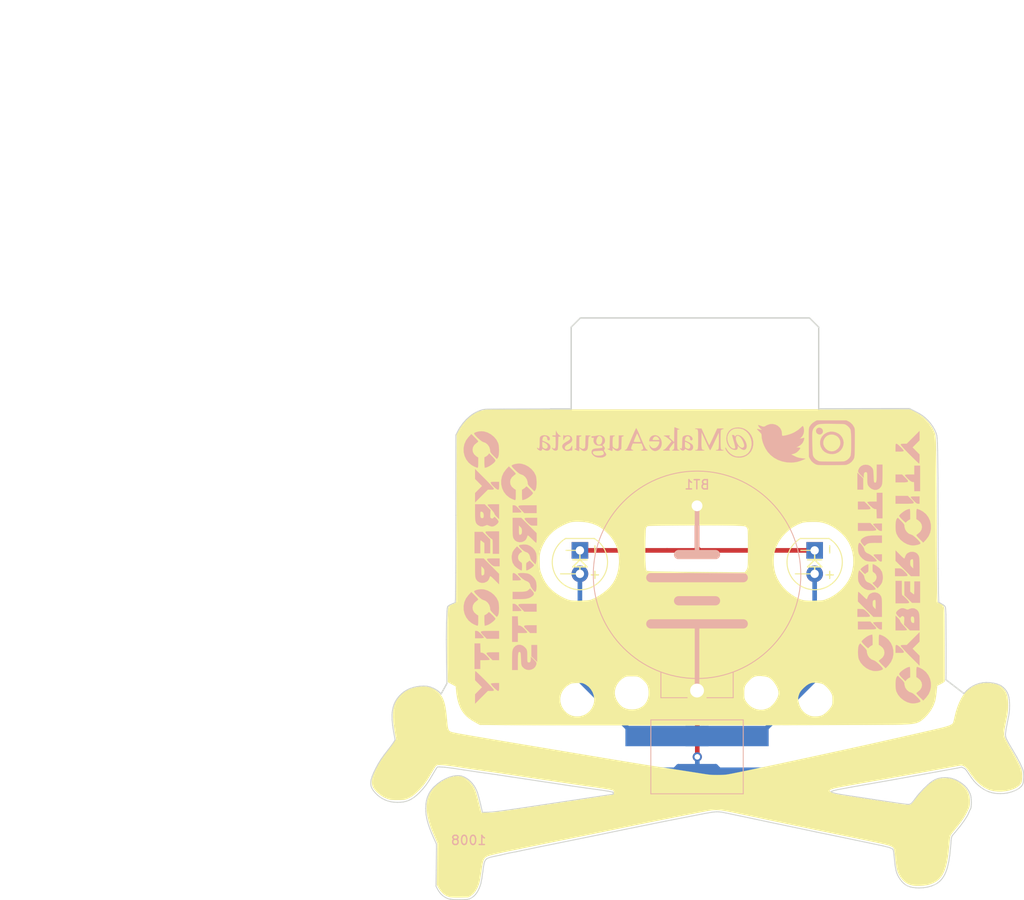
<source format=kicad_pcb>
(kicad_pcb (version 20171130) (host pcbnew "(5.1.5)-3")

  (general
    (thickness 1.6)
    (drawings 450)
    (tracks 21)
    (zones 0)
    (modules 10)
    (nets 4)
  )

  (page A4)
  (layers
    (0 F.Cu signal)
    (31 B.Cu signal)
    (32 B.Adhes user)
    (33 F.Adhes user)
    (34 B.Paste user)
    (35 F.Paste user)
    (36 B.SilkS user)
    (37 F.SilkS user)
    (38 B.Mask user)
    (39 F.Mask user)
    (40 Dwgs.User user)
    (41 Cmts.User user)
    (42 Eco1.User user)
    (43 Eco2.User user)
    (44 Edge.Cuts user)
    (45 Margin user)
    (46 B.CrtYd user)
    (47 F.CrtYd user)
    (48 B.Fab user)
    (49 F.Fab user)
  )

  (setup
    (last_trace_width 0.5)
    (trace_clearance 0.2)
    (zone_clearance 0.508)
    (zone_45_only no)
    (trace_min 0.2)
    (via_size 0.6)
    (via_drill 0.4)
    (via_min_size 0.4)
    (via_min_drill 0.3)
    (uvia_size 0.3)
    (uvia_drill 0.1)
    (uvias_allowed no)
    (uvia_min_size 0.2)
    (uvia_min_drill 0.1)
    (edge_width 0.15)
    (segment_width 0.2)
    (pcb_text_width 0.3)
    (pcb_text_size 1.5 1.5)
    (mod_edge_width 0.15)
    (mod_text_size 1 1)
    (mod_text_width 0.15)
    (pad_size 23 7)
    (pad_drill 23)
    (pad_to_mask_clearance 0.2)
    (aux_axis_origin 0 0)
    (visible_elements 7FFFFFFF)
    (pcbplotparams
      (layerselection 0x010f0_ffffffff)
      (usegerberextensions false)
      (usegerberattributes false)
      (usegerberadvancedattributes false)
      (creategerberjobfile true)
      (excludeedgelayer true)
      (linewidth 0.100000)
      (plotframeref false)
      (viasonmask false)
      (mode 1)
      (useauxorigin false)
      (hpglpennumber 1)
      (hpglpenspeed 20)
      (hpglpendiameter 15.000000)
      (psnegative false)
      (psa4output false)
      (plotreference true)
      (plotvalue true)
      (plotinvisibletext false)
      (padsonsilk false)
      (subtractmaskfromsilk true)
      (outputformat 1)
      (mirror false)
      (drillshape 0)
      (scaleselection 1)
      (outputdirectory "gerbers/"))
  )

  (net 0 "")
  (net 1 "Net-(D1-Pad2)")
  (net 2 "Net-(BT1-Pad1)")
  (net 3 "Net-(BT1-Pad2)")

  (net_class Default "This is the default net class."
    (clearance 0.2)
    (trace_width 0.5)
    (via_dia 0.6)
    (via_drill 0.4)
    (uvia_dia 0.3)
    (uvia_drill 0.1)
    (add_net "Net-(BT1-Pad1)")
    (add_net "Net-(BT1-Pad2)")
    (add_net "Net-(D1-Pad2)")
  )

  (module "DREAM_Text_and_Logos:Logo - Cyber City Circuits - Two Line 30mm" (layer B.Cu) (tedit 0) (tstamp 5DE1237B)
    (at 93.98 60 90)
    (fp_text reference G*** (at 0 0 90) (layer B.SilkS) hide
      (effects (font (size 1.524 1.524) (thickness 0.3)) (justify mirror))
    )
    (fp_text value LOGO (at 0.75 0 90) (layer B.SilkS) hide
      (effects (font (size 1.524 1.524) (thickness 0.3)) (justify mirror))
    )
    (fp_poly (pts (xy -5.172115 -2.691813) (xy -5.036981 -2.795169) (xy -4.877993 -2.942835) (xy -4.834592 -2.987365)
      (xy -4.677504 -3.155296) (xy -4.582897 -3.275555) (xy -4.53493 -3.381772) (xy -4.517763 -3.507574)
      (xy -4.515555 -3.664698) (xy -4.515555 -4.007555) (xy -5.362222 -4.007555) (xy -5.362222 -3.330222)
      (xy -5.360881 -3.043525) (xy -5.354953 -2.851155) (xy -5.341584 -2.734564) (xy -5.317915 -2.675202)
      (xy -5.281092 -2.654522) (xy -5.257925 -2.652888) (xy -5.172115 -2.691813)) (layer B.SilkS) (width 0.01))
    (fp_poly (pts (xy 9.934223 -3.697111) (xy 10.240811 -4.007555) (xy 8.410223 -4.007555) (xy 8.410223 -3.386666)
      (xy 9.627634 -3.386666) (xy 9.934223 -3.697111)) (layer B.SilkS) (width 0.01))
    (fp_poly (pts (xy -10.931453 -1.2778) (xy -10.803816 -1.372475) (xy -10.645884 -1.515824) (xy -10.477071 -1.687561)
      (xy -10.31679 -1.867395) (xy -10.184456 -2.03504) (xy -10.099481 -2.170207) (xy -10.079961 -2.223382)
      (xy -9.974399 -2.496673) (xy -9.783113 -2.728268) (xy -9.531253 -2.897695) (xy -9.243972 -2.984483)
      (xy -9.136187 -2.991555) (xy -9.02734 -3.004292) (xy -8.920497 -3.05306) (xy -8.791385 -3.153692)
      (xy -8.615735 -3.322024) (xy -8.590027 -3.347878) (xy -8.236872 -3.704201) (xy -8.357531 -3.813545)
      (xy -8.485317 -3.874393) (xy -8.695921 -3.917284) (xy -8.960602 -3.941517) (xy -9.250617 -3.946389)
      (xy -9.537222 -3.931198) (xy -9.791674 -3.895242) (xy -9.949082 -3.852423) (xy -10.305064 -3.667297)
      (xy -10.62518 -3.398002) (xy -10.893309 -3.067086) (xy -11.093331 -2.697101) (xy -11.209127 -2.310595)
      (xy -11.231587 -2.058335) (xy -11.215666 -1.833663) (xy -11.174838 -1.610072) (xy -11.117534 -1.418151)
      (xy -11.052184 -1.288492) (xy -11.009381 -1.25209) (xy -10.931453 -1.2778)) (layer B.SilkS) (width 0.01))
    (fp_poly (pts (xy -6.481173 -2.03371) (xy -6.345144 -2.15308) (xy -6.196414 -2.298344) (xy -5.870222 -2.621132)
      (xy -5.870222 -3.951111) (xy -6.716889 -3.951111) (xy -6.716889 -2.963333) (xy -6.715536 -2.572638)
      (xy -6.707321 -2.286866) (xy -6.686012 -2.098052) (xy -6.645373 -1.998231) (xy -6.579171 -1.979438)
      (xy -6.481173 -2.03371)) (layer B.SilkS) (width 0.01))
    (fp_poly (pts (xy -4.360333 -1.355906) (xy -3.984708 -1.357949) (xy -3.702674 -1.364121) (xy -3.494959 -1.376076)
      (xy -3.342291 -1.395466) (xy -3.225401 -1.423947) (xy -3.128384 -1.461634) (xy -2.917123 -1.614371)
      (xy -2.778208 -1.832183) (xy -2.717359 -2.089016) (xy -2.740292 -2.358815) (xy -2.852729 -2.615526)
      (xy -2.869687 -2.640278) (xy -2.964653 -2.749641) (xy -3.088549 -2.834256) (xy -3.273397 -2.913044)
      (xy -3.411308 -2.960312) (xy -3.449811 -2.986004) (xy -3.443623 -3.034686) (xy -3.383119 -3.120365)
      (xy -3.258668 -3.25705) (xy -3.086753 -3.432518) (xy -2.910839 -3.613018) (xy -2.769192 -3.765115)
      (xy -2.678202 -3.870767) (xy -2.652889 -3.910026) (xy -2.705187 -3.927884) (xy -2.845533 -3.941821)
      (xy -3.049102 -3.949885) (xy -3.175705 -3.951111) (xy -3.698522 -3.951111) (xy -5.362222 -2.284633)
      (xy -5.362222 -2.032) (xy -4.536676 -2.032) (xy -4.374444 -2.201333) (xy -4.258405 -2.304785)
      (xy -4.13842 -2.355146) (xy -3.965936 -2.370287) (xy -3.914314 -2.370666) (xy -3.725234 -2.361394)
      (xy -3.616407 -2.327124) (xy -3.557986 -2.261488) (xy -3.512031 -2.159098) (xy -3.515845 -2.092571)
      (xy -3.58469 -2.054294) (xy -3.73383 -2.036654) (xy -3.978527 -2.03204) (xy -4.018116 -2.032)
      (xy -4.536676 -2.032) (xy -5.362222 -2.032) (xy -5.362222 -1.354666) (xy -4.360333 -1.355906)) (layer B.SilkS) (width 0.01))
    (fp_poly (pts (xy -2.236693 -2.097227) (xy -2.106169 -2.204787) (xy -1.96499 -2.346421) (xy -1.831812 -2.503112)
      (xy -1.725293 -2.655841) (xy -1.664089 -2.785588) (xy -1.65899 -2.806776) (xy -1.568398 -3.000661)
      (xy -1.389922 -3.152717) (xy -1.145854 -3.245715) (xy -1.075181 -3.257991) (xy -0.913784 -3.303363)
      (xy -0.753479 -3.406662) (xy -0.59317 -3.555488) (xy -0.328914 -3.823779) (xy -0.511546 -3.887445)
      (xy -0.695598 -3.925183) (xy -0.943134 -3.943027) (xy -1.206443 -3.940571) (xy -1.437815 -3.917412)
      (xy -1.532882 -3.896095) (xy -1.827102 -3.754427) (xy -2.094937 -3.528896) (xy -2.308532 -3.248521)
      (xy -2.436757 -2.954486) (xy -2.464434 -2.754531) (xy -2.463811 -2.501172) (xy -2.4377 -2.249521)
      (xy -2.39115 -2.060409) (xy -2.337906 -2.042761) (xy -2.236693 -2.097227)) (layer B.SilkS) (width 0.01))
    (fp_poly (pts (xy 0.787569 -1.962574) (xy 0.922054 -2.076866) (xy 1.075774 -2.237841) (xy 1.227836 -2.421354)
      (xy 1.357346 -2.603258) (xy 1.443409 -2.759407) (xy 1.459851 -2.805082) (xy 1.563751 -3.026741)
      (xy 1.721261 -3.189366) (xy 1.907167 -3.269385) (xy 1.961223 -3.273777) (xy 2.061405 -3.306083)
      (xy 2.207275 -3.388518) (xy 2.369032 -3.499359) (xy 2.516875 -3.616883) (xy 2.621004 -3.719367)
      (xy 2.652889 -3.777973) (xy 2.60151 -3.850632) (xy 2.464467 -3.903192) (xy 2.267408 -3.934381)
      (xy 2.035976 -3.94293) (xy 1.795817 -3.927566) (xy 1.572575 -3.88702) (xy 1.429996 -3.838576)
      (xy 1.180855 -3.684603) (xy 0.948826 -3.46601) (xy 0.768791 -3.219495) (xy 0.698771 -3.069277)
      (xy 0.660346 -2.908156) (xy 0.634715 -2.700344) (xy 0.622012 -2.473294) (xy 0.622367 -2.25446)
      (xy 0.635915 -2.071298) (xy 0.662788 -1.951259) (xy 0.693212 -1.919111) (xy 0.787569 -1.962574)) (layer B.SilkS) (width 0.01))
    (fp_poly (pts (xy 4.186827 -2.03371) (xy 4.322856 -2.15308) (xy 4.471586 -2.298344) (xy 4.797778 -2.621132)
      (xy 4.797778 -3.951111) (xy 3.951111 -3.951111) (xy 3.951111 -2.963333) (xy 3.952464 -2.572638)
      (xy 3.960679 -2.286866) (xy 3.981988 -2.098052) (xy 4.022627 -1.998231) (xy 4.088829 -1.979438)
      (xy 4.186827 -2.03371)) (layer B.SilkS) (width 0.01))
    (fp_poly (pts (xy 6.518077 -2.667067) (xy 6.68358 -2.81732) (xy 6.789212 -2.922636) (xy 7.112 -3.248829)
      (xy 7.112 -3.951111) (xy 6.265334 -3.951111) (xy 6.265334 -3.273777) (xy 6.26941 -2.951154)
      (xy 6.287674 -2.735237) (xy 6.329173 -2.61996) (xy 6.402957 -2.599259) (xy 6.518077 -2.667067)) (layer B.SilkS) (width 0.01))
    (fp_poly (pts (xy 11.119556 -1.919111) (xy 10.195134 -1.919111) (xy 9.813329 -1.921908) (xy 9.531838 -1.932265)
      (xy 9.33818 -1.953135) (xy 9.219872 -1.987467) (xy 9.164434 -2.038212) (xy 9.159386 -2.10832)
      (xy 9.175101 -2.160258) (xy 9.211056 -2.198491) (xy 9.296367 -2.22599) (xy 9.448376 -2.245303)
      (xy 9.684427 -2.258981) (xy 9.895742 -2.26619) (xy 10.19556 -2.2771) (xy 10.406603 -2.292242)
      (xy 10.552984 -2.315683) (xy 10.658816 -2.351489) (xy 10.748213 -2.403725) (xy 10.759819 -2.411888)
      (xy 10.959916 -2.613906) (xy 11.075092 -2.857097) (xy 11.109593 -3.119244) (xy 11.067668 -3.378132)
      (xy 10.953562 -3.611544) (xy 10.771523 -3.797265) (xy 10.525796 -3.913079) (xy 10.470445 -3.925696)
      (xy 10.374406 -3.932939) (xy 10.284703 -3.903394) (xy 10.175593 -3.821892) (xy 10.021334 -3.673264)
      (xy 9.992595 -3.644126) (xy 9.684079 -3.330222) (xy 9.94335 -3.330222) (xy 10.162583 -3.303085)
      (xy 10.286807 -3.223501) (xy 10.312512 -3.094207) (xy 10.301971 -3.050708) (xy 10.278195 -3.000504)
      (xy 10.231252 -2.96737) (xy 10.140675 -2.947794) (xy 9.986 -2.938263) (xy 9.746759 -2.935267)
      (xy 9.628322 -2.935111) (xy 9.342563 -2.932805) (xy 9.143648 -2.923218) (xy 9.005576 -2.902344)
      (xy 8.902349 -2.866175) (xy 8.807969 -2.810706) (xy 8.804129 -2.808111) (xy 8.654562 -2.675258)
      (xy 8.514683 -2.502297) (xy 8.485037 -2.455333) (xy 8.387913 -2.189473) (xy 8.393825 -1.924694)
      (xy 8.494915 -1.683207) (xy 8.683324 -1.487223) (xy 8.862192 -1.389308) (xy 8.974108 -1.354361)
      (xy 9.120661 -1.329119) (xy 9.319749 -1.312269) (xy 9.58927 -1.302501) (xy 9.947121 -1.298502)
      (xy 10.104698 -1.298222) (xy 11.119556 -1.298222) (xy 11.119556 -1.919111)) (layer B.SilkS) (width 0.01))
    (fp_poly (pts (xy 0.124351 -2.824888) (xy 0.271333 -2.831931) (xy 0.337448 -2.841913) (xy 0.338667 -2.843551)
      (xy 0.307185 -2.962398) (xy 0.225614 -3.126138) (xy 0.113262 -3.306626) (xy -0.010562 -3.475714)
      (xy -0.126548 -3.605258) (xy -0.215387 -3.667111) (xy -0.22755 -3.668888) (xy -0.28345 -3.632221)
      (xy -0.393474 -3.536605) (xy -0.518438 -3.417672) (xy -0.661134 -3.264117) (xy -0.715043 -3.171105)
      (xy -0.696583 -3.137034) (xy -0.617472 -3.067062) (xy -0.554896 -2.964917) (xy -0.513198 -2.891243)
      (xy -0.453158 -2.848519) (xy -0.346688 -2.828385) (xy -0.1657 -2.822477) (xy -0.075606 -2.822222)
      (xy 0.124351 -2.824888)) (layer B.SilkS) (width 0.01))
    (fp_poly (pts (xy 3.443111 -2.051251) (xy 3.433627 -2.470929) (xy 3.40195 -2.801141) (xy 3.34324 -3.063969)
      (xy 3.252661 -3.281494) (xy 3.13322 -3.465591) (xy 2.9937 -3.610516) (xy 2.857343 -3.658106)
      (xy 2.704708 -3.608056) (xy 2.516352 -3.46006) (xy 2.511778 -3.45581) (xy 2.286 -3.245555)
      (xy 2.434012 -3.091107) (xy 2.519446 -2.986712) (xy 2.57982 -2.866832) (xy 2.619224 -2.710491)
      (xy 2.641748 -2.496711) (xy 2.651482 -2.204515) (xy 2.652889 -1.9685) (xy 2.652889 -1.354666)
      (xy 3.443111 -1.354666) (xy 3.443111 -2.051251)) (layer B.SilkS) (width 0.01))
    (fp_poly (pts (xy -7.604544 -2.375018) (xy -7.417978 -2.386747) (xy -7.304514 -2.403858) (xy -7.281333 -2.417056)
      (xy -7.298269 -2.493782) (xy -7.341361 -2.636973) (xy -7.371194 -2.727173) (xy -7.445437 -2.884734)
      (xy -7.561841 -3.068205) (xy -7.700112 -3.252291) (xy -7.83996 -3.411696) (xy -7.961094 -3.521127)
      (xy -8.036083 -3.556) (xy -8.103424 -3.518154) (xy -8.226716 -3.416952) (xy -8.384174 -3.270893)
      (xy -8.458891 -3.196955) (xy -8.629284 -3.01899) (xy -8.72389 -2.902604) (xy -8.751556 -2.834668)
      (xy -8.724262 -2.80319) (xy -8.639018 -2.734623) (xy -8.540154 -2.607658) (xy -8.516426 -2.569567)
      (xy -8.399071 -2.370666) (xy -7.840202 -2.370666) (xy -7.604544 -2.375018)) (layer B.SilkS) (width 0.01))
    (fp_poly (pts (xy 8.071556 -1.919111) (xy 7.112 -1.919111) (xy 7.112 -2.427111) (xy 7.107287 -2.686237)
      (xy 7.091801 -2.847011) (xy 7.06352 -2.923629) (xy 7.039678 -2.935111) (xy 6.968507 -2.897122)
      (xy 6.844078 -2.796293) (xy 6.690139 -2.652329) (xy 6.648498 -2.610555) (xy 6.446834 -2.384061)
      (xy 6.336609 -2.206464) (xy 6.311599 -2.116666) (xy 6.293556 -1.947333) (xy 5.799667 -1.931024)
      (xy 5.305778 -1.914716) (xy 5.305778 -1.298222) (xy 8.071556 -1.298222) (xy 8.071556 -1.919111)) (layer B.SilkS) (width 0.01))
    (fp_poly (pts (xy -0.925585 -1.270073) (xy -0.732372 -1.300022) (xy -0.557975 -1.339572) (xy -0.43497 -1.382705)
      (xy -0.395111 -1.418823) (xy -0.350155 -1.463758) (xy -0.321899 -1.467555) (xy -0.227751 -1.512988)
      (xy -0.100809 -1.631527) (xy 0.038855 -1.796531) (xy 0.171172 -1.981359) (xy 0.276069 -2.159372)
      (xy 0.333478 -2.303927) (xy 0.338667 -2.344359) (xy 0.286906 -2.357081) (xy 0.150329 -2.366312)
      (xy -0.043002 -2.370274) (xy -0.070555 -2.370309) (xy -0.283654 -2.367594) (xy -0.414106 -2.353139)
      (xy -0.492144 -2.316791) (xy -0.547997 -2.248395) (xy -0.576223 -2.200466) (xy -0.735476 -2.027004)
      (xy -0.955943 -1.939511) (xy -1.174191 -1.939704) (xy -1.334537 -1.995157) (xy -1.488434 -2.094649)
      (xy -1.600347 -2.210443) (xy -1.635913 -2.300111) (xy -1.659157 -2.362773) (xy -1.730761 -2.34584)
      (xy -1.85773 -2.245552) (xy -2.004096 -2.102555) (xy -2.265936 -1.834444) (xy -2.009784 -1.601244)
      (xy -1.842182 -1.468373) (xy -1.677109 -1.368987) (xy -1.582372 -1.333133) (xy -1.391494 -1.294257)
      (xy -1.238138 -1.263059) (xy -1.105033 -1.255746) (xy -0.925585 -1.270073)) (layer B.SilkS) (width 0.01))
    (fp_poly (pts (xy -5.926666 -1.834444) (xy -5.933564 -2.089868) (xy -5.953435 -2.252977) (xy -5.985048 -2.314018)
      (xy -5.987301 -2.314222) (xy -6.053862 -2.277568) (xy -6.177193 -2.180147) (xy -6.333996 -2.040773)
      (xy -6.382412 -1.995185) (xy -6.563965 -1.811039) (xy -6.669358 -1.672889) (xy -6.713258 -1.559696)
      (xy -6.716889 -1.515408) (xy -6.716889 -1.354666) (xy -5.926666 -1.354666) (xy -5.926666 -1.834444)) (layer B.SilkS) (width 0.01))
    (fp_poly (pts (xy 4.741334 -1.834444) (xy 4.734436 -2.089868) (xy 4.714565 -2.252977) (xy 4.682952 -2.314018)
      (xy 4.680699 -2.314222) (xy 4.614138 -2.277568) (xy 4.490807 -2.180147) (xy 4.334004 -2.040773)
      (xy 4.285588 -1.995185) (xy 4.104035 -1.811039) (xy 3.998642 -1.672889) (xy 3.954742 -1.559696)
      (xy 3.951111 -1.515408) (xy 3.951111 -1.354666) (xy 4.741334 -1.354666) (xy 4.741334 -1.834444)) (layer B.SilkS) (width 0.01))
    (fp_poly (pts (xy 1.411111 -1.806222) (xy 1.405445 -2.049385) (xy 1.38696 -2.194058) (xy 1.35343 -2.254143)
      (xy 1.338789 -2.257777) (xy 1.267604 -2.219914) (xy 1.142763 -2.119356) (xy 0.987945 -1.97565)
      (xy 0.943678 -1.931585) (xy 0.76725 -1.736858) (xy 0.655566 -1.577964) (xy 0.620889 -1.480029)
      (xy 0.628963 -1.414402) (xy 0.669482 -1.376826) (xy 0.766895 -1.359546) (xy 0.945649 -1.354804)
      (xy 1.016 -1.354666) (xy 1.411111 -1.354666) (xy 1.411111 -1.806222)) (layer B.SilkS) (width 0.01))
    (fp_poly (pts (xy -8.985516 -0.127276) (xy -8.572141 -0.221406) (xy -8.186773 -0.39917) (xy -7.845511 -0.65755)
      (xy -7.564452 -0.993527) (xy -7.426422 -1.241777) (xy -7.349313 -1.418862) (xy -7.296841 -1.560072)
      (xy -7.281884 -1.622777) (xy -7.316049 -1.657758) (xy -7.427838 -1.679879) (xy -7.630212 -1.690787)
      (xy -7.831666 -1.692634) (xy -8.382 -1.691935) (xy -8.510767 -1.493174) (xy -8.720144 -1.259022)
      (xy -8.969623 -1.120026) (xy -9.238935 -1.075954) (xy -9.507809 -1.126574) (xy -9.755974 -1.271653)
      (xy -9.962444 -1.50982) (xy -10.050188 -1.627174) (xy -10.122991 -1.688636) (xy -10.133408 -1.691159)
      (xy -10.196194 -1.654256) (xy -10.31594 -1.553547) (xy -10.471889 -1.407101) (xy -10.556741 -1.322589)
      (xy -10.922 -0.951844) (xy -10.597152 -0.647433) (xy -10.232718 -0.376857) (xy -9.831902 -0.201984)
      (xy -9.410802 -0.119796) (xy -8.985516 -0.127276)) (layer B.SilkS) (width 0.01))
    (fp_poly (pts (xy -0.769448 1.372187) (xy -0.634315 1.268831) (xy -0.475327 1.121165) (xy -0.431925 1.076635)
      (xy -0.274838 0.908704) (xy -0.18023 0.788445) (xy -0.132263 0.682228) (xy -0.115096 0.556426)
      (xy -0.112889 0.399302) (xy -0.112889 0.056445) (xy -0.959555 0.056445) (xy -0.959555 0.733778)
      (xy -0.958214 1.020475) (xy -0.952287 1.212845) (xy -0.938917 1.329436) (xy -0.915249 1.388798)
      (xy -0.878426 1.409478) (xy -0.855258 1.411112) (xy -0.769448 1.372187)) (layer B.SilkS) (width 0.01))
    (fp_poly (pts (xy -14.431009 2.7862) (xy -14.303372 2.691525) (xy -14.14544 2.548176) (xy -13.976626 2.376439)
      (xy -13.816346 2.196605) (xy -13.684011 2.02896) (xy -13.599037 1.893793) (xy -13.579517 1.840618)
      (xy -13.473955 1.567327) (xy -13.282669 1.335732) (xy -13.030809 1.166305) (xy -12.743528 1.079517)
      (xy -12.635742 1.072445) (xy -12.526896 1.059708) (xy -12.420052 1.01094) (xy -12.29094 0.910308)
      (xy -12.11529 0.741976) (xy -12.089583 0.716122) (xy -11.736427 0.359799) (xy -11.857087 0.250455)
      (xy -11.984872 0.189607) (xy -12.195477 0.146716) (xy -12.460158 0.122483) (xy -12.750172 0.117611)
      (xy -13.036777 0.132802) (xy -13.291229 0.168758) (xy -13.448638 0.211577) (xy -13.80462 0.396703)
      (xy -14.124735 0.665998) (xy -14.392864 0.996914) (xy -14.592887 1.366899) (xy -14.708683 1.753405)
      (xy -14.731143 2.005665) (xy -14.715222 2.230337) (xy -14.674394 2.453928) (xy -14.617089 2.645849)
      (xy -14.551739 2.775508) (xy -14.508937 2.81191) (xy -14.431009 2.7862)) (layer B.SilkS) (width 0.01))
    (fp_poly (pts (xy -9.058764 0.974489) (xy -8.918911 0.866649) (xy -8.76081 0.717522) (xy -8.608484 0.552152)
      (xy -8.485957 0.395581) (xy -8.417254 0.272851) (xy -8.410222 0.238253) (xy -8.417704 0.174379)
      (xy -8.455922 0.136924) (xy -8.548534 0.118881) (xy -8.719198 0.113245) (xy -8.833555 0.112889)
      (xy -9.256889 0.112889) (xy -9.256889 0.564445) (xy -9.253989 0.790985) (xy -9.242002 0.926876)
      (xy -9.21599 0.994283) (xy -9.17102 1.015369) (xy -9.156344 1.016) (xy -9.058764 0.974489)) (layer B.SilkS) (width 0.01))
    (fp_poly (pts (xy -6.696532 1.317618) (xy -6.571161 1.218257) (xy -6.409122 1.074264) (xy -6.317674 0.987778)
      (xy -6.139923 0.826692) (xy -5.981165 0.701611) (xy -5.865287 0.630542) (xy -5.831018 0.620889)
      (xy -5.737194 0.582525) (xy -5.600677 0.482786) (xy -5.475111 0.366889) (xy -5.225829 0.112889)
      (xy -6.829777 0.112889) (xy -6.829777 0.733778) (xy -6.82525 1.036116) (xy -6.811083 1.23413)
      (xy -6.786402 1.336048) (xy -6.763741 1.354667) (xy -6.696532 1.317618)) (layer B.SilkS) (width 0.01))
    (fp_poly (pts (xy -3.710655 1.541705) (xy -3.579003 1.441301) (xy -3.423701 1.302954) (xy -3.269289 1.150385)
      (xy -3.140303 1.007316) (xy -3.061282 0.897468) (xy -3.048 0.859142) (xy -3.015477 0.829828)
      (xy -2.910254 0.809348) (xy -2.720852 0.7967) (xy -2.435791 0.790883) (xy -2.257777 0.790223)
      (xy -1.467555 0.790223) (xy -1.467555 0.112889) (xy -3.894666 0.112889) (xy -3.894666 0.846667)
      (xy -3.893387 1.147495) (xy -3.887926 1.353197) (xy -3.875853 1.481524) (xy -3.854734 1.550226)
      (xy -3.822139 1.577054) (xy -3.794122 1.580445) (xy -3.710655 1.541705)) (layer B.SilkS) (width 0.01))
    (fp_poly (pts (xy 0.042334 2.708094) (xy 0.417958 2.706051) (xy 0.699993 2.699879) (xy 0.907708 2.687924)
      (xy 1.060375 2.668534) (xy 1.177266 2.640053) (xy 1.274282 2.602366) (xy 1.485543 2.449629)
      (xy 1.624458 2.231817) (xy 1.685308 1.974984) (xy 1.662374 1.705185) (xy 1.549938 1.448474)
      (xy 1.532979 1.423722) (xy 1.438044 1.314384) (xy 1.314201 1.229788) (xy 1.129433 1.151016)
      (xy 0.991303 1.103667) (xy 0.954662 1.078341) (xy 0.961426 1.029658) (xy 1.021047 0.944349)
      (xy 1.142974 0.809148) (xy 1.33666 0.610787) (xy 1.356946 0.590376) (xy 1.831952 0.112889)
      (xy 0.704144 0.112889) (xy -0.127705 0.946128) (xy -0.959555 1.779367) (xy -0.959555 2.032)
      (xy -0.134009 2.032) (xy 0.028223 1.862667) (xy 0.144262 1.759215) (xy 0.264246 1.708854)
      (xy 0.436731 1.693713) (xy 0.488352 1.693334) (xy 0.677433 1.702606) (xy 0.786259 1.736876)
      (xy 0.844681 1.802512) (xy 0.890636 1.904902) (xy 0.886822 1.971429) (xy 0.817977 2.009706)
      (xy 0.668837 2.027346) (xy 0.42414 2.03196) (xy 0.384551 2.032) (xy -0.134009 2.032)
      (xy -0.959555 2.032) (xy -0.959555 2.709334) (xy 0.042334 2.708094)) (layer B.SilkS) (width 0.01))
    (fp_poly (pts (xy 2.671658 2.7862) (xy 2.799295 2.691525) (xy 2.957227 2.548176) (xy 3.12604 2.376439)
      (xy 3.286321 2.196605) (xy 3.418655 2.02896) (xy 3.50363 1.893793) (xy 3.52315 1.840618)
      (xy 3.628712 1.567327) (xy 3.819998 1.335732) (xy 4.071858 1.166305) (xy 4.359139 1.079517)
      (xy 4.466924 1.072445) (xy 4.575771 1.059708) (xy 4.682614 1.01094) (xy 4.811726 0.910308)
      (xy 4.987376 0.741976) (xy 5.013084 0.716122) (xy 5.36624 0.359799) (xy 5.24558 0.250455)
      (xy 5.117795 0.189607) (xy 4.90719 0.146716) (xy 4.642509 0.122483) (xy 4.352494 0.117611)
      (xy 4.06589 0.132802) (xy 3.811437 0.168758) (xy 3.654029 0.211577) (xy 3.298047 0.396703)
      (xy 2.977931 0.665998) (xy 2.709803 0.996914) (xy 2.50978 1.366899) (xy 2.393984 1.753405)
      (xy 2.371524 2.005665) (xy 2.387445 2.230337) (xy 2.428273 2.453928) (xy 2.485577 2.645849)
      (xy 2.550927 2.775508) (xy 2.59373 2.81191) (xy 2.671658 2.7862)) (layer B.SilkS) (width 0.01))
    (fp_poly (pts (xy 7.121938 2.03029) (xy 7.257967 1.91092) (xy 7.406697 1.765656) (xy 7.732889 1.442868)
      (xy 7.732889 0.112889) (xy 6.886223 0.112889) (xy 6.886223 1.100667) (xy 6.887575 1.491362)
      (xy 6.89579 1.777134) (xy 6.917099 1.965948) (xy 6.957738 2.065769) (xy 7.02394 2.084562)
      (xy 7.121938 2.03029)) (layer B.SilkS) (width 0.01))
    (fp_poly (pts (xy 9.453188 1.396933) (xy 9.618692 1.24668) (xy 9.724323 1.141364) (xy 10.047111 0.815171)
      (xy 10.047111 0.112889) (xy 9.200445 0.112889) (xy 9.200445 0.790223) (xy 9.204521 1.112846)
      (xy 9.222785 1.328763) (xy 9.264284 1.44404) (xy 9.338069 1.464741) (xy 9.453188 1.396933)) (layer B.SilkS) (width 0.01))
    (fp_poly (pts (xy 12.659279 0.972418) (xy 12.776553 0.88797) (xy 12.923221 0.759168) (xy 13.077886 0.607229)
      (xy 13.219152 0.453373) (xy 13.325622 0.318817) (xy 13.375899 0.22478) (xy 13.377334 0.213298)
      (xy 13.363598 0.161573) (xy 13.307213 0.131199) (xy 13.185408 0.116777) (xy 12.975413 0.112905)
      (xy 12.954 0.112889) (xy 12.530667 0.112889) (xy 12.530667 0.532892) (xy 12.538735 0.755601)
      (xy 12.560617 0.916969) (xy 12.592797 0.991292) (xy 12.659279 0.972418)) (layer B.SilkS) (width 0.01))
    (fp_poly (pts (xy -5.553021 2.705279) (xy -5.247794 2.690428) (xy -5.019537 2.660747) (xy -4.850392 2.612207)
      (xy -4.7225 2.540773) (xy -4.618005 2.442416) (xy -4.58296 2.400003) (xy -4.448252 2.149471)
      (xy -4.425333 1.885472) (xy -4.502297 1.637451) (xy -4.568934 1.493263) (xy -4.585292 1.394776)
      (xy -4.551371 1.286617) (xy -4.502297 1.184772) (xy -4.422373 0.94925) (xy -4.425516 0.770789)
      (xy -4.487471 0.607353) (xy -4.599841 0.43552) (xy -4.736254 0.285944) (xy -4.870338 0.189277)
      (xy -4.942978 0.169334) (xy -5.045828 0.207895) (xy -5.183376 0.306456) (xy -5.265699 0.38297)
      (xy -5.474309 0.596605) (xy -5.356154 0.714759) (xy -5.277667 0.815147) (xy -5.280913 0.906858)
      (xy -5.305872 0.959732) (xy -5.349605 1.024686) (xy -5.412083 1.059982) (xy -5.521452 1.071478)
      (xy -5.705857 1.065033) (xy -5.787597 1.059992) (xy -6.20145 1.033432) (xy -6.515614 1.350909)
      (xy -6.829777 1.668385) (xy -6.829777 2.050556) (xy -6.039555 2.050556) (xy -5.990614 1.894232)
      (xy -5.853354 1.794109) (xy -5.642117 1.759436) (xy -5.590975 1.761252) (xy -5.429437 1.779883)
      (xy -5.348813 1.819735) (xy -5.317188 1.898322) (xy -5.31495 1.912728) (xy -5.323281 2.029614)
      (xy -5.398999 2.10139) (xy -5.557841 2.136556) (xy -5.743222 2.144025) (xy -5.921165 2.137686)
      (xy -6.011585 2.112114) (xy -6.039271 2.059492) (xy -6.039555 2.050556) (xy -6.829777 2.050556)
      (xy -6.829777 2.709334) (xy -5.953076 2.709334) (xy -5.553021 2.705279)) (layer B.SilkS) (width 0.01))
    (fp_poly (pts (xy -11.107282 1.689012) (xy -10.919683 1.677361) (xy -10.805011 1.660353) (xy -10.780889 1.646944)
      (xy -10.813818 1.481899) (xy -10.901436 1.277045) (xy -11.026987 1.056751) (xy -11.173716 0.845386)
      (xy -11.324867 0.667318) (xy -11.463686 0.546916) (xy -11.563997 0.508) (xy -11.645582 0.546166)
      (xy -11.779294 0.647746) (xy -11.940512 0.793369) (xy -11.994532 0.846756) (xy -12.329753 1.185512)
      (xy -12.20411 1.273516) (xy -12.086631 1.38868) (xy -11.992672 1.527427) (xy -11.906878 1.693334)
      (xy -11.343884 1.693334) (xy -11.107282 1.689012)) (layer B.SilkS) (width 0.01))
    (fp_poly (pts (xy 5.998567 1.688982) (xy 6.185133 1.677253) (xy 6.298597 1.660142) (xy 6.321778 1.646944)
      (xy 6.304843 1.570218) (xy 6.26175 1.427027) (xy 6.231917 1.336827) (xy 6.157674 1.179266)
      (xy 6.04127 0.995795) (xy 5.902999 0.811709) (xy 5.763151 0.652304) (xy 5.642017 0.542873)
      (xy 5.567028 0.508) (xy 5.499687 0.545846) (xy 5.376395 0.647048) (xy 5.218937 0.793107)
      (xy 5.14422 0.867045) (xy 4.973827 1.04501) (xy 4.879221 1.161396) (xy 4.851556 1.229332)
      (xy 4.878849 1.26081) (xy 4.964093 1.329377) (xy 5.062957 1.456342) (xy 5.086685 1.494433)
      (xy 5.20404 1.693334) (xy 5.762909 1.693334) (xy 5.998567 1.688982)) (layer B.SilkS) (width 0.01))
    (fp_poly (pts (xy -9.18775 2.329848) (xy -8.805333 1.950361) (xy -8.422917 2.329848) (xy -8.0405 2.709334)
      (xy -7.029027 2.709334) (xy -7.719625 2.017074) (xy -8.410222 1.324815) (xy -8.410222 1.001074)
      (xy -8.41563 0.814896) (xy -8.436988 0.716223) (xy -8.481993 0.679976) (xy -8.509588 0.677334)
      (xy -8.575194 0.71591) (xy -8.707881 0.824455) (xy -8.895831 0.992195) (xy -9.12723 1.208355)
      (xy -9.390261 1.462162) (xy -9.623777 1.693334) (xy -10.638601 2.709334) (xy -9.570166 2.709334)
      (xy -9.18775 2.329848)) (layer B.SilkS) (width 0.01))
    (fp_poly (pts (xy 12.599806 2.329848) (xy 12.982223 1.950361) (xy 13.364639 2.329848) (xy 13.747056 2.709334)
      (xy 14.758528 2.709334) (xy 14.067931 2.017074) (xy 13.377334 1.324815) (xy 13.377334 1.001074)
      (xy 13.371927 0.8149) (xy 13.350572 0.716229) (xy 13.305569 0.679979) (xy 13.277951 0.677334)
      (xy 13.211807 0.715891) (xy 13.078931 0.82422) (xy 12.891442 0.991312) (xy 12.661462 1.206154)
      (xy 12.401111 1.457737) (xy 12.205507 1.651589) (xy 11.935786 1.923281) (xy 11.694768 2.169208)
      (xy 11.493342 2.377999) (xy 11.342397 2.538283) (xy 11.252824 2.638691) (xy 11.232445 2.667589)
      (xy 11.284616 2.686232) (xy 11.42408 2.700582) (xy 11.62526 2.708469) (xy 11.724917 2.709334)
      (xy 12.217389 2.709334) (xy 12.599806 2.329848)) (layer B.SilkS) (width 0.01))
    (fp_poly (pts (xy -1.524 2.144889) (xy -2.229555 2.144889) (xy -2.496839 2.142548) (xy -2.717666 2.136155)
      (xy -2.870663 2.126657) (xy -2.934457 2.115) (xy -2.935111 2.113651) (xy -2.902994 2.054428)
      (xy -2.822105 1.941966) (xy -2.779889 1.887875) (xy -2.624666 1.693337) (xy -2.074333 1.693335)
      (xy -1.524 1.693334) (xy -1.524 1.072445) (xy -3.022603 1.072445) (xy -3.430412 1.482995)
      (xy -3.838222 1.893544) (xy -3.838222 2.765778) (xy -1.524 2.765778) (xy -1.524 2.144889)) (layer B.SilkS) (width 0.01))
    (fp_poly (pts (xy 11.006667 2.144889) (xy 10.047111 2.144889) (xy 10.047111 1.636889) (xy 10.042398 1.377763)
      (xy 10.026912 1.216989) (xy 9.998631 1.140371) (xy 9.974789 1.128889) (xy 9.903618 1.166878)
      (xy 9.779189 1.267707) (xy 9.62525 1.411671) (xy 9.58361 1.453445) (xy 9.381945 1.679939)
      (xy 9.27172 1.857536) (xy 9.24671 1.947334) (xy 9.228667 2.116667) (xy 8.734778 2.132976)
      (xy 8.240889 2.149284) (xy 8.240889 2.765778) (xy 11.006667 2.765778) (xy 11.006667 2.144889)) (layer B.SilkS) (width 0.01))
    (fp_poly (pts (xy 7.676445 2.229556) (xy 7.669547 1.974132) (xy 7.649676 1.811023) (xy 7.618064 1.749982)
      (xy 7.61581 1.749778) (xy 7.549249 1.786432) (xy 7.425918 1.883853) (xy 7.269115 2.023227)
      (xy 7.220699 2.068815) (xy 7.039146 2.252961) (xy 6.933753 2.391111) (xy 6.889853 2.504304)
      (xy 6.886223 2.548592) (xy 6.886223 2.709334) (xy 7.676445 2.709334) (xy 7.676445 2.229556)) (layer B.SilkS) (width 0.01))
    (fp_poly (pts (xy -12.485072 3.936724) (xy -12.071696 3.842594) (xy -11.686329 3.66483) (xy -11.345067 3.40645)
      (xy -11.064007 3.070473) (xy -10.925977 2.822223) (xy -10.848869 2.645138) (xy -10.796396 2.503928)
      (xy -10.78144 2.441223) (xy -10.815605 2.406242) (xy -10.927394 2.384121) (xy -11.129767 2.373213)
      (xy -11.331222 2.371366) (xy -11.881555 2.372065) (xy -12.010323 2.570826) (xy -12.219699 2.804978)
      (xy -12.469179 2.943974) (xy -12.738491 2.988046) (xy -13.007364 2.937426) (xy -13.255529 2.792347)
      (xy -13.462 2.55418) (xy -13.549744 2.436826) (xy -13.622546 2.375364) (xy -13.632964 2.372841)
      (xy -13.69575 2.409744) (xy -13.815496 2.510453) (xy -13.971444 2.656899) (xy -14.056297 2.741411)
      (xy -14.421555 3.112156) (xy -14.096708 3.416567) (xy -13.732273 3.687143) (xy -13.331458 3.862016)
      (xy -12.910358 3.944204) (xy -12.485072 3.936724)) (layer B.SilkS) (width 0.01))
    (fp_poly (pts (xy 4.617595 3.936724) (xy 5.030971 3.842594) (xy 5.416338 3.66483) (xy 5.7576 3.40645)
      (xy 6.038659 3.070473) (xy 6.176689 2.822223) (xy 6.253798 2.645138) (xy 6.30627 2.503928)
      (xy 6.321227 2.441223) (xy 6.287062 2.406242) (xy 6.175273 2.384121) (xy 5.972899 2.373213)
      (xy 5.771445 2.371366) (xy 5.221111 2.372065) (xy 5.092344 2.570826) (xy 4.882967 2.804978)
      (xy 4.633488 2.943974) (xy 4.364176 2.988046) (xy 4.095303 2.937426) (xy 3.847137 2.792347)
      (xy 3.640667 2.55418) (xy 3.552923 2.436826) (xy 3.48012 2.375364) (xy 3.469703 2.372841)
      (xy 3.406917 2.409744) (xy 3.287171 2.510453) (xy 3.131223 2.656899) (xy 3.04637 2.741411)
      (xy 2.681111 3.112156) (xy 3.005959 3.416567) (xy 3.370393 3.687143) (xy 3.771209 3.862016)
      (xy 4.192309 3.944204) (xy 4.617595 3.936724)) (layer B.SilkS) (width 0.01))
  )

  (module "DREAM_Text_and_Logos:Logo - Cyber City Circuits - Two Line 30mm" (layer B.Cu) (tedit 0) (tstamp 5DE12235)
    (at 51.308 60 270)
    (fp_text reference G*** (at 0 0 90) (layer B.SilkS) hide
      (effects (font (size 1.524 1.524) (thickness 0.3)) (justify mirror))
    )
    (fp_text value LOGO (at 0.75 0 90) (layer B.SilkS) hide
      (effects (font (size 1.524 1.524) (thickness 0.3)) (justify mirror))
    )
    (fp_poly (pts (xy 4.617595 3.936724) (xy 5.030971 3.842594) (xy 5.416338 3.66483) (xy 5.7576 3.40645)
      (xy 6.038659 3.070473) (xy 6.176689 2.822223) (xy 6.253798 2.645138) (xy 6.30627 2.503928)
      (xy 6.321227 2.441223) (xy 6.287062 2.406242) (xy 6.175273 2.384121) (xy 5.972899 2.373213)
      (xy 5.771445 2.371366) (xy 5.221111 2.372065) (xy 5.092344 2.570826) (xy 4.882967 2.804978)
      (xy 4.633488 2.943974) (xy 4.364176 2.988046) (xy 4.095303 2.937426) (xy 3.847137 2.792347)
      (xy 3.640667 2.55418) (xy 3.552923 2.436826) (xy 3.48012 2.375364) (xy 3.469703 2.372841)
      (xy 3.406917 2.409744) (xy 3.287171 2.510453) (xy 3.131223 2.656899) (xy 3.04637 2.741411)
      (xy 2.681111 3.112156) (xy 3.005959 3.416567) (xy 3.370393 3.687143) (xy 3.771209 3.862016)
      (xy 4.192309 3.944204) (xy 4.617595 3.936724)) (layer B.SilkS) (width 0.01))
    (fp_poly (pts (xy -12.485072 3.936724) (xy -12.071696 3.842594) (xy -11.686329 3.66483) (xy -11.345067 3.40645)
      (xy -11.064007 3.070473) (xy -10.925977 2.822223) (xy -10.848869 2.645138) (xy -10.796396 2.503928)
      (xy -10.78144 2.441223) (xy -10.815605 2.406242) (xy -10.927394 2.384121) (xy -11.129767 2.373213)
      (xy -11.331222 2.371366) (xy -11.881555 2.372065) (xy -12.010323 2.570826) (xy -12.219699 2.804978)
      (xy -12.469179 2.943974) (xy -12.738491 2.988046) (xy -13.007364 2.937426) (xy -13.255529 2.792347)
      (xy -13.462 2.55418) (xy -13.549744 2.436826) (xy -13.622546 2.375364) (xy -13.632964 2.372841)
      (xy -13.69575 2.409744) (xy -13.815496 2.510453) (xy -13.971444 2.656899) (xy -14.056297 2.741411)
      (xy -14.421555 3.112156) (xy -14.096708 3.416567) (xy -13.732273 3.687143) (xy -13.331458 3.862016)
      (xy -12.910358 3.944204) (xy -12.485072 3.936724)) (layer B.SilkS) (width 0.01))
    (fp_poly (pts (xy 7.676445 2.229556) (xy 7.669547 1.974132) (xy 7.649676 1.811023) (xy 7.618064 1.749982)
      (xy 7.61581 1.749778) (xy 7.549249 1.786432) (xy 7.425918 1.883853) (xy 7.269115 2.023227)
      (xy 7.220699 2.068815) (xy 7.039146 2.252961) (xy 6.933753 2.391111) (xy 6.889853 2.504304)
      (xy 6.886223 2.548592) (xy 6.886223 2.709334) (xy 7.676445 2.709334) (xy 7.676445 2.229556)) (layer B.SilkS) (width 0.01))
    (fp_poly (pts (xy 11.006667 2.144889) (xy 10.047111 2.144889) (xy 10.047111 1.636889) (xy 10.042398 1.377763)
      (xy 10.026912 1.216989) (xy 9.998631 1.140371) (xy 9.974789 1.128889) (xy 9.903618 1.166878)
      (xy 9.779189 1.267707) (xy 9.62525 1.411671) (xy 9.58361 1.453445) (xy 9.381945 1.679939)
      (xy 9.27172 1.857536) (xy 9.24671 1.947334) (xy 9.228667 2.116667) (xy 8.734778 2.132976)
      (xy 8.240889 2.149284) (xy 8.240889 2.765778) (xy 11.006667 2.765778) (xy 11.006667 2.144889)) (layer B.SilkS) (width 0.01))
    (fp_poly (pts (xy -1.524 2.144889) (xy -2.229555 2.144889) (xy -2.496839 2.142548) (xy -2.717666 2.136155)
      (xy -2.870663 2.126657) (xy -2.934457 2.115) (xy -2.935111 2.113651) (xy -2.902994 2.054428)
      (xy -2.822105 1.941966) (xy -2.779889 1.887875) (xy -2.624666 1.693337) (xy -2.074333 1.693335)
      (xy -1.524 1.693334) (xy -1.524 1.072445) (xy -3.022603 1.072445) (xy -3.430412 1.482995)
      (xy -3.838222 1.893544) (xy -3.838222 2.765778) (xy -1.524 2.765778) (xy -1.524 2.144889)) (layer B.SilkS) (width 0.01))
    (fp_poly (pts (xy 12.599806 2.329848) (xy 12.982223 1.950361) (xy 13.364639 2.329848) (xy 13.747056 2.709334)
      (xy 14.758528 2.709334) (xy 14.067931 2.017074) (xy 13.377334 1.324815) (xy 13.377334 1.001074)
      (xy 13.371927 0.8149) (xy 13.350572 0.716229) (xy 13.305569 0.679979) (xy 13.277951 0.677334)
      (xy 13.211807 0.715891) (xy 13.078931 0.82422) (xy 12.891442 0.991312) (xy 12.661462 1.206154)
      (xy 12.401111 1.457737) (xy 12.205507 1.651589) (xy 11.935786 1.923281) (xy 11.694768 2.169208)
      (xy 11.493342 2.377999) (xy 11.342397 2.538283) (xy 11.252824 2.638691) (xy 11.232445 2.667589)
      (xy 11.284616 2.686232) (xy 11.42408 2.700582) (xy 11.62526 2.708469) (xy 11.724917 2.709334)
      (xy 12.217389 2.709334) (xy 12.599806 2.329848)) (layer B.SilkS) (width 0.01))
    (fp_poly (pts (xy -9.18775 2.329848) (xy -8.805333 1.950361) (xy -8.422917 2.329848) (xy -8.0405 2.709334)
      (xy -7.029027 2.709334) (xy -7.719625 2.017074) (xy -8.410222 1.324815) (xy -8.410222 1.001074)
      (xy -8.41563 0.814896) (xy -8.436988 0.716223) (xy -8.481993 0.679976) (xy -8.509588 0.677334)
      (xy -8.575194 0.71591) (xy -8.707881 0.824455) (xy -8.895831 0.992195) (xy -9.12723 1.208355)
      (xy -9.390261 1.462162) (xy -9.623777 1.693334) (xy -10.638601 2.709334) (xy -9.570166 2.709334)
      (xy -9.18775 2.329848)) (layer B.SilkS) (width 0.01))
    (fp_poly (pts (xy 5.998567 1.688982) (xy 6.185133 1.677253) (xy 6.298597 1.660142) (xy 6.321778 1.646944)
      (xy 6.304843 1.570218) (xy 6.26175 1.427027) (xy 6.231917 1.336827) (xy 6.157674 1.179266)
      (xy 6.04127 0.995795) (xy 5.902999 0.811709) (xy 5.763151 0.652304) (xy 5.642017 0.542873)
      (xy 5.567028 0.508) (xy 5.499687 0.545846) (xy 5.376395 0.647048) (xy 5.218937 0.793107)
      (xy 5.14422 0.867045) (xy 4.973827 1.04501) (xy 4.879221 1.161396) (xy 4.851556 1.229332)
      (xy 4.878849 1.26081) (xy 4.964093 1.329377) (xy 5.062957 1.456342) (xy 5.086685 1.494433)
      (xy 5.20404 1.693334) (xy 5.762909 1.693334) (xy 5.998567 1.688982)) (layer B.SilkS) (width 0.01))
    (fp_poly (pts (xy -11.107282 1.689012) (xy -10.919683 1.677361) (xy -10.805011 1.660353) (xy -10.780889 1.646944)
      (xy -10.813818 1.481899) (xy -10.901436 1.277045) (xy -11.026987 1.056751) (xy -11.173716 0.845386)
      (xy -11.324867 0.667318) (xy -11.463686 0.546916) (xy -11.563997 0.508) (xy -11.645582 0.546166)
      (xy -11.779294 0.647746) (xy -11.940512 0.793369) (xy -11.994532 0.846756) (xy -12.329753 1.185512)
      (xy -12.20411 1.273516) (xy -12.086631 1.38868) (xy -11.992672 1.527427) (xy -11.906878 1.693334)
      (xy -11.343884 1.693334) (xy -11.107282 1.689012)) (layer B.SilkS) (width 0.01))
    (fp_poly (pts (xy -5.553021 2.705279) (xy -5.247794 2.690428) (xy -5.019537 2.660747) (xy -4.850392 2.612207)
      (xy -4.7225 2.540773) (xy -4.618005 2.442416) (xy -4.58296 2.400003) (xy -4.448252 2.149471)
      (xy -4.425333 1.885472) (xy -4.502297 1.637451) (xy -4.568934 1.493263) (xy -4.585292 1.394776)
      (xy -4.551371 1.286617) (xy -4.502297 1.184772) (xy -4.422373 0.94925) (xy -4.425516 0.770789)
      (xy -4.487471 0.607353) (xy -4.599841 0.43552) (xy -4.736254 0.285944) (xy -4.870338 0.189277)
      (xy -4.942978 0.169334) (xy -5.045828 0.207895) (xy -5.183376 0.306456) (xy -5.265699 0.38297)
      (xy -5.474309 0.596605) (xy -5.356154 0.714759) (xy -5.277667 0.815147) (xy -5.280913 0.906858)
      (xy -5.305872 0.959732) (xy -5.349605 1.024686) (xy -5.412083 1.059982) (xy -5.521452 1.071478)
      (xy -5.705857 1.065033) (xy -5.787597 1.059992) (xy -6.20145 1.033432) (xy -6.515614 1.350909)
      (xy -6.829777 1.668385) (xy -6.829777 2.050556) (xy -6.039555 2.050556) (xy -5.990614 1.894232)
      (xy -5.853354 1.794109) (xy -5.642117 1.759436) (xy -5.590975 1.761252) (xy -5.429437 1.779883)
      (xy -5.348813 1.819735) (xy -5.317188 1.898322) (xy -5.31495 1.912728) (xy -5.323281 2.029614)
      (xy -5.398999 2.10139) (xy -5.557841 2.136556) (xy -5.743222 2.144025) (xy -5.921165 2.137686)
      (xy -6.011585 2.112114) (xy -6.039271 2.059492) (xy -6.039555 2.050556) (xy -6.829777 2.050556)
      (xy -6.829777 2.709334) (xy -5.953076 2.709334) (xy -5.553021 2.705279)) (layer B.SilkS) (width 0.01))
    (fp_poly (pts (xy 12.659279 0.972418) (xy 12.776553 0.88797) (xy 12.923221 0.759168) (xy 13.077886 0.607229)
      (xy 13.219152 0.453373) (xy 13.325622 0.318817) (xy 13.375899 0.22478) (xy 13.377334 0.213298)
      (xy 13.363598 0.161573) (xy 13.307213 0.131199) (xy 13.185408 0.116777) (xy 12.975413 0.112905)
      (xy 12.954 0.112889) (xy 12.530667 0.112889) (xy 12.530667 0.532892) (xy 12.538735 0.755601)
      (xy 12.560617 0.916969) (xy 12.592797 0.991292) (xy 12.659279 0.972418)) (layer B.SilkS) (width 0.01))
    (fp_poly (pts (xy 9.453188 1.396933) (xy 9.618692 1.24668) (xy 9.724323 1.141364) (xy 10.047111 0.815171)
      (xy 10.047111 0.112889) (xy 9.200445 0.112889) (xy 9.200445 0.790223) (xy 9.204521 1.112846)
      (xy 9.222785 1.328763) (xy 9.264284 1.44404) (xy 9.338069 1.464741) (xy 9.453188 1.396933)) (layer B.SilkS) (width 0.01))
    (fp_poly (pts (xy 7.121938 2.03029) (xy 7.257967 1.91092) (xy 7.406697 1.765656) (xy 7.732889 1.442868)
      (xy 7.732889 0.112889) (xy 6.886223 0.112889) (xy 6.886223 1.100667) (xy 6.887575 1.491362)
      (xy 6.89579 1.777134) (xy 6.917099 1.965948) (xy 6.957738 2.065769) (xy 7.02394 2.084562)
      (xy 7.121938 2.03029)) (layer B.SilkS) (width 0.01))
    (fp_poly (pts (xy 2.671658 2.7862) (xy 2.799295 2.691525) (xy 2.957227 2.548176) (xy 3.12604 2.376439)
      (xy 3.286321 2.196605) (xy 3.418655 2.02896) (xy 3.50363 1.893793) (xy 3.52315 1.840618)
      (xy 3.628712 1.567327) (xy 3.819998 1.335732) (xy 4.071858 1.166305) (xy 4.359139 1.079517)
      (xy 4.466924 1.072445) (xy 4.575771 1.059708) (xy 4.682614 1.01094) (xy 4.811726 0.910308)
      (xy 4.987376 0.741976) (xy 5.013084 0.716122) (xy 5.36624 0.359799) (xy 5.24558 0.250455)
      (xy 5.117795 0.189607) (xy 4.90719 0.146716) (xy 4.642509 0.122483) (xy 4.352494 0.117611)
      (xy 4.06589 0.132802) (xy 3.811437 0.168758) (xy 3.654029 0.211577) (xy 3.298047 0.396703)
      (xy 2.977931 0.665998) (xy 2.709803 0.996914) (xy 2.50978 1.366899) (xy 2.393984 1.753405)
      (xy 2.371524 2.005665) (xy 2.387445 2.230337) (xy 2.428273 2.453928) (xy 2.485577 2.645849)
      (xy 2.550927 2.775508) (xy 2.59373 2.81191) (xy 2.671658 2.7862)) (layer B.SilkS) (width 0.01))
    (fp_poly (pts (xy 0.042334 2.708094) (xy 0.417958 2.706051) (xy 0.699993 2.699879) (xy 0.907708 2.687924)
      (xy 1.060375 2.668534) (xy 1.177266 2.640053) (xy 1.274282 2.602366) (xy 1.485543 2.449629)
      (xy 1.624458 2.231817) (xy 1.685308 1.974984) (xy 1.662374 1.705185) (xy 1.549938 1.448474)
      (xy 1.532979 1.423722) (xy 1.438044 1.314384) (xy 1.314201 1.229788) (xy 1.129433 1.151016)
      (xy 0.991303 1.103667) (xy 0.954662 1.078341) (xy 0.961426 1.029658) (xy 1.021047 0.944349)
      (xy 1.142974 0.809148) (xy 1.33666 0.610787) (xy 1.356946 0.590376) (xy 1.831952 0.112889)
      (xy 0.704144 0.112889) (xy -0.127705 0.946128) (xy -0.959555 1.779367) (xy -0.959555 2.032)
      (xy -0.134009 2.032) (xy 0.028223 1.862667) (xy 0.144262 1.759215) (xy 0.264246 1.708854)
      (xy 0.436731 1.693713) (xy 0.488352 1.693334) (xy 0.677433 1.702606) (xy 0.786259 1.736876)
      (xy 0.844681 1.802512) (xy 0.890636 1.904902) (xy 0.886822 1.971429) (xy 0.817977 2.009706)
      (xy 0.668837 2.027346) (xy 0.42414 2.03196) (xy 0.384551 2.032) (xy -0.134009 2.032)
      (xy -0.959555 2.032) (xy -0.959555 2.709334) (xy 0.042334 2.708094)) (layer B.SilkS) (width 0.01))
    (fp_poly (pts (xy -3.710655 1.541705) (xy -3.579003 1.441301) (xy -3.423701 1.302954) (xy -3.269289 1.150385)
      (xy -3.140303 1.007316) (xy -3.061282 0.897468) (xy -3.048 0.859142) (xy -3.015477 0.829828)
      (xy -2.910254 0.809348) (xy -2.720852 0.7967) (xy -2.435791 0.790883) (xy -2.257777 0.790223)
      (xy -1.467555 0.790223) (xy -1.467555 0.112889) (xy -3.894666 0.112889) (xy -3.894666 0.846667)
      (xy -3.893387 1.147495) (xy -3.887926 1.353197) (xy -3.875853 1.481524) (xy -3.854734 1.550226)
      (xy -3.822139 1.577054) (xy -3.794122 1.580445) (xy -3.710655 1.541705)) (layer B.SilkS) (width 0.01))
    (fp_poly (pts (xy -6.696532 1.317618) (xy -6.571161 1.218257) (xy -6.409122 1.074264) (xy -6.317674 0.987778)
      (xy -6.139923 0.826692) (xy -5.981165 0.701611) (xy -5.865287 0.630542) (xy -5.831018 0.620889)
      (xy -5.737194 0.582525) (xy -5.600677 0.482786) (xy -5.475111 0.366889) (xy -5.225829 0.112889)
      (xy -6.829777 0.112889) (xy -6.829777 0.733778) (xy -6.82525 1.036116) (xy -6.811083 1.23413)
      (xy -6.786402 1.336048) (xy -6.763741 1.354667) (xy -6.696532 1.317618)) (layer B.SilkS) (width 0.01))
    (fp_poly (pts (xy -9.058764 0.974489) (xy -8.918911 0.866649) (xy -8.76081 0.717522) (xy -8.608484 0.552152)
      (xy -8.485957 0.395581) (xy -8.417254 0.272851) (xy -8.410222 0.238253) (xy -8.417704 0.174379)
      (xy -8.455922 0.136924) (xy -8.548534 0.118881) (xy -8.719198 0.113245) (xy -8.833555 0.112889)
      (xy -9.256889 0.112889) (xy -9.256889 0.564445) (xy -9.253989 0.790985) (xy -9.242002 0.926876)
      (xy -9.21599 0.994283) (xy -9.17102 1.015369) (xy -9.156344 1.016) (xy -9.058764 0.974489)) (layer B.SilkS) (width 0.01))
    (fp_poly (pts (xy -14.431009 2.7862) (xy -14.303372 2.691525) (xy -14.14544 2.548176) (xy -13.976626 2.376439)
      (xy -13.816346 2.196605) (xy -13.684011 2.02896) (xy -13.599037 1.893793) (xy -13.579517 1.840618)
      (xy -13.473955 1.567327) (xy -13.282669 1.335732) (xy -13.030809 1.166305) (xy -12.743528 1.079517)
      (xy -12.635742 1.072445) (xy -12.526896 1.059708) (xy -12.420052 1.01094) (xy -12.29094 0.910308)
      (xy -12.11529 0.741976) (xy -12.089583 0.716122) (xy -11.736427 0.359799) (xy -11.857087 0.250455)
      (xy -11.984872 0.189607) (xy -12.195477 0.146716) (xy -12.460158 0.122483) (xy -12.750172 0.117611)
      (xy -13.036777 0.132802) (xy -13.291229 0.168758) (xy -13.448638 0.211577) (xy -13.80462 0.396703)
      (xy -14.124735 0.665998) (xy -14.392864 0.996914) (xy -14.592887 1.366899) (xy -14.708683 1.753405)
      (xy -14.731143 2.005665) (xy -14.715222 2.230337) (xy -14.674394 2.453928) (xy -14.617089 2.645849)
      (xy -14.551739 2.775508) (xy -14.508937 2.81191) (xy -14.431009 2.7862)) (layer B.SilkS) (width 0.01))
    (fp_poly (pts (xy -0.769448 1.372187) (xy -0.634315 1.268831) (xy -0.475327 1.121165) (xy -0.431925 1.076635)
      (xy -0.274838 0.908704) (xy -0.18023 0.788445) (xy -0.132263 0.682228) (xy -0.115096 0.556426)
      (xy -0.112889 0.399302) (xy -0.112889 0.056445) (xy -0.959555 0.056445) (xy -0.959555 0.733778)
      (xy -0.958214 1.020475) (xy -0.952287 1.212845) (xy -0.938917 1.329436) (xy -0.915249 1.388798)
      (xy -0.878426 1.409478) (xy -0.855258 1.411112) (xy -0.769448 1.372187)) (layer B.SilkS) (width 0.01))
    (fp_poly (pts (xy -8.985516 -0.127276) (xy -8.572141 -0.221406) (xy -8.186773 -0.39917) (xy -7.845511 -0.65755)
      (xy -7.564452 -0.993527) (xy -7.426422 -1.241777) (xy -7.349313 -1.418862) (xy -7.296841 -1.560072)
      (xy -7.281884 -1.622777) (xy -7.316049 -1.657758) (xy -7.427838 -1.679879) (xy -7.630212 -1.690787)
      (xy -7.831666 -1.692634) (xy -8.382 -1.691935) (xy -8.510767 -1.493174) (xy -8.720144 -1.259022)
      (xy -8.969623 -1.120026) (xy -9.238935 -1.075954) (xy -9.507809 -1.126574) (xy -9.755974 -1.271653)
      (xy -9.962444 -1.50982) (xy -10.050188 -1.627174) (xy -10.122991 -1.688636) (xy -10.133408 -1.691159)
      (xy -10.196194 -1.654256) (xy -10.31594 -1.553547) (xy -10.471889 -1.407101) (xy -10.556741 -1.322589)
      (xy -10.922 -0.951844) (xy -10.597152 -0.647433) (xy -10.232718 -0.376857) (xy -9.831902 -0.201984)
      (xy -9.410802 -0.119796) (xy -8.985516 -0.127276)) (layer B.SilkS) (width 0.01))
    (fp_poly (pts (xy 1.411111 -1.806222) (xy 1.405445 -2.049385) (xy 1.38696 -2.194058) (xy 1.35343 -2.254143)
      (xy 1.338789 -2.257777) (xy 1.267604 -2.219914) (xy 1.142763 -2.119356) (xy 0.987945 -1.97565)
      (xy 0.943678 -1.931585) (xy 0.76725 -1.736858) (xy 0.655566 -1.577964) (xy 0.620889 -1.480029)
      (xy 0.628963 -1.414402) (xy 0.669482 -1.376826) (xy 0.766895 -1.359546) (xy 0.945649 -1.354804)
      (xy 1.016 -1.354666) (xy 1.411111 -1.354666) (xy 1.411111 -1.806222)) (layer B.SilkS) (width 0.01))
    (fp_poly (pts (xy 4.741334 -1.834444) (xy 4.734436 -2.089868) (xy 4.714565 -2.252977) (xy 4.682952 -2.314018)
      (xy 4.680699 -2.314222) (xy 4.614138 -2.277568) (xy 4.490807 -2.180147) (xy 4.334004 -2.040773)
      (xy 4.285588 -1.995185) (xy 4.104035 -1.811039) (xy 3.998642 -1.672889) (xy 3.954742 -1.559696)
      (xy 3.951111 -1.515408) (xy 3.951111 -1.354666) (xy 4.741334 -1.354666) (xy 4.741334 -1.834444)) (layer B.SilkS) (width 0.01))
    (fp_poly (pts (xy -5.926666 -1.834444) (xy -5.933564 -2.089868) (xy -5.953435 -2.252977) (xy -5.985048 -2.314018)
      (xy -5.987301 -2.314222) (xy -6.053862 -2.277568) (xy -6.177193 -2.180147) (xy -6.333996 -2.040773)
      (xy -6.382412 -1.995185) (xy -6.563965 -1.811039) (xy -6.669358 -1.672889) (xy -6.713258 -1.559696)
      (xy -6.716889 -1.515408) (xy -6.716889 -1.354666) (xy -5.926666 -1.354666) (xy -5.926666 -1.834444)) (layer B.SilkS) (width 0.01))
    (fp_poly (pts (xy -0.925585 -1.270073) (xy -0.732372 -1.300022) (xy -0.557975 -1.339572) (xy -0.43497 -1.382705)
      (xy -0.395111 -1.418823) (xy -0.350155 -1.463758) (xy -0.321899 -1.467555) (xy -0.227751 -1.512988)
      (xy -0.100809 -1.631527) (xy 0.038855 -1.796531) (xy 0.171172 -1.981359) (xy 0.276069 -2.159372)
      (xy 0.333478 -2.303927) (xy 0.338667 -2.344359) (xy 0.286906 -2.357081) (xy 0.150329 -2.366312)
      (xy -0.043002 -2.370274) (xy -0.070555 -2.370309) (xy -0.283654 -2.367594) (xy -0.414106 -2.353139)
      (xy -0.492144 -2.316791) (xy -0.547997 -2.248395) (xy -0.576223 -2.200466) (xy -0.735476 -2.027004)
      (xy -0.955943 -1.939511) (xy -1.174191 -1.939704) (xy -1.334537 -1.995157) (xy -1.488434 -2.094649)
      (xy -1.600347 -2.210443) (xy -1.635913 -2.300111) (xy -1.659157 -2.362773) (xy -1.730761 -2.34584)
      (xy -1.85773 -2.245552) (xy -2.004096 -2.102555) (xy -2.265936 -1.834444) (xy -2.009784 -1.601244)
      (xy -1.842182 -1.468373) (xy -1.677109 -1.368987) (xy -1.582372 -1.333133) (xy -1.391494 -1.294257)
      (xy -1.238138 -1.263059) (xy -1.105033 -1.255746) (xy -0.925585 -1.270073)) (layer B.SilkS) (width 0.01))
    (fp_poly (pts (xy 8.071556 -1.919111) (xy 7.112 -1.919111) (xy 7.112 -2.427111) (xy 7.107287 -2.686237)
      (xy 7.091801 -2.847011) (xy 7.06352 -2.923629) (xy 7.039678 -2.935111) (xy 6.968507 -2.897122)
      (xy 6.844078 -2.796293) (xy 6.690139 -2.652329) (xy 6.648498 -2.610555) (xy 6.446834 -2.384061)
      (xy 6.336609 -2.206464) (xy 6.311599 -2.116666) (xy 6.293556 -1.947333) (xy 5.799667 -1.931024)
      (xy 5.305778 -1.914716) (xy 5.305778 -1.298222) (xy 8.071556 -1.298222) (xy 8.071556 -1.919111)) (layer B.SilkS) (width 0.01))
    (fp_poly (pts (xy -7.604544 -2.375018) (xy -7.417978 -2.386747) (xy -7.304514 -2.403858) (xy -7.281333 -2.417056)
      (xy -7.298269 -2.493782) (xy -7.341361 -2.636973) (xy -7.371194 -2.727173) (xy -7.445437 -2.884734)
      (xy -7.561841 -3.068205) (xy -7.700112 -3.252291) (xy -7.83996 -3.411696) (xy -7.961094 -3.521127)
      (xy -8.036083 -3.556) (xy -8.103424 -3.518154) (xy -8.226716 -3.416952) (xy -8.384174 -3.270893)
      (xy -8.458891 -3.196955) (xy -8.629284 -3.01899) (xy -8.72389 -2.902604) (xy -8.751556 -2.834668)
      (xy -8.724262 -2.80319) (xy -8.639018 -2.734623) (xy -8.540154 -2.607658) (xy -8.516426 -2.569567)
      (xy -8.399071 -2.370666) (xy -7.840202 -2.370666) (xy -7.604544 -2.375018)) (layer B.SilkS) (width 0.01))
    (fp_poly (pts (xy 3.443111 -2.051251) (xy 3.433627 -2.470929) (xy 3.40195 -2.801141) (xy 3.34324 -3.063969)
      (xy 3.252661 -3.281494) (xy 3.13322 -3.465591) (xy 2.9937 -3.610516) (xy 2.857343 -3.658106)
      (xy 2.704708 -3.608056) (xy 2.516352 -3.46006) (xy 2.511778 -3.45581) (xy 2.286 -3.245555)
      (xy 2.434012 -3.091107) (xy 2.519446 -2.986712) (xy 2.57982 -2.866832) (xy 2.619224 -2.710491)
      (xy 2.641748 -2.496711) (xy 2.651482 -2.204515) (xy 2.652889 -1.9685) (xy 2.652889 -1.354666)
      (xy 3.443111 -1.354666) (xy 3.443111 -2.051251)) (layer B.SilkS) (width 0.01))
    (fp_poly (pts (xy 0.124351 -2.824888) (xy 0.271333 -2.831931) (xy 0.337448 -2.841913) (xy 0.338667 -2.843551)
      (xy 0.307185 -2.962398) (xy 0.225614 -3.126138) (xy 0.113262 -3.306626) (xy -0.010562 -3.475714)
      (xy -0.126548 -3.605258) (xy -0.215387 -3.667111) (xy -0.22755 -3.668888) (xy -0.28345 -3.632221)
      (xy -0.393474 -3.536605) (xy -0.518438 -3.417672) (xy -0.661134 -3.264117) (xy -0.715043 -3.171105)
      (xy -0.696583 -3.137034) (xy -0.617472 -3.067062) (xy -0.554896 -2.964917) (xy -0.513198 -2.891243)
      (xy -0.453158 -2.848519) (xy -0.346688 -2.828385) (xy -0.1657 -2.822477) (xy -0.075606 -2.822222)
      (xy 0.124351 -2.824888)) (layer B.SilkS) (width 0.01))
    (fp_poly (pts (xy 11.119556 -1.919111) (xy 10.195134 -1.919111) (xy 9.813329 -1.921908) (xy 9.531838 -1.932265)
      (xy 9.33818 -1.953135) (xy 9.219872 -1.987467) (xy 9.164434 -2.038212) (xy 9.159386 -2.10832)
      (xy 9.175101 -2.160258) (xy 9.211056 -2.198491) (xy 9.296367 -2.22599) (xy 9.448376 -2.245303)
      (xy 9.684427 -2.258981) (xy 9.895742 -2.26619) (xy 10.19556 -2.2771) (xy 10.406603 -2.292242)
      (xy 10.552984 -2.315683) (xy 10.658816 -2.351489) (xy 10.748213 -2.403725) (xy 10.759819 -2.411888)
      (xy 10.959916 -2.613906) (xy 11.075092 -2.857097) (xy 11.109593 -3.119244) (xy 11.067668 -3.378132)
      (xy 10.953562 -3.611544) (xy 10.771523 -3.797265) (xy 10.525796 -3.913079) (xy 10.470445 -3.925696)
      (xy 10.374406 -3.932939) (xy 10.284703 -3.903394) (xy 10.175593 -3.821892) (xy 10.021334 -3.673264)
      (xy 9.992595 -3.644126) (xy 9.684079 -3.330222) (xy 9.94335 -3.330222) (xy 10.162583 -3.303085)
      (xy 10.286807 -3.223501) (xy 10.312512 -3.094207) (xy 10.301971 -3.050708) (xy 10.278195 -3.000504)
      (xy 10.231252 -2.96737) (xy 10.140675 -2.947794) (xy 9.986 -2.938263) (xy 9.746759 -2.935267)
      (xy 9.628322 -2.935111) (xy 9.342563 -2.932805) (xy 9.143648 -2.923218) (xy 9.005576 -2.902344)
      (xy 8.902349 -2.866175) (xy 8.807969 -2.810706) (xy 8.804129 -2.808111) (xy 8.654562 -2.675258)
      (xy 8.514683 -2.502297) (xy 8.485037 -2.455333) (xy 8.387913 -2.189473) (xy 8.393825 -1.924694)
      (xy 8.494915 -1.683207) (xy 8.683324 -1.487223) (xy 8.862192 -1.389308) (xy 8.974108 -1.354361)
      (xy 9.120661 -1.329119) (xy 9.319749 -1.312269) (xy 9.58927 -1.302501) (xy 9.947121 -1.298502)
      (xy 10.104698 -1.298222) (xy 11.119556 -1.298222) (xy 11.119556 -1.919111)) (layer B.SilkS) (width 0.01))
    (fp_poly (pts (xy 6.518077 -2.667067) (xy 6.68358 -2.81732) (xy 6.789212 -2.922636) (xy 7.112 -3.248829)
      (xy 7.112 -3.951111) (xy 6.265334 -3.951111) (xy 6.265334 -3.273777) (xy 6.26941 -2.951154)
      (xy 6.287674 -2.735237) (xy 6.329173 -2.61996) (xy 6.402957 -2.599259) (xy 6.518077 -2.667067)) (layer B.SilkS) (width 0.01))
    (fp_poly (pts (xy 4.186827 -2.03371) (xy 4.322856 -2.15308) (xy 4.471586 -2.298344) (xy 4.797778 -2.621132)
      (xy 4.797778 -3.951111) (xy 3.951111 -3.951111) (xy 3.951111 -2.963333) (xy 3.952464 -2.572638)
      (xy 3.960679 -2.286866) (xy 3.981988 -2.098052) (xy 4.022627 -1.998231) (xy 4.088829 -1.979438)
      (xy 4.186827 -2.03371)) (layer B.SilkS) (width 0.01))
    (fp_poly (pts (xy 0.787569 -1.962574) (xy 0.922054 -2.076866) (xy 1.075774 -2.237841) (xy 1.227836 -2.421354)
      (xy 1.357346 -2.603258) (xy 1.443409 -2.759407) (xy 1.459851 -2.805082) (xy 1.563751 -3.026741)
      (xy 1.721261 -3.189366) (xy 1.907167 -3.269385) (xy 1.961223 -3.273777) (xy 2.061405 -3.306083)
      (xy 2.207275 -3.388518) (xy 2.369032 -3.499359) (xy 2.516875 -3.616883) (xy 2.621004 -3.719367)
      (xy 2.652889 -3.777973) (xy 2.60151 -3.850632) (xy 2.464467 -3.903192) (xy 2.267408 -3.934381)
      (xy 2.035976 -3.94293) (xy 1.795817 -3.927566) (xy 1.572575 -3.88702) (xy 1.429996 -3.838576)
      (xy 1.180855 -3.684603) (xy 0.948826 -3.46601) (xy 0.768791 -3.219495) (xy 0.698771 -3.069277)
      (xy 0.660346 -2.908156) (xy 0.634715 -2.700344) (xy 0.622012 -2.473294) (xy 0.622367 -2.25446)
      (xy 0.635915 -2.071298) (xy 0.662788 -1.951259) (xy 0.693212 -1.919111) (xy 0.787569 -1.962574)) (layer B.SilkS) (width 0.01))
    (fp_poly (pts (xy -2.236693 -2.097227) (xy -2.106169 -2.204787) (xy -1.96499 -2.346421) (xy -1.831812 -2.503112)
      (xy -1.725293 -2.655841) (xy -1.664089 -2.785588) (xy -1.65899 -2.806776) (xy -1.568398 -3.000661)
      (xy -1.389922 -3.152717) (xy -1.145854 -3.245715) (xy -1.075181 -3.257991) (xy -0.913784 -3.303363)
      (xy -0.753479 -3.406662) (xy -0.59317 -3.555488) (xy -0.328914 -3.823779) (xy -0.511546 -3.887445)
      (xy -0.695598 -3.925183) (xy -0.943134 -3.943027) (xy -1.206443 -3.940571) (xy -1.437815 -3.917412)
      (xy -1.532882 -3.896095) (xy -1.827102 -3.754427) (xy -2.094937 -3.528896) (xy -2.308532 -3.248521)
      (xy -2.436757 -2.954486) (xy -2.464434 -2.754531) (xy -2.463811 -2.501172) (xy -2.4377 -2.249521)
      (xy -2.39115 -2.060409) (xy -2.337906 -2.042761) (xy -2.236693 -2.097227)) (layer B.SilkS) (width 0.01))
    (fp_poly (pts (xy -4.360333 -1.355906) (xy -3.984708 -1.357949) (xy -3.702674 -1.364121) (xy -3.494959 -1.376076)
      (xy -3.342291 -1.395466) (xy -3.225401 -1.423947) (xy -3.128384 -1.461634) (xy -2.917123 -1.614371)
      (xy -2.778208 -1.832183) (xy -2.717359 -2.089016) (xy -2.740292 -2.358815) (xy -2.852729 -2.615526)
      (xy -2.869687 -2.640278) (xy -2.964653 -2.749641) (xy -3.088549 -2.834256) (xy -3.273397 -2.913044)
      (xy -3.411308 -2.960312) (xy -3.449811 -2.986004) (xy -3.443623 -3.034686) (xy -3.383119 -3.120365)
      (xy -3.258668 -3.25705) (xy -3.086753 -3.432518) (xy -2.910839 -3.613018) (xy -2.769192 -3.765115)
      (xy -2.678202 -3.870767) (xy -2.652889 -3.910026) (xy -2.705187 -3.927884) (xy -2.845533 -3.941821)
      (xy -3.049102 -3.949885) (xy -3.175705 -3.951111) (xy -3.698522 -3.951111) (xy -5.362222 -2.284633)
      (xy -5.362222 -2.032) (xy -4.536676 -2.032) (xy -4.374444 -2.201333) (xy -4.258405 -2.304785)
      (xy -4.13842 -2.355146) (xy -3.965936 -2.370287) (xy -3.914314 -2.370666) (xy -3.725234 -2.361394)
      (xy -3.616407 -2.327124) (xy -3.557986 -2.261488) (xy -3.512031 -2.159098) (xy -3.515845 -2.092571)
      (xy -3.58469 -2.054294) (xy -3.73383 -2.036654) (xy -3.978527 -2.03204) (xy -4.018116 -2.032)
      (xy -4.536676 -2.032) (xy -5.362222 -2.032) (xy -5.362222 -1.354666) (xy -4.360333 -1.355906)) (layer B.SilkS) (width 0.01))
    (fp_poly (pts (xy -6.481173 -2.03371) (xy -6.345144 -2.15308) (xy -6.196414 -2.298344) (xy -5.870222 -2.621132)
      (xy -5.870222 -3.951111) (xy -6.716889 -3.951111) (xy -6.716889 -2.963333) (xy -6.715536 -2.572638)
      (xy -6.707321 -2.286866) (xy -6.686012 -2.098052) (xy -6.645373 -1.998231) (xy -6.579171 -1.979438)
      (xy -6.481173 -2.03371)) (layer B.SilkS) (width 0.01))
    (fp_poly (pts (xy -10.931453 -1.2778) (xy -10.803816 -1.372475) (xy -10.645884 -1.515824) (xy -10.477071 -1.687561)
      (xy -10.31679 -1.867395) (xy -10.184456 -2.03504) (xy -10.099481 -2.170207) (xy -10.079961 -2.223382)
      (xy -9.974399 -2.496673) (xy -9.783113 -2.728268) (xy -9.531253 -2.897695) (xy -9.243972 -2.984483)
      (xy -9.136187 -2.991555) (xy -9.02734 -3.004292) (xy -8.920497 -3.05306) (xy -8.791385 -3.153692)
      (xy -8.615735 -3.322024) (xy -8.590027 -3.347878) (xy -8.236872 -3.704201) (xy -8.357531 -3.813545)
      (xy -8.485317 -3.874393) (xy -8.695921 -3.917284) (xy -8.960602 -3.941517) (xy -9.250617 -3.946389)
      (xy -9.537222 -3.931198) (xy -9.791674 -3.895242) (xy -9.949082 -3.852423) (xy -10.305064 -3.667297)
      (xy -10.62518 -3.398002) (xy -10.893309 -3.067086) (xy -11.093331 -2.697101) (xy -11.209127 -2.310595)
      (xy -11.231587 -2.058335) (xy -11.215666 -1.833663) (xy -11.174838 -1.610072) (xy -11.117534 -1.418151)
      (xy -11.052184 -1.288492) (xy -11.009381 -1.25209) (xy -10.931453 -1.2778)) (layer B.SilkS) (width 0.01))
    (fp_poly (pts (xy 9.934223 -3.697111) (xy 10.240811 -4.007555) (xy 8.410223 -4.007555) (xy 8.410223 -3.386666)
      (xy 9.627634 -3.386666) (xy 9.934223 -3.697111)) (layer B.SilkS) (width 0.01))
    (fp_poly (pts (xy -5.172115 -2.691813) (xy -5.036981 -2.795169) (xy -4.877993 -2.942835) (xy -4.834592 -2.987365)
      (xy -4.677504 -3.155296) (xy -4.582897 -3.275555) (xy -4.53493 -3.381772) (xy -4.517763 -3.507574)
      (xy -4.515555 -3.664698) (xy -4.515555 -4.007555) (xy -5.362222 -4.007555) (xy -5.362222 -3.330222)
      (xy -5.360881 -3.043525) (xy -5.354953 -2.851155) (xy -5.341584 -2.734564) (xy -5.317915 -2.675202)
      (xy -5.281092 -2.654522) (xy -5.257925 -2.652888) (xy -5.172115 -2.691813)) (layer B.SilkS) (width 0.01))
  )

  (module "DREAM_Text_and_Logos:Text - Social MakeAugusta" (layer B.Cu) (tedit 0) (tstamp 5DE11A8A)
    (at 72.616 46.482 180)
    (fp_text reference G*** (at 0 0) (layer B.SilkS) hide
      (effects (font (size 1.524 1.524) (thickness 0.3)) (justify mirror))
    )
    (fp_text value LOGO (at 0.75 0) (layer B.SilkS) hide
      (effects (font (size 1.524 1.524) (thickness 0.3)) (justify mirror))
    )
    (fp_poly (pts (xy -12.7635 2.279074) (xy -12.526257 2.119828) (xy -12.323261 1.92047) (xy -12.177687 1.704394)
      (xy -12.162317 1.672166) (xy -12.142229 1.621575) (xy -12.126155 1.562523) (xy -12.113756 1.485941)
      (xy -12.104692 1.382758) (xy -12.098623 1.243905) (xy -12.09521 1.060311) (xy -12.094113 0.822906)
      (xy -12.094991 0.522621) (xy -12.097507 0.150384) (xy -12.098899 -0.021167) (xy -12.111632 -1.545167)
      (xy -12.217693 -1.765911) (xy -12.374669 -2.006074) (xy -12.588665 -2.210721) (xy -12.835485 -2.357863)
      (xy -12.895098 -2.381528) (xy -12.958858 -2.401558) (xy -13.032847 -2.417616) (xy -13.126489 -2.430095)
      (xy -13.249205 -2.439386) (xy -13.410418 -2.445884) (xy -13.619551 -2.44998) (xy -13.886025 -2.452067)
      (xy -14.219263 -2.452537) (xy -14.583833 -2.451904) (xy -14.93411 -2.4501) (xy -15.260899 -2.446709)
      (xy -15.553689 -2.44197) (xy -15.801964 -2.436123) (xy -15.995212 -2.429408) (xy -16.122918 -2.422063)
      (xy -16.171333 -2.415746) (xy -16.46408 -2.287475) (xy -16.712341 -2.100083) (xy -16.902122 -1.865487)
      (xy -16.970071 -1.735667) (xy -16.992296 -1.679679) (xy -17.010367 -1.617331) (xy -17.024816 -1.539328)
      (xy -17.036175 -1.436376) (xy -17.044973 -1.299178) (xy -17.051743 -1.118441) (xy -17.057016 -0.884868)
      (xy -17.061322 -0.589165) (xy -17.065193 -0.222037) (xy -17.066835 -0.042334) (xy -17.067445 0.030071)
      (xy -16.685751 0.030071) (xy -16.685049 -0.285048) (xy -16.680667 -0.589159) (xy -16.672587 -0.868618)
      (xy -16.660792 -1.109779) (xy -16.645263 -1.298997) (xy -16.625984 -1.422625) (xy -16.617401 -1.45022)
      (xy -16.47024 -1.695692) (xy -16.259359 -1.88893) (xy -16.109563 -1.974136) (xy -16.047473 -2.001996)
      (xy -15.987361 -2.024089) (xy -15.918981 -2.041078) (xy -15.832082 -2.053629) (xy -15.716418 -2.062405)
      (xy -15.561739 -2.068069) (xy -15.357798 -2.071287) (xy -15.094345 -2.072722) (xy -14.761133 -2.073037)
      (xy -14.583833 -2.07299) (xy -14.210222 -2.072435) (xy -13.911341 -2.070748) (xy -13.67726 -2.067409)
      (xy -13.498046 -2.061895) (xy -13.363765 -2.053688) (xy -13.264485 -2.042265) (xy -13.190274 -2.027105)
      (xy -13.131199 -2.007689) (xy -13.102167 -1.995283) (xy -12.843968 -1.838978) (xy -12.654541 -1.63821)
      (xy -12.58284 -1.513681) (xy -12.55752 -1.452491) (xy -12.537123 -1.381703) (xy -12.520748 -1.29065)
      (xy -12.507496 -1.168663) (xy -12.496469 -1.005075) (xy -12.486767 -0.789217) (xy -12.47749 -0.510421)
      (xy -12.467739 -0.158019) (xy -12.46737 -0.143933) (xy -12.457971 0.261233) (xy -12.454116 0.591905)
      (xy -12.457387 0.858163) (xy -12.469369 1.070088) (xy -12.491643 1.23776) (xy -12.525793 1.371259)
      (xy -12.573402 1.480664) (xy -12.636053 1.576057) (xy -12.71533 1.667517) (xy -12.758862 1.712089)
      (xy -12.847968 1.797264) (xy -12.934094 1.866115) (xy -13.027075 1.920259) (xy -13.136748 1.961314)
      (xy -13.272949 1.990895) (xy -13.445514 2.010621) (xy -13.66428 2.022108) (xy -13.939082 2.026972)
      (xy -14.279757 2.026831) (xy -14.654619 2.023723) (xy -15.019692 2.019796) (xy -15.310211 2.015677)
      (xy -15.536288 2.01064) (xy -15.708034 2.003957) (xy -15.835562 1.994903) (xy -15.928983 1.98275)
      (xy -15.998407 1.966773) (xy -16.053948 1.946244) (xy -16.105715 1.920436) (xy -16.107833 1.919293)
      (xy -16.321286 1.770036) (xy -16.499718 1.580523) (xy -16.613688 1.387776) (xy -16.63469 1.293173)
      (xy -16.652119 1.127703) (xy -16.665957 0.905012) (xy -16.676187 0.638746) (xy -16.682791 0.34255)
      (xy -16.685751 0.030071) (xy -17.067445 0.030071) (xy -17.070187 0.35511) (xy -17.072181 0.677195)
      (xy -17.072404 0.933225) (xy -17.070444 1.132504) (xy -17.065888 1.284336) (xy -17.058325 1.398023)
      (xy -17.047342 1.48287) (xy -17.032527 1.548179) (xy -17.013467 1.603253) (xy -16.991706 1.653151)
      (xy -16.819383 1.934435) (xy -16.588343 2.154828) (xy -16.390699 2.273707) (xy -16.150167 2.391833)
      (xy -12.975167 2.391833) (xy -12.7635 2.279074)) (layer B.SilkS) (width 0.01))
    (fp_poly (pts (xy -7.887205 1.979335) (xy -7.601558 1.886273) (xy -7.479604 1.819826) (xy -7.348638 1.743765)
      (xy -7.246237 1.70676) (xy -7.144313 1.707826) (xy -7.014782 1.745978) (xy -6.881373 1.79885)
      (xy -6.749564 1.849483) (xy -6.652142 1.880252) (xy -6.611961 1.884739) (xy -6.617881 1.836913)
      (xy -6.666764 1.748962) (xy -6.743366 1.642244) (xy -6.832441 1.538117) (xy -6.913931 1.461678)
      (xy -6.988587 1.398482) (xy -7.007144 1.366112) (xy -6.962793 1.362891) (xy -6.848726 1.387142)
      (xy -6.732969 1.41711) (xy -6.604233 1.447563) (xy -6.512618 1.462114) (xy -6.483593 1.460037)
      (xy -6.503386 1.424569) (xy -6.572116 1.345799) (xy -6.676811 1.238181) (xy -6.725041 1.191074)
      (xy -6.853361 1.063671) (xy -6.930925 0.971969) (xy -6.970261 0.895424) (xy -6.983901 0.813494)
      (xy -6.985 0.76486) (xy -7.016273 0.431261) (xy -7.104551 0.06628) (xy -7.241521 -0.307597)
      (xy -7.418873 -0.667879) (xy -7.628295 -0.992079) (xy -7.640204 -1.007922) (xy -7.957878 -1.358486)
      (xy -8.331727 -1.651551) (xy -8.752521 -1.883377) (xy -9.211027 -2.050226) (xy -9.698013 -2.148359)
      (xy -10.204248 -2.174038) (xy -10.4775 -2.156962) (xy -10.841557 -2.097966) (xy -11.198927 -1.991792)
      (xy -11.480498 -1.876762) (xy -11.741449 -1.759654) (xy -11.321141 -1.70693) (xy -11.087141 -1.671727)
      (xy -10.899067 -1.626174) (xy -10.718184 -1.558789) (xy -10.541 -1.475693) (xy -10.181167 -1.297181)
      (xy -10.371667 -1.248103) (xy -10.612226 -1.167402) (xy -10.80412 -1.053505) (xy -10.98254 -0.884921)
      (xy -11.00182 -0.863293) (xy -11.116477 -0.72419) (xy -11.167145 -0.632649) (xy -11.152372 -0.579157)
      (xy -11.070707 -0.554199) (xy -10.95375 -0.548362) (xy -10.7315 -0.546391) (xy -10.943167 -0.437912)
      (xy -11.213905 -0.264731) (xy -11.409644 -0.058438) (xy -11.53588 0.187829) (xy -11.580561 0.357707)
      (xy -11.596871 0.461519) (xy -11.585637 0.501581) (xy -11.536567 0.497032) (xy -11.510012 0.488907)
      (xy -11.395572 0.45972) (xy -11.261841 0.434383) (xy -11.261088 0.434268) (xy -11.113342 0.411697)
      (xy -11.247206 0.524337) (xy -11.407155 0.709923) (xy -11.518867 0.946279) (xy -11.571182 1.20806)
      (xy -11.573602 1.265677) (xy -11.564512 1.419269) (xy -11.537709 1.569253) (xy -11.499478 1.6927)
      (xy -11.456104 1.766683) (xy -11.433169 1.778) (xy -11.389535 1.75) (xy -11.310374 1.678607)
      (xy -11.258388 1.626444) (xy -10.949058 1.356684) (xy -10.564099 1.112609) (xy -10.428604 1.041606)
      (xy -10.235739 0.957284) (xy -10.006346 0.875843) (xy -9.766282 0.804672) (xy -9.541406 0.751156)
      (xy -9.357576 0.722684) (xy -9.30275 0.719963) (xy -9.231841 0.72603) (xy -9.197747 0.759735)
      (xy -9.187074 0.843613) (xy -9.186333 0.915838) (xy -9.152758 1.209289) (xy -9.049009 1.462157)
      (xy -8.942155 1.610447) (xy -8.719184 1.809886) (xy -8.459828 1.939165) (xy -8.177898 1.996307)
      (xy -7.887205 1.979335)) (layer B.SilkS) (width 0.01))
    (fp_poly (pts (xy -4.186298 1.604633) (xy -3.90122 1.534654) (xy -3.67321 1.420712) (xy -3.481397 1.251919)
      (xy -3.457013 1.224191) (xy -3.305469 0.993927) (xy -3.213303 0.737668) (xy -3.176606 0.467456)
      (xy -3.191469 0.195333) (xy -3.25398 -0.066659) (xy -3.360231 -0.306479) (xy -3.506311 -0.512086)
      (xy -3.688312 -0.671436) (xy -3.902322 -0.77249) (xy -4.115427 -0.803637) (xy -4.267429 -0.78687)
      (xy -4.356917 -0.726115) (xy -4.396951 -0.607656) (xy -4.402667 -0.501969) (xy -4.402667 -0.363372)
      (xy -4.582583 -0.536575) (xy -4.788084 -0.706618) (xy -4.967851 -0.796161) (xy -5.12218 -0.805269)
      (xy -5.251369 -0.734008) (xy -5.288594 -0.692791) (xy -5.362369 -0.534684) (xy -5.375074 -0.341817)
      (xy -5.370267 -0.316293) (xy -5.109461 -0.316293) (xy -5.104016 -0.404049) (xy -5.064317 -0.484397)
      (xy -5.06284 -0.486661) (xy -4.964415 -0.574131) (xy -4.83727 -0.582891) (xy -4.687395 -0.514671)
      (xy -4.544379 -0.39006) (xy -4.418352 -0.224493) (xy -4.314823 -0.034288) (xy -4.239302 0.164235)
      (xy -4.197298 0.354756) (xy -4.194322 0.520957) (xy -4.235883 0.646518) (xy -4.279857 0.692437)
      (xy -4.396841 0.728197) (xy -4.527942 0.691612) (xy -4.664692 0.591936) (xy -4.79862 0.438422)
      (xy -4.921258 0.240323) (xy -5.024136 0.006894) (xy -5.083066 -0.185139) (xy -5.109461 -0.316293)
      (xy -5.370267 -0.316293) (xy -5.334844 -0.128208) (xy -5.249812 0.092124) (xy -5.128114 0.30516)
      (xy -4.977883 0.496883) (xy -4.807253 0.653275) (xy -4.624359 0.760316) (xy -4.437335 0.803989)
      (xy -4.419882 0.804333) (xy -4.282789 0.790818) (xy -4.198937 0.743463) (xy -4.175936 0.715532)
      (xy -4.113737 0.626732) (xy -4.066213 0.715532) (xy -3.981438 0.790327) (xy -3.900811 0.804333)
      (xy -3.782933 0.804333) (xy -3.967562 0.160311) (xy -4.045487 -0.118599) (xy -4.09794 -0.327289)
      (xy -4.125935 -0.475954) (xy -4.130485 -0.574792) (xy -4.112603 -0.633999) (xy -4.073302 -0.663773)
      (xy -4.050068 -0.670067) (xy -3.88864 -0.660113) (xy -3.72975 -0.576395) (xy -3.58167 -0.429621)
      (xy -3.452673 -0.230499) (xy -3.35103 0.010261) (xy -3.285013 0.281953) (xy -3.27808 0.329302)
      (xy -3.281158 0.61153) (xy -3.359146 0.881562) (xy -3.502552 1.123422) (xy -3.701881 1.321136)
      (xy -3.947643 1.458728) (xy -3.949681 1.459509) (xy -4.157556 1.508504) (xy -4.407727 1.522503)
      (xy -4.667015 1.503291) (xy -4.902242 1.452654) (xy -5.031292 1.401302) (xy -5.311114 1.214176)
      (xy -5.540848 0.974794) (xy -5.718229 0.695515) (xy -5.840992 0.388696) (xy -5.906873 0.066693)
      (xy -5.913607 -0.258136) (xy -5.858928 -0.573434) (xy -5.740571 -0.866843) (xy -5.556273 -1.126006)
      (xy -5.504302 -1.179486) (xy -5.259178 -1.359798) (xy -4.965423 -1.477499) (xy -4.6365 -1.527534)
      (xy -4.573411 -1.528968) (xy -4.406084 -1.524856) (xy -4.255004 -1.513275) (xy -4.167702 -1.499705)
      (xy -3.886835 -1.392735) (xy -3.619364 -1.218648) (xy -3.386905 -0.994595) (xy -3.213725 -0.742755)
      (xy -3.140588 -0.62103) (xy -3.085941 -0.560085) (xy -3.056995 -0.563983) (xy -3.060962 -0.636785)
      (xy -3.066267 -0.659684) (xy -3.153038 -0.862791) (xy -3.304394 -1.071152) (xy -3.503415 -1.267097)
      (xy -3.733182 -1.432955) (xy -3.883002 -1.512629) (xy -4.14996 -1.598594) (xy -4.454746 -1.638687)
      (xy -4.76289 -1.631097) (xy -5.039922 -1.574014) (xy -5.041522 -1.573485) (xy -5.368141 -1.423197)
      (xy -5.641145 -1.210394) (xy -5.854619 -0.942515) (xy -6.002643 -0.626999) (xy -6.079302 -0.271285)
      (xy -6.079588 -0.268526) (xy -6.079464 0.10024) (xy -6.00682 0.447042) (xy -5.869641 0.763983)
      (xy -5.67591 1.043164) (xy -5.433611 1.276684) (xy -5.150728 1.456647) (xy -4.835245 1.575152)
      (xy -4.495145 1.6243) (xy -4.186298 1.604633)) (layer B.SilkS) (width 0.01))
    (fp_poly (pts (xy 10.814549 0.743125) (xy 10.986334 0.704213) (xy 11.16371 0.680605) (xy 11.235432 0.677333)
      (xy 11.356026 0.672032) (xy 11.413691 0.649917) (xy 11.429835 0.601674) (xy 11.43 0.592666)
      (xy 11.412607 0.533381) (xy 11.345494 0.51021) (xy 11.287715 0.508) (xy 11.145429 0.508)
      (xy 11.18939 0.343301) (xy 11.203004 0.138802) (xy 11.140462 -0.053014) (xy 11.009836 -0.210859)
      (xy 10.967153 -0.242744) (xy 10.853871 -0.302251) (xy 10.72083 -0.331584) (xy 10.557396 -0.338667)
      (xy 10.405556 -0.34273) (xy 10.315371 -0.359221) (xy 10.264037 -0.394594) (xy 10.242234 -0.427878)
      (xy 10.217594 -0.500504) (xy 10.239387 -0.553567) (xy 10.316741 -0.591059) (xy 10.458784 -0.616974)
      (xy 10.674643 -0.635304) (xy 10.722987 -0.638159) (xy 10.96698 -0.657686) (xy 11.141213 -0.688092)
      (xy 11.260433 -0.735071) (xy 11.339388 -0.804318) (xy 11.390533 -0.89592) (xy 11.416084 -1.06056)
      (xy 11.364401 -1.226902) (xy 11.241961 -1.383957) (xy 11.05524 -1.520738) (xy 11.007004 -1.5466)
      (xy 10.838264 -1.602454) (xy 10.624404 -1.632961) (xy 10.401668 -1.636196) (xy 10.206297 -1.610236)
      (xy 10.146614 -1.592259) (xy 9.973798 -1.507841) (xy 9.861375 -1.40989) (xy 9.821333 -1.309015)
      (xy 9.845873 -1.234933) (xy 9.908873 -1.125232) (xy 9.919241 -1.110553) (xy 10.084951 -1.110553)
      (xy 10.086629 -1.233398) (xy 10.136127 -1.310087) (xy 10.267314 -1.377474) (xy 10.45125 -1.420139)
      (xy 10.659053 -1.435833) (xy 10.861841 -1.422309) (xy 11.0259 -1.379369) (xy 11.155441 -1.300925)
      (xy 11.243054 -1.201239) (xy 11.281497 -1.098157) (xy 11.263526 -1.009523) (xy 11.196844 -0.958234)
      (xy 11.132974 -0.946702) (xy 11.004617 -0.932564) (xy 10.831831 -0.917799) (xy 10.67729 -0.907004)
      (xy 10.474234 -0.894909) (xy 10.338613 -0.890812) (xy 10.253387 -0.896969) (xy 10.201519 -0.915636)
      (xy 10.165971 -0.949068) (xy 10.145173 -0.977462) (xy 10.084951 -1.110553) (xy 9.919241 -1.110553)
      (xy 9.963383 -1.048057) (xy 10.043053 -0.93983) (xy 10.07637 -0.873333) (xy 10.069344 -0.823765)
      (xy 10.030805 -0.769803) (xy 9.978373 -0.660564) (xy 10.001282 -0.546557) (xy 10.101953 -0.417517)
      (xy 10.117536 -0.402292) (xy 10.236756 -0.288072) (xy 10.111097 -0.175786) (xy 10.001468 -0.025609)
      (xy 9.954721 0.156433) (xy 9.962569 0.256002) (xy 10.242234 0.256002) (xy 10.27512 0.05627)
      (xy 10.289946 0.013417) (xy 10.371854 -0.144196) (xy 10.475424 -0.227462) (xy 10.613336 -0.246225)
      (xy 10.623503 -0.24547) (xy 10.727537 -0.224665) (xy 10.796564 -0.168431) (xy 10.854826 -0.066918)
      (xy 10.899798 0.036791) (xy 10.914451 0.12327) (xy 10.900727 0.229063) (xy 10.875993 0.331396)
      (xy 10.801327 0.531042) (xy 10.701207 0.65576) (xy 10.57908 0.702621) (xy 10.464521 0.680725)
      (xy 10.341926 0.587312) (xy 10.266166 0.439377) (xy 10.242234 0.256002) (xy 9.962569 0.256002)
      (xy 9.969726 0.346792) (xy 10.045353 0.521918) (xy 10.15009 0.636291) (xy 10.357266 0.748435)
      (xy 10.591075 0.780456) (xy 10.814549 0.743125)) (layer B.SilkS) (width 0.01))
    (fp_poly (pts (xy 4.701842 0.771408) (xy 4.88274 0.700532) (xy 5.02987 0.578015) (xy 5.126846 0.408971)
      (xy 5.152469 0.301057) (xy 5.175814 0.127) (xy 4.619907 0.127) (xy 4.393374 0.126138)
      (xy 4.238173 0.122302) (xy 4.14098 0.113613) (xy 4.088468 0.098192) (xy 4.06731 0.074161)
      (xy 4.064 0.04865) (xy 4.097017 -0.133897) (xy 4.184867 -0.314958) (xy 4.310749 -0.47188)
      (xy 4.457862 -0.582006) (xy 4.558432 -0.618052) (xy 4.739425 -0.627315) (xy 4.886056 -0.572169)
      (xy 5.019337 -0.443683) (xy 5.043703 -0.411846) (xy 5.175961 -0.232834) (xy 5.148796 -0.377465)
      (xy 5.07622 -0.56851) (xy 4.945979 -0.735194) (xy 4.778102 -0.859892) (xy 4.592619 -0.924978)
      (xy 4.520443 -0.930404) (xy 4.422021 -0.912496) (xy 4.29287 -0.868841) (xy 4.250312 -0.85067)
      (xy 4.062423 -0.720962) (xy 3.923817 -0.532371) (xy 3.841086 -0.299126) (xy 3.820819 -0.035457)
      (xy 3.82931 0.058463) (xy 3.87902 0.284732) (xy 3.879541 0.28575) (xy 4.064158 0.28575)
      (xy 4.103275 0.271816) (xy 4.208238 0.260994) (xy 4.36024 0.25484) (xy 4.447853 0.254)
      (xy 4.628713 0.254827) (xy 4.739909 0.259989) (xy 4.79644 0.273505) (xy 4.813309 0.299396)
      (xy 4.805516 0.341682) (xy 4.803278 0.34925) (xy 4.720263 0.526278) (xy 4.601961 0.631821)
      (xy 4.455257 0.661595) (xy 4.342124 0.636124) (xy 4.259153 0.57884) (xy 4.169095 0.481545)
      (xy 4.096079 0.374655) (xy 4.064236 0.288585) (xy 4.064158 0.28575) (xy 3.879541 0.28575)
      (xy 3.969603 0.461525) (xy 4.117315 0.620371) (xy 4.120387 0.623076) (xy 4.30428 0.737793)
      (xy 4.50356 0.785533) (xy 4.701842 0.771408)) (layer B.SilkS) (width 0.01))
    (fp_poly (pts (xy 8.466667 0.124217) (xy 8.469314 -0.105054) (xy 8.4766 -0.308455) (xy 8.487542 -0.468941)
      (xy 8.501158 -0.569469) (xy 8.507883 -0.59058) (xy 8.596408 -0.678904) (xy 8.722313 -0.701397)
      (xy 8.871492 -0.659438) (xy 9.029837 -0.554409) (xy 9.04875 -0.537664) (xy 9.089602 -0.494476)
      (xy 9.116773 -0.442175) (xy 9.133023 -0.363817) (xy 9.141116 -0.242459) (xy 9.143812 -0.061159)
      (xy 9.144 0.046689) (xy 9.13955 0.296629) (xy 9.123923 0.473404) (xy 9.093696 0.588156)
      (xy 9.045452 0.652031) (xy 8.975769 0.676173) (xy 8.950476 0.677333) (xy 8.896126 0.702293)
      (xy 8.89 0.721687) (xy 8.929947 0.74579) (xy 9.042225 0.755621) (xy 9.154583 0.753437)
      (xy 9.419167 0.740833) (xy 9.440333 0.042679) (xy 9.4615 -0.655475) (xy 9.5885 -0.680723)
      (xy 9.7155 -0.705972) (xy 9.525 -0.791356) (xy 9.351259 -0.867758) (xy 9.240469 -0.907908)
      (xy 9.17847 -0.910512) (xy 9.151101 -0.874276) (xy 9.144201 -0.797907) (xy 9.144 -0.756549)
      (xy 9.144 -0.576058) (xy 9.006417 -0.708766) (xy 8.819027 -0.855868) (xy 8.645423 -0.920549)
      (xy 8.482246 -0.903301) (xy 8.329751 -0.807866) (xy 8.1915 -0.684398) (xy 8.17693 -0.040684)
      (xy 8.16236 0.603031) (xy 8.039347 0.649463) (xy 7.941591 0.696118) (xy 7.927327 0.730532)
      (xy 7.996239 0.752471) (xy 8.148006 0.761699) (xy 8.1915 0.762) (xy 8.466667 0.762)
      (xy 8.466667 0.124217)) (layer B.SilkS) (width 0.01))
    (fp_poly (pts (xy 12.072603 0.101998) (xy 12.078266 -0.14821) (xy 12.084795 -0.327766) (xy 12.094386 -0.450676)
      (xy 12.109241 -0.530946) (xy 12.131556 -0.582579) (xy 12.163532 -0.619582) (xy 12.189323 -0.641441)
      (xy 12.310141 -0.699023) (xy 12.447984 -0.68369) (xy 12.613144 -0.594151) (xy 12.623334 -0.586969)
      (xy 12.742333 -0.502235) (xy 12.742333 0.600021) (xy 12.615333 0.647958) (xy 12.515395 0.695273)
      (xy 12.499037 0.730087) (xy 12.566081 0.752263) (xy 12.716349 0.76166) (xy 12.762476 0.762)
      (xy 13.036619 0.762) (xy 13.059833 -0.655414) (xy 13.186833 -0.68099) (xy 13.251825 -0.696469)
      (xy 13.267362 -0.714439) (xy 13.22507 -0.744722) (xy 13.116575 -0.797139) (xy 13.069209 -0.81895)
      (xy 12.935598 -0.877543) (xy 12.831281 -0.9182) (xy 12.783459 -0.931334) (xy 12.758208 -0.893658)
      (xy 12.7437 -0.799041) (xy 12.742333 -0.753696) (xy 12.742333 -0.576058) (xy 12.60475 -0.706283)
      (xy 12.437394 -0.844859) (xy 12.292585 -0.914907) (xy 12.152288 -0.922206) (xy 12.035718 -0.888594)
      (xy 11.949027 -0.841279) (xy 11.884712 -0.7709) (xy 11.839039 -0.665022) (xy 11.808275 -0.511212)
      (xy 11.788685 -0.297037) (xy 11.777052 -0.027242) (xy 11.767559 0.192492) (xy 11.754093 0.383774)
      (xy 11.738232 0.529708) (xy 11.721553 0.613401) (xy 11.716191 0.624416) (xy 11.640313 0.669994)
      (xy 11.59415 0.677333) (xy 11.528225 0.69609) (xy 11.514667 0.719666) (xy 11.553503 0.741847)
      (xy 11.656196 0.757013) (xy 11.786853 0.762) (xy 12.05904 0.762) (xy 12.072603 0.101998)) (layer B.SilkS) (width 0.01))
    (fp_poly (pts (xy 14.444937 0.791449) (xy 14.466863 0.707488) (xy 14.477561 0.568573) (xy 14.478 0.529166)
      (xy 14.47073 0.372301) (xy 14.451396 0.279233) (xy 14.423716 0.255942) (xy 14.391405 0.308408)
      (xy 14.375034 0.363479) (xy 14.303721 0.509092) (xy 14.184962 0.620389) (xy 14.044555 0.675096)
      (xy 14.011474 0.677333) (xy 13.843874 0.653006) (xy 13.745353 0.580174) (xy 13.716 0.470738)
      (xy 13.726972 0.388943) (xy 13.767994 0.316001) (xy 13.851226 0.240509) (xy 13.988829 0.151066)
      (xy 14.160344 0.054061) (xy 14.375885 -0.081105) (xy 14.513834 -0.211866) (xy 14.580201 -0.347167)
      (xy 14.581003 -0.495954) (xy 14.567354 -0.551381) (xy 14.476671 -0.716996) (xy 14.327499 -0.838478)
      (xy 14.137759 -0.908164) (xy 13.925371 -0.918394) (xy 13.7795 -0.888226) (xy 13.66537 -0.866464)
      (xy 13.578417 -0.871357) (xy 13.538566 -0.874513) (xy 13.516151 -0.841305) (xy 13.506351 -0.75516)
      (xy 13.504333 -0.616686) (xy 13.507196 -0.475726) (xy 13.514693 -0.375689) (xy 13.524932 -0.338667)
      (xy 13.553004 -0.373504) (xy 13.595743 -0.459358) (xy 13.604468 -0.479726) (xy 13.714025 -0.650037)
      (xy 13.867828 -0.762617) (xy 14.047752 -0.804313) (xy 14.051909 -0.804334) (xy 14.198056 -0.784078)
      (xy 14.279622 -0.716097) (xy 14.308226 -0.589568) (xy 14.308667 -0.565188) (xy 14.278648 -0.446597)
      (xy 14.183739 -0.333287) (xy 14.016656 -0.218086) (xy 13.885333 -0.148332) (xy 13.684496 -0.02586)
      (xy 13.56105 0.107994) (xy 13.507758 0.262123) (xy 13.504333 0.319711) (xy 13.539513 0.514307)
      (xy 13.638294 0.660583) (xy 13.790541 0.751826) (xy 13.986117 0.781322) (xy 14.164123 0.756671)
      (xy 14.294409 0.729594) (xy 14.362708 0.732376) (xy 14.383913 0.754905) (xy 14.415912 0.810556)
      (xy 14.444937 0.791449)) (layer B.SilkS) (width 0.01))
    (fp_poly (pts (xy 0.170088 1.505865) (xy 0.211662 1.483668) (xy 0.211667 1.483379) (xy 0.175093 1.451633)
      (xy 0.093133 1.439333) (xy 0.02663 1.436726) (xy -0.024925 1.422533) (xy -0.063434 1.387201)
      (xy -0.090797 1.321175) (xy -0.108917 1.2149) (xy -0.119694 1.058821) (xy -0.125031 0.843384)
      (xy -0.126829 0.559034) (xy -0.127 0.333224) (xy -0.126277 -0.006453) (xy -0.122809 -0.270868)
      (xy -0.114647 -0.469422) (xy -0.099841 -0.611516) (xy -0.076443 -0.706552) (xy -0.042503 -0.763929)
      (xy 0.003928 -0.79305) (xy 0.0648 -0.803315) (xy 0.108857 -0.804334) (xy 0.186956 -0.819212)
      (xy 0.211667 -0.846667) (xy 0.170995 -0.865249) (xy 0.055433 -0.878998) (xy -0.125336 -0.887106)
      (xy -0.296333 -0.889) (xy -0.519325 -0.885611) (xy -0.68431 -0.875981) (xy -0.781605 -0.860917)
      (xy -0.804333 -0.846667) (xy -0.768135 -0.814737) (xy -0.699476 -0.804334) (xy -0.625585 -0.796875)
      (xy -0.5689 -0.76816) (xy -0.527405 -0.708682) (xy -0.499085 -0.608934) (xy -0.481923 -0.459407)
      (xy -0.473904 -0.250596) (xy -0.473013 0.027008) (xy -0.475354 0.252826) (xy -0.486833 1.110446)
      (xy -0.931333 0.139687) (xy -1.054292 -0.125811) (xy -1.167554 -0.364629) (xy -1.265926 -0.566275)
      (xy -1.344216 -0.720258) (xy -1.39723 -0.816084) (xy -1.418167 -0.843898) (xy -1.44677 -0.810667)
      (xy -1.50479 -0.710467) (xy -1.586969 -0.553566) (xy -1.688048 -0.350233) (xy -1.802769 -0.110739)
      (xy -1.894972 0.087249) (xy -2.015915 0.349075) (xy -2.125581 0.584686) (xy -2.218915 0.78337)
      (xy -2.290864 0.934414) (xy -2.336373 1.027107) (xy -2.350055 1.051833) (xy -2.356218 1.017949)
      (xy -2.361646 0.911498) (xy -2.366045 0.744576) (xy -2.369122 0.529283) (xy -2.370586 0.277715)
      (xy -2.370667 0.200579) (xy -2.369617 -0.116672) (xy -2.364908 -0.359235) (xy -2.354199 -0.537076)
      (xy -2.335153 -0.660163) (xy -2.305429 -0.738463) (xy -2.262688 -0.781945) (xy -2.204591 -0.800574)
      (xy -2.13481 -0.804334) (xy -2.056711 -0.819212) (xy -2.032 -0.846667) (xy -2.072248 -0.866333)
      (xy -2.184859 -0.880551) (xy -2.357635 -0.888102) (xy -2.455333 -0.889) (xy -2.651993 -0.884975)
      (xy -2.794175 -0.873714) (xy -2.869681 -0.856437) (xy -2.878667 -0.846667) (xy -2.842533 -0.814508)
      (xy -2.775857 -0.804334) (xy -2.704888 -0.800721) (xy -2.649775 -0.783564) (xy -2.608521 -0.743386)
      (xy -2.579125 -0.670707) (xy -2.559589 -0.55605) (xy -2.547914 -0.389936) (xy -2.542101 -0.162888)
      (xy -2.540151 0.134573) (xy -2.54 0.313963) (xy -2.540479 0.630041) (xy -2.542445 0.872264)
      (xy -2.546691 1.051439) (xy -2.554009 1.178374) (xy -2.565193 1.263878) (xy -2.581035 1.318757)
      (xy -2.602328 1.353821) (xy -2.617417 1.369272) (xy -2.715581 1.425075) (xy -2.78675 1.439333)
      (xy -2.859374 1.456459) (xy -2.878667 1.483379) (xy -2.837932 1.5057) (xy -2.720742 1.516536)
      (xy -2.534615 1.515196) (xy -2.532702 1.515129) (xy -2.186737 1.502833) (xy -1.762167 0.583563)
      (xy -1.643007 0.32793) (xy -1.535209 0.101187) (xy -1.443833 -0.086392) (xy -1.373937 -0.224533)
      (xy -1.33058 -0.302963) (xy -1.318791 -0.316902) (xy -1.296664 -0.274619) (xy -1.244776 -0.166176)
      (xy -1.168245 -0.002562) (xy -1.07219 0.205235) (xy -0.96173 0.446226) (xy -0.890584 0.602368)
      (xy -0.481182 1.502833) (xy -0.134758 1.515129) (xy 0.052115 1.516581) (xy 0.170088 1.505865)) (layer B.SilkS) (width 0.01))
    (fp_poly (pts (xy 1.322614 0.742871) (xy 1.473498 0.662143) (xy 1.506694 0.630809) (xy 1.539298 0.584978)
      (xy 1.562753 0.521265) (xy 1.579062 0.424981) (xy 1.590232 0.281439) (xy 1.598266 0.075949)
      (xy 1.602053 -0.06787) (xy 1.610346 -0.301083) (xy 1.622449 -0.487899) (xy 1.637281 -0.61649)
      (xy 1.653759 -0.675023) (xy 1.657752 -0.677334) (xy 1.725607 -0.658929) (xy 1.780783 -0.633511)
      (xy 1.847414 -0.610211) (xy 1.856426 -0.637228) (xy 1.810381 -0.705327) (xy 1.740511 -0.778526)
      (xy 1.604106 -0.872428) (xy 1.479248 -0.882535) (xy 1.367007 -0.809069) (xy 1.283875 -0.684154)
      (xy 1.248271 -0.696955) (xy 1.166257 -0.745754) (xy 1.115298 -0.779404) (xy 0.928414 -0.869429)
      (xy 0.748076 -0.887993) (xy 0.58977 -0.834945) (xy 0.527242 -0.785091) (xy 0.452302 -0.680066)
      (xy 0.424554 -0.545473) (xy 0.423333 -0.496678) (xy 0.431192 -0.433271) (xy 0.720292 -0.433271)
      (xy 0.753038 -0.563534) (xy 0.833869 -0.660587) (xy 0.889 -0.687552) (xy 0.999281 -0.684945)
      (xy 1.147141 -0.628621) (xy 1.224846 -0.584604) (xy 1.27118 -0.54427) (xy 1.297762 -0.48139)
      (xy 1.309753 -0.374615) (xy 1.312333 -0.22265) (xy 1.309446 -0.073596) (xy 1.301828 0.035614)
      (xy 1.291042 0.083951) (xy 1.28948 0.084666) (xy 1.22503 0.063604) (xy 1.117506 0.010591)
      (xy 0.994114 -0.059115) (xy 0.882062 -0.130255) (xy 0.814917 -0.18149) (xy 0.739596 -0.296892)
      (xy 0.720292 -0.433271) (xy 0.431192 -0.433271) (xy 0.439636 -0.365147) (xy 0.495661 -0.252911)
      (xy 0.602082 -0.149377) (xy 0.769576 -0.043951) (xy 0.989378 0.065016) (xy 1.322251 0.218813)
      (xy 1.297935 0.368657) (xy 1.24126 0.537323) (xy 1.140585 0.643055) (xy 1.012463 0.677333)
      (xy 0.873863 0.641669) (xy 0.786325 0.543618) (xy 0.762 0.425493) (xy 0.736648 0.307469)
      (xy 0.672702 0.23525) (xy 0.588324 0.225336) (xy 0.557368 0.239611) (xy 0.488109 0.321999)
      (xy 0.484772 0.427012) (xy 0.537314 0.539895) (xy 0.635687 0.645892) (xy 0.769848 0.73025)
      (xy 0.923386 0.777241) (xy 1.129791 0.783609) (xy 1.322614 0.742871)) (layer B.SilkS) (width 0.01))
    (fp_poly (pts (xy 2.443675 1.610828) (xy 2.449353 1.498952) (xy 2.455033 1.32833) (xy 2.460288 1.111919)
      (xy 2.464693 0.862678) (xy 2.465002 0.841261) (xy 2.4765 0.031522) (xy 2.772833 0.3116)
      (xy 2.908581 0.442035) (xy 2.989907 0.528535) (xy 3.02523 0.583908) (xy 3.022967 0.620961)
      (xy 2.995083 0.649756) (xy 2.936129 0.706704) (xy 2.921 0.734917) (xy 2.959988 0.747494)
      (xy 3.063595 0.756965) (xy 3.21179 0.761728) (xy 3.259667 0.762) (xy 3.435248 0.756158)
      (xy 3.550023 0.74048) (xy 3.597977 0.717736) (xy 3.573094 0.690696) (xy 3.474351 0.66312)
      (xy 3.387532 0.624877) (xy 3.260457 0.543625) (xy 3.114944 0.43393) (xy 3.050271 0.380037)
      (xy 2.750173 0.121751) (xy 2.952003 -0.135436) (xy 3.150425 -0.382583) (xy 3.308075 -0.565432)
      (xy 3.430986 -0.690241) (xy 3.525188 -0.763267) (xy 3.580873 -0.78788) (xy 3.670327 -0.819514)
      (xy 3.680562 -0.847411) (xy 3.617008 -0.8696) (xy 3.485097 -0.884115) (xy 3.302 -0.889)
      (xy 3.134213 -0.886215) (xy 3.004128 -0.878755) (xy 2.930632 -0.867963) (xy 2.921 -0.861917)
      (xy 2.950835 -0.817598) (xy 2.988001 -0.785842) (xy 3.012526 -0.755798) (xy 3.008656 -0.710252)
      (xy 2.969842 -0.635927) (xy 2.889537 -0.519544) (xy 2.792226 -0.38883) (xy 2.678941 -0.241208)
      (xy 2.582414 -0.119876) (xy 2.515172 -0.040331) (xy 2.492392 -0.017907) (xy 2.472991 -0.042067)
      (xy 2.461007 -0.128387) (xy 2.4563 -0.254701) (xy 2.458732 -0.39884) (xy 2.468165 -0.538635)
      (xy 2.48446 -0.651919) (xy 2.496619 -0.695744) (xy 2.560882 -0.783797) (xy 2.623619 -0.804334)
      (xy 2.692976 -0.821867) (xy 2.709333 -0.846667) (xy 2.66922 -0.866635) (xy 2.557549 -0.880977)
      (xy 2.387322 -0.888326) (xy 2.307167 -0.889) (xy 2.11747 -0.884778) (xy 1.981217 -0.873023)
      (xy 1.911408 -0.855104) (xy 1.905 -0.846667) (xy 1.940218 -0.811555) (xy 1.984483 -0.804334)
      (xy 2.037257 -0.799539) (xy 2.078219 -0.778952) (xy 2.108704 -0.733269) (xy 2.130046 -0.653183)
      (xy 2.143581 -0.52939) (xy 2.150644 -0.352584) (xy 2.152571 -0.113462) (xy 2.150695 0.197283)
      (xy 2.149181 0.343531) (xy 2.137833 1.375044) (xy 2.010833 1.400427) (xy 1.883833 1.425811)
      (xy 1.989667 1.469874) (xy 2.099155 1.515529) (xy 2.23377 1.571747) (xy 2.25942 1.582468)
      (xy 2.364103 1.624873) (xy 2.429819 1.648937) (xy 2.438422 1.651) (xy 2.443675 1.610828)) (layer B.SilkS) (width 0.01))
    (fp_poly (pts (xy 6.609574 1.510413) (xy 6.664177 1.401569) (xy 6.741514 1.235416) (xy 6.836804 1.022432)
      (xy 6.945269 0.773095) (xy 7.050416 0.525755) (xy 7.197911 0.175813) (xy 7.31703 -0.104064)
      (xy 7.411942 -0.321976) (xy 7.486818 -0.486019) (xy 7.545828 -0.604291) (xy 7.593143 -0.684889)
      (xy 7.632934 -0.735911) (xy 7.66937 -0.765453) (xy 7.706623 -0.781614) (xy 7.726603 -0.787143)
      (xy 7.818559 -0.81881) (xy 7.830085 -0.845981) (xy 7.765351 -0.867478) (xy 7.628531 -0.882123)
      (xy 7.423794 -0.888738) (xy 7.366 -0.889) (xy 7.176446 -0.885653) (xy 7.024855 -0.876542)
      (xy 6.927739 -0.863065) (xy 6.900333 -0.849611) (xy 6.936176 -0.812994) (xy 6.99126 -0.796694)
      (xy 7.091106 -0.76104) (xy 7.135573 -0.685934) (xy 7.126222 -0.562008) (xy 7.064617 -0.379891)
      (xy 7.061882 -0.373197) (xy 6.952205 -0.105834) (xy 5.993696 -0.105834) (xy 5.888591 -0.374027)
      (xy 5.82826 -0.558603) (xy 5.818812 -0.683996) (xy 5.861956 -0.759943) (xy 5.9594 -0.796184)
      (xy 5.96274 -0.796694) (xy 6.034958 -0.822966) (xy 6.053667 -0.849611) (xy 6.014584 -0.86741)
      (xy 5.910291 -0.881023) (xy 5.760219 -0.888324) (xy 5.693833 -0.889) (xy 5.531228 -0.88514)
      (xy 5.406865 -0.874839) (xy 5.340179 -0.860017) (xy 5.334 -0.853462) (xy 5.368214 -0.812055)
      (xy 5.442766 -0.768366) (xy 5.481722 -0.744574) (xy 5.522348 -0.704073) (xy 5.568348 -0.639378)
      (xy 5.623428 -0.543005) (xy 5.691294 -0.40747) (xy 5.775649 -0.22529) (xy 5.880201 0.01102)
      (xy 5.90745 0.074222) (xy 6.095345 0.074222) (xy 6.095347 0.074083) (xy 6.134133 0.057535)
      (xy 6.234362 0.04714) (xy 6.373055 0.042604) (xy 6.527235 0.043633) (xy 6.673923 0.049932)
      (xy 6.79014 0.061208) (xy 6.85291 0.077165) (xy 6.858 0.083855) (xy 6.842664 0.142421)
      (xy 6.802052 0.254273) (xy 6.744259 0.400279) (xy 6.677379 0.561303) (xy 6.609507 0.718213)
      (xy 6.548738 0.851875) (xy 6.503167 0.943156) (xy 6.48173 0.97326) (xy 6.457547 0.936942)
      (xy 6.410169 0.840948) (xy 6.347748 0.704249) (xy 6.278436 0.545817) (xy 6.210388 0.384627)
      (xy 6.151755 0.239649) (xy 6.11069 0.129857) (xy 6.095345 0.074222) (xy 5.90745 0.074222)
      (xy 6.008652 0.308944) (xy 6.16471 0.675966) (xy 6.205225 0.771715) (xy 6.308342 1.010314)
      (xy 6.402742 1.218873) (xy 6.482907 1.385987) (xy 6.54332 1.500256) (xy 6.578466 1.550278)
      (xy 6.582486 1.551469) (xy 6.609574 1.510413)) (layer B.SilkS) (width 0.01))
    (fp_poly (pts (xy 15.286373 0.762) (xy 15.474853 0.762) (xy 15.601486 0.75287) (xy 15.657684 0.722775)
      (xy 15.663333 0.700934) (xy 15.626169 0.654649) (xy 15.511694 0.629275) (xy 15.483417 0.626851)
      (xy 15.3035 0.613833) (xy 15.291696 0.080049) (xy 15.29045 -0.134459) (xy 15.295721 -0.327125)
      (xy 15.306523 -0.477243) (xy 15.321871 -0.564104) (xy 15.322398 -0.565535) (xy 15.392126 -0.655099)
      (xy 15.494211 -0.675426) (xy 15.608606 -0.623781) (xy 15.62825 -0.607272) (xy 15.68938 -0.564109)
      (xy 15.708079 -0.576199) (xy 15.688817 -0.628303) (xy 15.63606 -0.705185) (xy 15.581923 -0.765257)
      (xy 15.436653 -0.863706) (xy 15.282757 -0.887298) (xy 15.137983 -0.833517) (xy 15.131674 -0.829024)
      (xy 15.10066 -0.799137) (xy 15.07769 -0.752786) (xy 15.060968 -0.676907) (xy 15.048697 -0.558434)
      (xy 15.03908 -0.384304) (xy 15.03032 -0.141451) (xy 15.028333 -0.077607) (xy 15.007167 0.613833)
      (xy 14.860484 0.635) (xy 14.713802 0.656166) (xy 14.839318 0.735542) (xy 15.019553 0.883309)
      (xy 15.157891 1.080454) (xy 15.189812 1.143) (xy 15.261167 1.291166) (xy 15.286373 0.762)) (layer B.SilkS) (width 0.01))
    (fp_poly (pts (xy 16.754969 0.748558) (xy 16.905751 0.665468) (xy 16.920897 0.651284) (xy 16.964184 0.60127)
      (xy 16.992345 0.542843) (xy 17.008614 0.457642) (xy 17.016224 0.327311) (xy 17.018406 0.13349)
      (xy 17.018466 0.097174) (xy 17.023916 -0.220524) (xy 17.039564 -0.454546) (xy 17.065458 -0.605273)
      (xy 17.101646 -0.673084) (xy 17.115455 -0.677334) (xy 17.178328 -0.651356) (xy 17.236916 -0.607272)
      (xy 17.294265 -0.561973) (xy 17.313036 -0.576431) (xy 17.314333 -0.603509) (xy 17.278574 -0.685524)
      (xy 17.189334 -0.773513) (xy 17.07367 -0.84733) (xy 16.958639 -0.886831) (xy 16.930892 -0.889)
      (xy 16.833809 -0.870811) (xy 16.786792 -0.802412) (xy 16.781384 -0.783167) (xy 16.751536 -0.704006)
      (xy 16.725302 -0.677334) (xy 16.675746 -0.700369) (xy 16.587232 -0.758043) (xy 16.552333 -0.783167)
      (xy 16.387671 -0.866652) (xy 16.215363 -0.891604) (xy 16.060055 -0.857573) (xy 15.970184 -0.79375)
      (xy 15.869333 -0.634516) (xy 15.852068 -0.464128) (xy 15.871306 -0.40318) (xy 16.143336 -0.40318)
      (xy 16.163652 -0.534668) (xy 16.258131 -0.64833) (xy 16.270122 -0.65706) (xy 16.383879 -0.697569)
      (xy 16.517122 -0.666701) (xy 16.637 -0.595392) (xy 16.693626 -0.545742) (xy 16.727358 -0.481089)
      (xy 16.745527 -0.378032) (xy 16.755271 -0.21788) (xy 16.758058 -0.070225) (xy 16.753833 0.037507)
      (xy 16.743519 0.08417) (xy 16.742066 0.084666) (xy 16.692982 0.067887) (xy 16.591612 0.02433)
      (xy 16.485546 -0.024556) (xy 16.308466 -0.135844) (xy 16.193002 -0.266145) (xy 16.143336 -0.40318)
      (xy 15.871306 -0.40318) (xy 15.893878 -0.331671) (xy 15.964537 -0.217546) (xy 16.063933 -0.121777)
      (xy 16.208898 -0.032046) (xy 16.416265 0.063961) (xy 16.459001 0.081821) (xy 16.742833 0.199129)
      (xy 16.729146 0.364148) (xy 16.688085 0.533213) (xy 16.602061 0.640393) (xy 16.479489 0.677333)
      (xy 16.327002 0.650415) (xy 16.238912 0.568947) (xy 16.213667 0.448194) (xy 16.187837 0.312717)
      (xy 16.117395 0.236213) (xy 16.012913 0.229576) (xy 16.004031 0.232188) (xy 15.935035 0.29163)
      (xy 15.916401 0.393083) (xy 15.947182 0.511212) (xy 16.0183 0.612815) (xy 16.170282 0.714741)
      (xy 16.361126 0.772083) (xy 16.564725 0.783726) (xy 16.754969 0.748558)) (layer B.SilkS) (width 0.01))
    (fp_poly (pts (xy -14.394598 1.16391) (xy -14.088523 1.08169) (xy -13.801445 0.920046) (xy -13.739207 0.87177)
      (xy -13.529716 0.649259) (xy -13.389593 0.390264) (xy -13.319692 0.108035) (xy -13.320863 -0.184175)
      (xy -13.393956 -0.473115) (xy -13.539824 -0.745533) (xy -13.628118 -0.857704) (xy -13.839863 -1.038634)
      (xy -14.101957 -1.169076) (xy -14.39326 -1.243896) (xy -14.692627 -1.257961) (xy -14.978916 -1.206139)
      (xy -15.01426 -1.194228) (xy -15.311613 -1.046211) (xy -15.551791 -0.837975) (xy -15.729258 -0.575736)
      (xy -15.837578 -0.269757) (xy -15.855079 -0.046918) (xy -15.519317 -0.046918) (xy -15.48204 -0.287581)
      (xy -15.373272 -0.518953) (xy -15.244392 -0.676589) (xy -15.017394 -0.855381) (xy -14.775182 -0.951404)
      (xy -14.512818 -0.965931) (xy -14.292412 -0.921922) (xy -14.142163 -0.850206) (xy -13.979315 -0.728565)
      (xy -13.923275 -0.676129) (xy -13.759855 -0.46295) (xy -13.670514 -0.234186) (xy -13.648999 -0.001004)
      (xy -13.689059 0.22543) (xy -13.784442 0.433948) (xy -13.928898 0.613385) (xy -14.116173 0.752573)
      (xy -14.340018 0.840347) (xy -14.59418 0.865539) (xy -14.773665 0.842855) (xy -15.033705 0.749839)
      (xy -15.242298 0.601413) (xy -15.395438 0.410519) (xy -15.489113 0.190095) (xy -15.519317 -0.046918)
      (xy -15.855079 -0.046918) (xy -15.860037 0.016208) (xy -15.806334 0.300649) (xy -15.683564 0.566664)
      (xy -15.498822 0.79735) (xy -15.333681 0.930586) (xy -15.02649 1.088701) (xy -14.710358 1.166362)
      (xy -14.394598 1.16391)) (layer B.SilkS) (width 0.01))
    (fp_poly (pts (xy -13.066481 1.566376) (xy -12.950419 1.472871) (xy -12.88154 1.331197) (xy -12.87068 1.24061)
      (xy -12.907003 1.085853) (xy -13.005032 0.961673) (xy -13.143418 0.882211) (xy -13.30081 0.861606)
      (xy -13.404554 0.887041) (xy -13.540046 0.983654) (xy -13.613017 1.119882) (xy -13.619805 1.274478)
      (xy -13.556749 1.426198) (xy -13.50759 1.484923) (xy -13.364084 1.579696) (xy -13.210709 1.604416)
      (xy -13.066481 1.566376)) (layer B.SilkS) (width 0.01))
  )

  (module DREAM_Custom:Push_Button_SMD (layer B.Cu) (tedit 5D1041D2) (tstamp 5DE09CAF)
    (at 72.616 80.518)
    (path /5CA9C292)
    (fp_text reference SW1 (at -5.842 0 90 unlocked) (layer B.SilkS) hide
      (effects (font (size 1 1) (thickness 0.15)) (justify mirror))
    )
    (fp_text value SW_Push (at 0 4.318) (layer B.Fab)
      (effects (font (size 1 1) (thickness 0.15)) (justify mirror))
    )
    (fp_line (start -5 4) (end 5 4) (layer B.SilkS) (width 0.1))
    (fp_line (start 5 4) (end 5 -4) (layer B.SilkS) (width 0.1))
    (fp_line (start -5 -4) (end 5 -4) (layer B.SilkS) (width 0.1))
    (fp_line (start -5 4) (end -5 -4) (layer B.SilkS) (width 0.1))
    (fp_text user Button (at 1.218 24.166 90 unlocked) (layer B.SilkS) hide
      (effects (font (size 1 1) (thickness 0.15)) (justify mirror))
    )
    (fp_text user Push (at 2.488 24.166 90 unlocked) (layer B.SilkS) hide
      (effects (font (size 1 1) (thickness 0.15)) (justify mirror))
    )
    (pad 1 smd rect (at -3.25 2.25) (size 9 2.2) (layers B.Cu B.Paste B.Mask)
      (net 2 "Net-(BT1-Pad1)"))
    (pad 1 smd rect (at 3.25 2.25) (size 9 2.2) (layers B.Cu B.Paste B.Mask)
      (net 2 "Net-(BT1-Pad1)"))
    (pad 2 smd rect (at -3.25 -2.25) (size 9 2.2) (layers B.Cu B.Paste B.Mask)
      (net 1 "Net-(D1-Pad2)"))
    (pad 2 smd rect (at 3.25 -2.25) (size 9 2.2) (layers B.Cu B.Paste B.Mask)
      (net 1 "Net-(D1-Pad2)"))
  )

  (module DREAM_Custom:Badge_Loop (layer F.Cu) (tedit 5DDB63E3) (tstamp 5DDBC2EA)
    (at 72.39 38.608)
    (fp_text reference REF** (at 0 -5.08) (layer F.SilkS) hide
      (effects (font (size 1 1) (thickness 0.15)))
    )
    (fp_text value Badge_Loop (at 0 -4.064) (layer F.Fab)
      (effects (font (size 1 1) (thickness 0.15)))
    )
    (pad "" np_thru_hole oval (at 0 0) (size 23 7) (drill oval 23 7) (layers *.Cu *.Mask))
  )

  (module LOGO (layer F.Cu) (tedit 0) (tstamp 0)
    (at 0 0)
    (fp_text reference G*** (at 0 0) (layer F.SilkS) hide
      (effects (font (size 1.524 1.524) (thickness 0.3)))
    )
    (fp_text value LOGO (at 0.75 0) (layer F.SilkS) hide
      (effects (font (size 1.524 1.524) (thickness 0.3)))
    )
  )

  (module LOGO (layer F.Cu) (tedit 0) (tstamp 0)
    (at 83.566 48.768)
    (fp_text reference G*** (at 0 0) (layer F.SilkS) hide
      (effects (font (size 1.524 1.524) (thickness 0.3)))
    )
    (fp_text value LOGO (at 0.75 0) (layer F.SilkS) hide
      (effects (font (size 1.524 1.524) (thickness 0.3)))
    )
    (fp_poly (pts (xy 20.875638 23.768552) (xy 21.302659 23.844761) (xy 21.669027 23.97304) (xy 21.979202 24.155302)
      (xy 22.237647 24.393461) (xy 22.398014 24.606496) (xy 22.508946 24.803325) (xy 22.592254 25.014559)
      (xy 22.650791 25.254743) (xy 22.687411 25.538421) (xy 22.704968 25.880139) (xy 22.707343 26.183167)
      (xy 22.704656 26.42764) (xy 22.697928 26.630803) (xy 22.684684 26.813996) (xy 22.662453 26.998559)
      (xy 22.628762 27.20583) (xy 22.581138 27.457149) (xy 22.530752 27.707167) (xy 22.447086 28.124031)
      (xy 22.381704 28.467322) (xy 22.333336 28.745848) (xy 22.300712 28.968414) (xy 22.28256 29.143824)
      (xy 22.277612 29.280886) (xy 22.284595 29.388405) (xy 22.286369 29.401045) (xy 22.314936 29.525088)
      (xy 22.369435 29.677251) (xy 22.453701 29.865285) (xy 22.571572 30.096941) (xy 22.726883 30.37997)
      (xy 22.923472 30.722123) (xy 23.030315 30.904032) (xy 23.247738 31.278871) (xy 23.454966 31.648895)
      (xy 23.646507 32.003446) (xy 23.816869 32.331867) (xy 23.960563 32.623503) (xy 24.072095 32.867695)
      (xy 24.145975 33.053788) (xy 24.159676 33.095703) (xy 24.195227 33.26828) (xy 24.219085 33.496676)
      (xy 24.230875 33.754589) (xy 24.230221 34.01572) (xy 24.21675 34.253769) (xy 24.190086 34.442435)
      (xy 24.179485 34.48538) (xy 24.087138 34.669356) (xy 23.926661 34.849615) (xy 23.64264 35.063118)
      (xy 23.296717 35.237798) (xy 22.903233 35.371646) (xy 22.476531 35.46265) (xy 22.030952 35.508802)
      (xy 21.580839 35.508089) (xy 21.140533 35.458503) (xy 20.724378 35.358034) (xy 20.601108 35.315721)
      (xy 20.215888 35.134552) (xy 19.826732 34.878469) (xy 19.443516 34.556087) (xy 19.076115 34.176025)
      (xy 18.734403 33.746899) (xy 18.626956 33.593022) (xy 18.444346 33.328016) (xy 18.294926 33.125716)
      (xy 18.169281 32.975665) (xy 18.057997 32.867403) (xy 17.95166 32.790471) (xy 17.86267 32.743933)
      (xy 17.751327 32.700924) (xy 17.650043 32.685908) (xy 17.522848 32.696255) (xy 17.427264 32.712081)
      (xy 16.97266 32.793866) (xy 16.446638 32.889187) (xy 15.860984 32.995892) (xy 15.22748 33.111828)
      (xy 14.55791 33.234845) (xy 13.885334 33.35886) (xy 13.585581 33.41386) (xy 13.212848 33.481646)
      (xy 12.77754 33.560354) (xy 12.290068 33.648119) (xy 11.760838 33.743077) (xy 11.200258 33.843363)
      (xy 10.618737 33.947113) (xy 10.026682 34.052462) (xy 9.434503 34.157546) (xy 8.852605 34.260501)
      (xy 8.805334 34.268851) (xy 8.08429 34.396242) (xy 7.441635 34.509924) (xy 6.872363 34.610815)
      (xy 6.371469 34.699831) (xy 5.933948 34.777887) (xy 5.554794 34.845902) (xy 5.229002 34.904791)
      (xy 4.951567 34.955471) (xy 4.717483 34.998858) (xy 4.521746 35.035868) (xy 4.359348 35.06742)
      (xy 4.225287 35.094428) (xy 4.114555 35.117809) (xy 4.022148 35.13848) (xy 3.94306 35.157358)
      (xy 3.915834 35.164157) (xy 3.687496 35.230715) (xy 3.517299 35.298981) (xy 3.414401 35.364637)
      (xy 3.386667 35.413774) (xy 3.426564 35.490077) (xy 3.538024 35.570948) (xy 3.708701 35.649658)
      (xy 3.926248 35.71948) (xy 3.966911 35.729959) (xy 4.089778 35.756304) (xy 4.285954 35.792912)
      (xy 4.547813 35.838634) (xy 4.867728 35.892323) (xy 5.238072 35.952833) (xy 5.651218 36.019016)
      (xy 6.09954 36.089725) (xy 6.575411 36.163813) (xy 7.071204 36.240133) (xy 7.579292 36.317538)
      (xy 8.092048 36.39488) (xy 8.601846 36.471013) (xy 9.101059 36.544788) (xy 9.582059 36.615061)
      (xy 10.037221 36.680682) (xy 10.458918 36.740505) (xy 10.839522 36.793383) (xy 11.171407 36.838169)
      (xy 11.446946 36.873715) (xy 11.658513 36.898874) (xy 11.79848 36.9125) (xy 11.843558 36.914667)
      (xy 11.986651 36.906151) (xy 12.110807 36.874514) (xy 12.228267 36.810621) (xy 12.351275 36.705337)
      (xy 12.49207 36.549528) (xy 12.662896 36.334059) (xy 12.716843 36.263028) (xy 13.030758 35.866982)
      (xy 13.357975 35.490611) (xy 13.688657 35.14345) (xy 14.012964 34.835036) (xy 14.321057 34.574905)
      (xy 14.603098 34.372594) (xy 14.764569 34.278288) (xy 15.037724 34.155955) (xy 15.310192 34.079712)
      (xy 15.612168 34.042811) (xy 15.845334 34.036735) (xy 16.287355 34.066466) (xy 16.695032 34.157609)
      (xy 17.085058 34.316038) (xy 17.474125 34.54763) (xy 17.643138 34.669547) (xy 17.975046 34.958736)
      (xy 18.230854 35.270387) (xy 18.414135 35.612546) (xy 18.528461 35.993261) (xy 18.577403 36.42058)
      (xy 18.573902 36.7665) (xy 18.562584 36.93286) (xy 18.544609 37.066385) (xy 18.513087 37.190809)
      (xy 18.461126 37.329864) (xy 18.381836 37.507283) (xy 18.321934 37.634334) (xy 18.160803 37.952544)
      (xy 17.983121 38.259714) (xy 17.777934 38.57239) (xy 17.534291 38.907117) (xy 17.241238 39.28044)
      (xy 17.192012 39.341197) (xy 16.978513 39.60372) (xy 16.81186 39.809793) (xy 16.685845 39.968949)
      (xy 16.594262 40.090722) (xy 16.530903 40.184644) (xy 16.489562 40.260249) (xy 16.46403 40.32707)
      (xy 16.4481 40.394641) (xy 16.435566 40.472495) (xy 16.429572 40.512178) (xy 16.409644 40.662651)
      (xy 16.386434 40.870554) (xy 16.362774 41.108874) (xy 16.341494 41.350594) (xy 16.340756 41.359667)
      (xy 16.272944 42.061436) (xy 16.188325 42.684613) (xy 16.084371 43.234059) (xy 15.958553 43.714633)
      (xy 15.808343 44.131199) (xy 15.631213 44.488618) (xy 15.424633 44.791749) (xy 15.186076 45.045456)
      (xy 14.913012 45.254598) (xy 14.602914 45.424038) (xy 14.253253 45.558636) (xy 14.138642 45.593413)
      (xy 13.904198 45.644121) (xy 13.612528 45.68241) (xy 13.290345 45.706959) (xy 12.964359 45.716449)
      (xy 12.661282 45.709561) (xy 12.407823 45.684976) (xy 12.379415 45.680324) (xy 11.988728 45.57182)
      (xy 11.6394 45.389589) (xy 11.332048 45.134127) (xy 11.067289 44.805926) (xy 10.882525 44.483118)
      (xy 10.802707 44.308661) (xy 10.736283 44.133113) (xy 10.680325 43.942947) (xy 10.631902 43.724633)
      (xy 10.588086 43.464645) (xy 10.545946 43.149453) (xy 10.502554 42.765529) (xy 10.494916 42.693167)
      (xy 10.466008 42.431581) (xy 10.436551 42.19056) (xy 10.408721 41.986114) (xy 10.384696 41.834255)
      (xy 10.36695 41.751912) (xy 10.328893 41.664628) (xy 10.269149 41.586544) (xy 10.180425 41.514955)
      (xy 10.055427 41.447151) (xy 9.886862 41.380425) (xy 9.667437 41.31207) (xy 9.389857 41.239378)
      (xy 9.046829 41.159641) (xy 8.631061 41.070151) (xy 8.403167 41.022866) (xy 8.047463 40.949341)
      (xy 7.651663 40.866905) (xy 7.245449 40.78178) (xy 6.858501 40.700189) (xy 6.520501 40.628354)
      (xy 6.477 40.61905) (xy 6.232374 40.567101) (xy 5.919612 40.501353) (xy 5.553544 40.424886)
      (xy 5.149001 40.340784) (xy 4.720815 40.252126) (xy 4.283815 40.161993) (xy 3.852833 40.073468)
      (xy 3.725334 40.047358) (xy 3.309164 39.962056) (xy 2.890963 39.876075) (xy 2.484015 39.792163)
      (xy 2.101605 39.713071) (xy 1.757018 39.641548) (xy 1.463537 39.580342) (xy 1.234447 39.532205)
      (xy 1.164167 39.517299) (xy 0.985248 39.479328) (xy 0.734003 39.426191) (xy 0.420966 39.360108)
      (xy 0.056675 39.2833) (xy -0.348336 39.197986) (xy -0.783531 39.106385) (xy -1.238374 39.010718)
      (xy -1.702328 38.913204) (xy -1.947333 38.861738) (xy -2.467186 38.75245) (xy -3.028174 38.634316)
      (xy -3.612579 38.51108) (xy -4.202683 38.386484) (xy -4.78077 38.264272) (xy -5.329121 38.148188)
      (xy -5.83002 38.041974) (xy -6.265333 37.949463) (xy -6.786781 37.839257) (xy -7.23451 37.746863)
      (xy -7.617347 37.67126) (xy -7.94412 37.611427) (xy -8.223656 37.566342) (xy -8.464781 37.534983)
      (xy -8.676322 37.516331) (xy -8.867108 37.509362) (xy -9.045963 37.513056) (xy -9.221716 37.526392)
      (xy -9.403194 37.548348) (xy -9.547422 37.56971) (xy -9.68049 37.592313) (xy -9.889204 37.630193)
      (xy -10.166209 37.681903) (xy -10.504151 37.745996) (xy -10.895678 37.821027) (xy -11.333434 37.905549)
      (xy -11.810067 37.998116) (xy -12.318222 38.097282) (xy -12.850546 38.201601) (xy -13.399686 38.309625)
      (xy -13.958286 38.419909) (xy -14.518995 38.531007) (xy -15.074457 38.641473) (xy -15.617319 38.749859)
      (xy -16.140228 38.85472) (xy -16.635829 38.954609) (xy -17.09677 39.048081) (xy -17.515695 39.133689)
      (xy -17.8435 39.201317) (xy -18.530924 39.343876) (xy -19.162826 39.474791) (xy -19.750883 39.596458)
      (xy -20.30677 39.711275) (xy -20.842163 39.821637) (xy -21.368739 39.929941) (xy -21.898172 40.038582)
      (xy -22.44214 40.149958) (xy -23.012318 40.266465) (xy -23.620383 40.390498) (xy -24.278009 40.524455)
      (xy -24.996874 40.670732) (xy -25.675166 40.808655) (xy -26.227449 40.921008) (xy -26.769955 41.031529)
      (xy -27.294941 41.13863) (xy -27.794665 41.240726) (xy -28.261383 41.33623) (xy -28.687353 41.423555)
      (xy -29.06483 41.501115) (xy -29.386074 41.567324) (xy -29.643339 41.620594) (xy -29.828885 41.65934)
      (xy -29.887333 41.671702) (xy -30.173515 41.732196) (xy -30.481724 41.796582) (xy -30.780709 41.85838)
      (xy -31.039219 41.911106) (xy -31.115 41.926347) (xy -31.674265 42.040409) (xy -32.174076 42.14679)
      (xy -32.610491 42.244543) (xy -32.979566 42.332723) (xy -33.277356 42.410383) (xy -33.499919 42.476576)
      (xy -33.643311 42.530356) (xy -33.655 42.535926) (xy -33.774074 42.601198) (xy -33.871761 42.674309)
      (xy -33.952043 42.765296) (xy -34.0189 42.884196) (xy -34.076313 43.041045) (xy -34.128264 43.245881)
      (xy -34.178734 43.50874) (xy -34.231704 43.839658) (xy -34.266816 44.078333) (xy -34.325007 44.472837)
      (xy -34.376297 44.795922) (xy -34.423701 45.060255) (xy -34.470234 45.278502) (xy -34.518911 45.463328)
      (xy -34.572748 45.627398) (xy -34.634761 45.78338) (xy -34.707964 45.943938) (xy -34.71394 45.956414)
      (xy -34.919951 46.31322) (xy -35.160661 46.600923) (xy -35.431298 46.814009) (xy -35.481753 46.843423)
      (xy -35.708166 46.968834) (xy -36.6395 46.978007) (xy -37.01025 46.979397) (xy -37.303407 46.97527)
      (xy -37.525881 46.965346) (xy -37.684584 46.94935) (xy -37.768006 46.932627) (xy -38.1023 46.797099)
      (xy -38.410609 46.585936) (xy -38.684745 46.306276) (xy -38.916516 45.965261) (xy -38.951603 45.900773)
      (xy -39.102281 45.614167) (xy -39.068736 43.3705) (xy -39.03519 41.126834) (xy -39.324847 40.470667)
      (xy -39.436831 40.212787) (xy -39.550527 39.943667) (xy -39.655296 39.688975) (xy -39.740494 39.47438)
      (xy -39.769189 39.398873) (xy -39.989709 38.725742) (xy -40.135735 38.091718) (xy -40.207281 37.496988)
      (xy -40.204365 36.94174) (xy -40.127004 36.426162) (xy -39.975213 35.950441) (xy -39.749009 35.514765)
      (xy -39.44841 35.119322) (xy -39.385187 35.051156) (xy -39.040698 34.728809) (xy -38.669263 34.450124)
      (xy -38.280602 34.218408) (xy -37.884435 34.036965) (xy -37.490482 33.9091) (xy -37.108464 33.838118)
      (xy -36.748102 33.827324) (xy -36.419116 33.880022) (xy -36.193305 33.965941) (xy -35.84047 34.18239)
      (xy -35.525035 34.462913) (xy -35.351249 34.662467) (xy -35.226639 34.827453) (xy -35.118165 34.994734)
      (xy -35.021224 35.175936) (xy -34.931211 35.382686) (xy -34.843522 35.62661) (xy -34.753555 35.919334)
      (xy -34.656706 36.272484) (xy -34.553477 36.677158) (xy -34.480615 36.969304) (xy -34.414648 37.232968)
      (xy -34.358267 37.457459) (xy -34.314165 37.63209) (xy -34.285031 37.746172) (xy -34.273557 37.789015)
      (xy -34.273523 37.789076) (xy -34.231922 37.789297) (xy -34.119397 37.785843) (xy -33.949584 37.77924)
      (xy -33.736122 37.770013) (xy -33.528 37.760377) (xy -33.377783 37.752515) (xy -33.226264 37.742858)
      (xy -33.067984 37.730676) (xy -32.897489 37.71524) (xy -32.709322 37.69582) (xy -32.498026 37.671685)
      (xy -32.258146 37.642106) (xy -31.984224 37.606352) (xy -31.670806 37.563694) (xy -31.312433 37.513403)
      (xy -30.903651 37.454747) (xy -30.439003 37.386997) (xy -29.913033 37.309424) (xy -29.320284 37.221297)
      (xy -28.655301 37.121886) (xy -27.912626 37.010461) (xy -27.834166 36.998674) (xy -27.263598 36.91298)
      (xy -26.644173 36.820011) (xy -25.993492 36.722405) (xy -25.329156 36.6228) (xy -24.668764 36.523835)
      (xy -24.029917 36.428146) (xy -23.430215 36.338372) (xy -22.887259 36.25715) (xy -22.627166 36.218271)
      (xy -22.181225 36.151575) (xy -21.757251 36.08806) (xy -21.363201 36.028925) (xy -21.00703 35.975367)
      (xy -20.696694 35.928587) (xy -20.44015 35.889783) (xy -20.245353 35.860153) (xy -20.120258 35.840898)
      (xy -20.076583 35.833919) (xy -19.991191 35.812983) (xy -19.951258 35.771936) (xy -19.939599 35.684443)
      (xy -19.939 35.623071) (xy -19.949655 35.491049) (xy -19.98773 35.416413) (xy -20.023086 35.390977)
      (xy -20.10824 35.362754) (xy -20.272659 35.325616) (xy -20.511499 35.28037) (xy -20.819917 35.227819)
      (xy -21.193071 35.16877) (xy -21.626118 35.104026) (xy -22.114215 35.034392) (xy -22.436666 34.989892)
      (xy -22.661661 34.958604) (xy -22.962101 34.915885) (xy -23.329717 34.862961) (xy -23.75624 34.801057)
      (xy -24.2334 34.7314) (xy -24.752926 34.655215) (xy -25.306551 34.573728) (xy -25.886003 34.488165)
      (xy -26.483014 34.399751) (xy -27.089313 34.309713) (xy -27.696632 34.219276) (xy -28.2967 34.129667)
      (xy -28.881248 34.04211) (xy -29.442007 33.957831) (xy -29.970706 33.878058) (xy -30.459076 33.804014)
      (xy -30.898848 33.736927) (xy -31.157333 33.697228) (xy -31.458478 33.651426) (xy -31.825028 33.59665)
      (xy -32.238532 33.535601) (xy -32.680538 33.470978) (xy -33.132594 33.405482) (xy -33.576247 33.341813)
      (xy -33.909 33.294535) (xy -34.322657 33.235606) (xy -34.750385 33.173844) (xy -35.175525 33.111711)
      (xy -35.581421 33.051669) (xy -35.951415 32.996181) (xy -36.268851 32.947707) (xy -36.491333 32.912834)
      (xy -37.090266 32.820604) (xy -37.614973 32.746999) (xy -38.06358 32.692239) (xy -38.434211 32.656546)
      (xy -38.724988 32.640144) (xy -38.805751 32.639) (xy -38.911984 32.638674) (xy -38.997012 32.643152)
      (xy -39.068774 32.660616) (xy -39.135206 32.699247) (xy -39.204245 32.767228) (xy -39.283828 32.872741)
      (xy -39.381893 33.023969) (xy -39.506377 33.229093) (xy -39.665217 33.496296) (xy -39.709191 33.570334)
      (xy -39.924059 33.927492) (xy -40.10947 34.224196) (xy -40.27582 34.474688) (xy -40.433504 34.693215)
      (xy -40.592918 34.89402) (xy -40.764459 35.091348) (xy -40.958523 35.299445) (xy -41.010772 35.353782)
      (xy -41.368502 35.699881) (xy -41.703382 35.972405) (xy -42.022963 36.176795) (xy -42.334795 36.318498)
      (xy -42.361871 36.328063) (xy -42.477778 36.365429) (xy -42.586578 36.392139) (xy -42.705827 36.40991)
      (xy -42.853079 36.420458) (xy -43.045888 36.425499) (xy -43.301808 36.426749) (xy -43.3705 36.426682)
      (xy -43.640406 36.425353) (xy -43.844067 36.421006) (xy -43.999899 36.411622) (xy -44.126317 36.395183)
      (xy -44.241738 36.369669) (xy -44.364577 36.333059) (xy -44.434359 36.310022) (xy -44.82641 36.140433)
      (xy -45.210003 35.902522) (xy -45.56203 35.611357) (xy -45.667566 35.50591) (xy -45.867028 35.272875)
      (xy -46.012563 35.043035) (xy -46.104085 34.807301) (xy -46.141508 34.556586) (xy -46.124746 34.281801)
      (xy -46.053715 33.973859) (xy -45.928327 33.62367) (xy -45.748498 33.222148) (xy -45.644043 33.010934)
      (xy -45.462513 32.665062) (xy -45.279744 32.345205) (xy -45.083701 32.032797) (xy -44.862345 31.709276)
      (xy -44.60364 31.356078) (xy -44.387248 31.072667) (xy -44.217602 30.85087) (xy -44.050177 30.627539)
      (xy -43.89848 30.421006) (xy -43.77602 30.249605) (xy -43.714049 30.159018) (xy -43.515689 29.859203)
      (xy -43.642831 29.155283) (xy -43.747073 28.51573) (xy -43.814803 27.945605) (xy -43.845213 27.437566)
      (xy -43.837495 26.984271) (xy -43.790839 26.578378) (xy -43.704439 26.212545) (xy -43.577485 25.87943)
      (xy -43.409168 25.571691) (xy -43.219147 25.30723) (xy -42.871691 24.936255) (xy -42.481177 24.637259)
      (xy -42.043345 24.407486) (xy -41.590044 24.253529) (xy -41.34084 24.2019) (xy -41.050375 24.164155)
      (xy -40.744609 24.141685) (xy -40.449506 24.135884) (xy -40.191026 24.148145) (xy -40.036217 24.170157)
      (xy -39.680507 24.282353) (xy -39.333387 24.462639) (xy -39.013157 24.697367) (xy -38.738115 24.972887)
      (xy -38.526559 25.27555) (xy -38.507798 25.310203) (xy -38.401029 25.536985) (xy -38.309008 25.786978)
      (xy -38.22961 26.070337) (xy -38.160709 26.397215) (xy -38.10018 26.777768) (xy -38.045897 27.22215)
      (xy -37.995737 27.740516) (xy -37.993302 27.768523) (xy -37.961257 28.121796) (xy -37.929588 28.400713)
      (xy -37.892761 28.615381) (xy -37.845245 28.775904) (xy -37.781506 28.892387) (xy -37.696012 28.974936)
      (xy -37.583232 29.033656) (xy -37.437632 29.078652) (xy -37.253679 29.12003) (xy -37.253333 29.120102)
      (xy -37.132818 29.144689) (xy -36.988355 29.172885) (xy -36.816092 29.20535) (xy -36.612182 29.242747)
      (xy -36.372774 29.285734) (xy -36.094019 29.334975) (xy -35.772069 29.391129) (xy -35.403072 29.454857)
      (xy -34.983181 29.526821) (xy -34.508544 29.607681) (xy -33.975314 29.698099) (xy -33.379641 29.798735)
      (xy -32.717675 29.91025) (xy -31.985566 30.033305) (xy -31.179466 30.168561) (xy -30.295525 30.31668)
      (xy -29.845 30.392113) (xy -29.141101 30.509954) (xy -28.408262 30.632657) (xy -27.657131 30.75844)
      (xy -26.898359 30.885517) (xy -26.142594 31.012106) (xy -25.400486 31.136422) (xy -24.682685 31.25668)
      (xy -23.99984 31.371098) (xy -23.3626 31.477891) (xy -22.781615 31.575274) (xy -22.267535 31.661465)
      (xy -22.013333 31.704095) (xy -20.884354 31.89294) (xy -19.828404 32.068474) (xy -18.835181 32.232364)
      (xy -17.894383 32.386278) (xy -16.995707 32.531882) (xy -16.128852 32.670842) (xy -15.283514 32.804826)
      (xy -14.449392 32.9355) (xy -13.616184 33.064531) (xy -13.377333 33.101254) (xy -12.938511 33.168822)
      (xy -12.487846 33.238586) (xy -12.040204 33.30822) (xy -11.610452 33.375396) (xy -11.213458 33.437789)
      (xy -10.864088 33.493073) (xy -10.577209 33.53892) (xy -10.4775 33.555035) (xy -10.142856 33.60828)
      (xy -9.870932 33.648184) (xy -9.641156 33.676624) (xy -9.432959 33.695472) (xy -9.225771 33.706605)
      (xy -8.999023 33.711896) (xy -8.741833 33.71322) (xy -8.353753 33.708642) (xy -8.033535 33.694119)
      (xy -7.764846 33.668621) (xy -7.577666 33.639932) (xy -7.284573 33.584731) (xy -6.910879 33.511422)
      (xy -6.458596 33.420432) (xy -5.929738 33.312189) (xy -5.326316 33.187122) (xy -4.650342 33.045658)
      (xy -3.903829 32.888226) (xy -3.088789 32.715254) (xy -2.207233 32.52717) (xy -1.261175 32.324401)
      (xy -0.252627 32.107376) (xy 0.816401 31.876523) (xy 1.943894 31.63227) (xy 3.127841 31.375045)
      (xy 4.366231 31.105277) (xy 5.469836 30.864316) (xy 6.115001 30.722841) (xy 6.802774 30.571159)
      (xy 7.524095 30.411315) (xy 8.269902 30.245354) (xy 9.031135 30.075321) (xy 9.798731 29.903259)
      (xy 10.56363 29.731213) (xy 11.316771 29.561228) (xy 12.049093 29.395349) (xy 12.751535 29.235619)
      (xy 13.415035 29.084083) (xy 14.030532 28.942787) (xy 14.588965 28.813773) (xy 15.081274 28.699088)
      (xy 15.433563 28.616154) (xy 15.86413 28.505481) (xy 16.210222 28.397443) (xy 16.471988 28.291981)
      (xy 16.649575 28.189035) (xy 16.735371 28.102024) (xy 16.767449 28.02393) (xy 16.809888 27.882152)
      (xy 16.857373 27.696206) (xy 16.904583 27.48561) (xy 16.908644 27.466081) (xy 17.046881 26.896694)
      (xy 17.219525 26.35131) (xy 17.420408 25.845858) (xy 17.643364 25.396267) (xy 17.824177 25.101152)
      (xy 17.925504 24.969379) (xy 18.067854 24.806813) (xy 18.228649 24.638541) (xy 18.323838 24.54598)
      (xy 18.710536 24.232088) (xy 19.121255 23.997645) (xy 19.562194 23.840233) (xy 20.039551 23.757434)
      (xy 20.3835 23.742499) (xy 20.875638 23.768552)) (layer F.SilkS) (width 0.01))
    (fp_poly (pts (xy 12.497611 -5.668434) (xy 12.870369 -5.472319) (xy 13.180825 -5.286226) (xy 13.448125 -5.097043)
      (xy 13.691414 -4.891663) (xy 13.839399 -4.749635) (xy 14.227919 -4.311051) (xy 14.53348 -3.856361)
      (xy 14.756308 -3.385214) (xy 14.793737 -3.280833) (xy 14.830038 -3.127688) (xy 14.862372 -2.897566)
      (xy 14.88981 -2.598101) (xy 14.904536 -2.370666) (xy 14.908784 -2.256143) (xy 14.91333 -2.061577)
      (xy 14.918133 -1.791592) (xy 14.923151 -1.450812) (xy 14.92834 -1.043861) (xy 14.933659 -0.575361)
      (xy 14.939065 -0.049937) (xy 14.944517 0.527788) (xy 14.949971 1.15319) (xy 14.955387 1.821646)
      (xy 14.96072 2.528532) (xy 14.96593 3.269224) (xy 14.970974 4.039099) (xy 14.97581 4.833534)
      (xy 14.980395 5.647904) (xy 14.983839 6.307667) (xy 14.988119 7.128952) (xy 14.992578 7.930735)
      (xy 14.997178 8.708632) (xy 15.001884 9.458264) (xy 15.006659 10.175247) (xy 15.011468 10.8552)
      (xy 15.016273 11.493742) (xy 15.021038 12.086491) (xy 15.025727 12.629065) (xy 15.030304 13.117083)
      (xy 15.034732 13.546162) (xy 15.038975 13.911921) (xy 15.042997 14.209979) (xy 15.046761 14.435953)
      (xy 15.050232 14.585463) (xy 15.052988 14.649987) (xy 15.081938 15.012473) (xy 15.31159 15.132712)
      (xy 15.513341 15.24665) (xy 15.649767 15.35062) (xy 15.735138 15.46352) (xy 15.783722 15.604249)
      (xy 15.809789 15.791704) (xy 15.809873 15.792636) (xy 15.814199 15.881923) (xy 15.818501 16.04915)
      (xy 15.822718 16.287592) (xy 15.826791 16.590522) (xy 15.830659 16.951213) (xy 15.834263 17.362941)
      (xy 15.837542 17.818977) (xy 15.840437 18.312597) (xy 15.842888 18.837075) (xy 15.844835 19.385683)
      (xy 15.846011 19.847739) (xy 15.853834 23.587645) (xy 15.734819 23.682568) (xy 15.636253 23.748989)
      (xy 15.491608 23.832368) (xy 15.331962 23.914804) (xy 15.329863 23.91582) (xy 15.043922 24.054149)
      (xy 14.973185 24.737658) (xy 14.942841 24.99712) (xy 14.906778 25.252734) (xy 14.868708 25.481141)
      (xy 14.832346 25.658983) (xy 14.817621 25.715979) (xy 14.624469 26.236376) (xy 14.352895 26.726784)
      (xy 14.002296 27.188143) (xy 13.635878 27.56354) (xy 13.465253 27.714289) (xy 13.302063 27.840917)
      (xy 13.136853 27.945769) (xy 12.960163 28.031188) (xy 12.762536 28.099518) (xy 12.534513 28.153104)
      (xy 12.266638 28.194289) (xy 11.949452 28.225418) (xy 11.573497 28.248834) (xy 11.129315 28.266882)
      (xy 10.752667 28.278119) (xy 10.608091 28.280875) (xy 10.382172 28.283615) (xy 10.078236 28.286334)
      (xy 9.699608 28.289028) (xy 9.249611 28.291694) (xy 8.73157 28.294327) (xy 8.148811 28.296925)
      (xy 7.504656 28.299482) (xy 6.802432 28.301996) (xy 6.045463 28.304461) (xy 5.237073 28.306876)
      (xy 4.380587 28.309235) (xy 3.47933 28.311535) (xy 2.536625 28.313772) (xy 1.555799 28.315942)
      (xy 0.540174 28.318042) (xy -0.506923 28.320067) (xy -1.582169 28.322014) (xy -2.682238 28.323878)
      (xy -3.803807 28.325657) (xy -4.943551 28.327346) (xy -6.098145 28.328941) (xy -7.264264 28.330439)
      (xy -8.438584 28.331835) (xy -9.617781 28.333126) (xy -10.798529 28.334308) (xy -11.977504 28.335378)
      (xy -13.151381 28.336331) (xy -14.316837 28.337163) (xy -15.470546 28.337871) (xy -16.609183 28.33845)
      (xy -17.729425 28.338898) (xy -18.827946 28.33921) (xy -19.901422 28.339382) (xy -20.946528 28.33941)
      (xy -21.95994 28.339292) (xy -22.938333 28.339022) (xy -23.878382 28.338597) (xy -24.776763 28.338013)
      (xy -25.630152 28.337267) (xy -26.435223 28.336354) (xy -27.188653 28.33527) (xy -27.887116 28.334013)
      (xy -28.527287 28.332577) (xy -29.105843 28.33096) (xy -29.619459 28.329157) (xy -30.06481 28.327164)
      (xy -30.353 28.325537) (xy -34.438166 28.299834) (xy -34.819166 28.092965) (xy -35.255067 27.840347)
      (xy -35.618463 27.592381) (xy -35.920216 27.338926) (xy -36.171186 27.06984) (xy -36.382232 26.77498)
      (xy -36.54686 26.4795) (xy -36.742898 26.004389) (xy -36.891067 25.462505) (xy -36.905184 25.376927)
      (xy -25.74418 25.376927) (xy -25.738172 25.745521) (xy -25.653724 26.115646) (xy -25.574445 26.312524)
      (xy -25.370642 26.655504) (xy -25.113037 26.937728) (xy -24.810205 27.154879) (xy -24.470724 27.302638)
      (xy -24.103171 27.376686) (xy -23.716122 27.372706) (xy -23.528834 27.342425) (xy -23.163555 27.223961)
      (xy -22.837142 27.035035) (xy -22.557399 26.783951) (xy -22.332134 26.479011) (xy -22.169151 26.128519)
      (xy -22.086678 25.80844) (xy -22.06707 25.452535) (xy -22.123699 25.096048) (xy -22.185866 24.926253)
      (xy -19.843192 24.926253) (xy -19.795127 25.216426) (xy -19.675589 25.541139) (xy -19.5004 25.849135)
      (xy -19.284012 26.120313) (xy -19.040874 26.33457) (xy -18.948088 26.394773) (xy -18.640931 26.529418)
      (xy -18.287229 26.60571) (xy -17.903838 26.62141) (xy -17.544358 26.581334) (xy -17.18604 26.476025)
      (xy -16.876151 26.304789) (xy -16.618579 26.0737) (xy -16.417206 25.788833) (xy -16.27592 25.456261)
      (xy -16.198604 25.082058) (xy -16.19275 24.8285) (xy -5.841173 24.8285) (xy -5.839691 25.062283)
      (xy -5.833427 25.231605) (xy -5.819657 25.356648) (xy -5.795653 25.457592) (xy -5.75869 25.554618)
      (xy -5.736458 25.603765) (xy -5.615835 25.802187) (xy -5.441766 26.011878) (xy -5.237824 26.208941)
      (xy -5.02758 26.369481) (xy -4.918019 26.433441) (xy -4.537233 26.585251) (xy -4.159347 26.654075)
      (xy -3.787489 26.639499) (xy -3.62098 26.605107) (xy -3.439334 26.546981) (xy -3.252096 26.470627)
      (xy -3.164652 26.427449) (xy -2.935948 26.268001) (xy -2.712253 26.049397) (xy -2.506989 25.791035)
      (xy -2.333575 25.512311) (xy -2.309055 25.458792) (xy -0.019416 25.458792) (xy -0.009971 25.583076)
      (xy 0.020305 25.751066) (xy 0.025421 25.776167) (xy 0.147455 26.197445) (xy 0.327741 26.55983)
      (xy 0.564482 26.861241) (xy 0.85588 27.099597) (xy 1.200137 27.272818) (xy 1.365279 27.327128)
      (xy 1.61873 27.371869) (xy 1.906769 27.380092) (xy 2.198539 27.354028) (xy 2.463186 27.295908)
      (xy 2.617273 27.236616) (xy 2.803885 27.120576) (xy 3.011465 26.951779) (xy 3.218985 26.750985)
      (xy 3.405417 26.538953) (xy 3.549732 26.336442) (xy 3.577167 26.289) (xy 3.633506 26.180136)
      (xy 3.670169 26.085915) (xy 3.691354 25.983235) (xy 3.701258 25.848993) (xy 3.704076 25.660085)
      (xy 3.704167 25.589832) (xy 3.702676 25.380267) (xy 3.695047 25.230321) (xy 3.676549 25.11496)
      (xy 3.642449 25.009146) (xy 3.588013 24.887846) (xy 3.560992 24.832446) (xy 3.436315 24.62379)
      (xy 3.268455 24.40455) (xy 3.076871 24.195698) (xy 2.881018 24.018202) (xy 2.700353 23.893034)
      (xy 2.678754 23.881576) (xy 2.504894 23.81677) (xy 2.276322 23.764115) (xy 2.022645 23.728106)
      (xy 1.773471 23.713235) (xy 1.606018 23.718774) (xy 1.36523 23.766258) (xy 1.126005 23.869937)
      (xy 0.876144 24.036608) (xy 0.60345 24.273072) (xy 0.592056 24.283924) (xy 0.39125 24.488172)
      (xy 0.246055 24.670855) (xy 0.141203 24.856715) (xy 0.061422 25.070492) (xy 0.0238 25.204667)
      (xy -0.008127 25.344045) (xy -0.019416 25.458792) (xy -2.309055 25.458792) (xy -2.205431 25.232621)
      (xy -2.135977 24.971361) (xy -2.131348 24.933961) (xy -2.142401 24.671495) (xy -2.221222 24.380461)
      (xy -2.361924 24.074041) (xy -2.55862 23.765421) (xy -2.767885 23.508509) (xy -2.957753 23.31895)
      (xy -3.140397 23.188155) (xy -3.342723 23.102459) (xy -3.591637 23.048197) (xy -3.704166 23.03296)
      (xy -4.060059 22.99947) (xy -4.35192 22.996864) (xy -4.596377 23.030289) (xy -4.81006 23.104895)
      (xy -5.009596 23.225829) (xy -5.211614 23.398241) (xy -5.355912 23.544353) (xy -5.537926 23.74731)
      (xy -5.668535 23.924484) (xy -5.755951 24.097605) (xy -5.808385 24.288406) (xy -5.83405 24.518616)
      (xy -5.841157 24.809968) (xy -5.841173 24.8285) (xy -16.19275 24.8285) (xy -16.189143 24.6723)
      (xy -16.206517 24.489676) (xy -16.240593 24.292715) (xy -16.287633 24.106249) (xy -16.338668 23.965121)
      (xy -16.344753 23.952657) (xy -16.456655 23.782042) (xy -16.61972 23.593188) (xy -16.810776 23.408388)
      (xy -17.006652 23.249936) (xy -17.184178 23.140124) (xy -17.194242 23.135335) (xy -17.294181 23.09217)
      (xy -17.388516 23.062656) (xy -17.496686 23.044225) (xy -17.638131 23.034311) (xy -17.832292 23.030347)
      (xy -17.993938 23.029747) (xy -18.229785 23.030698) (xy -18.400093 23.035711) (xy -18.52398 23.04743)
      (xy -18.620561 23.068498) (xy -18.708953 23.101559) (xy -18.789297 23.139755) (xy -19.107714 23.341056)
      (xy -19.376778 23.596945) (xy -19.590673 23.895416) (xy -19.743584 24.224462) (xy -19.829695 24.572076)
      (xy -19.843192 24.926253) (xy -22.185866 24.926253) (xy -22.249369 24.752812) (xy -22.436888 24.43666)
      (xy -22.67906 24.161426) (xy -22.968692 23.940941) (xy -23.093489 23.872519) (xy -23.204264 23.819293)
      (xy -23.29507 23.783181) (xy -23.385738 23.761424) (xy -23.496098 23.75126) (xy -23.645978 23.749931)
      (xy -23.855211 23.754674) (xy -23.925706 23.756674) (xy -24.160838 23.764714) (xy -24.330955 23.77537)
      (xy -24.455708 23.791971) (xy -24.554745 23.817845) (xy -24.647716 23.856323) (xy -24.715902 23.890553)
      (xy -25.051403 24.108507) (xy -25.32536 24.375654) (xy -25.534395 24.682461) (xy -25.675128 25.019397)
      (xy -25.74418 25.376927) (xy -36.905184 25.376927) (xy -36.991714 24.852402) (xy -37.026029 24.499326)
      (xy -37.054325 24.127819) (xy -37.485633 23.896468) (xy -37.91694 23.665117) (xy -37.94497 22.197308)
      (xy -37.954186 21.647097) (xy -37.961385 21.074766) (xy -37.966593 20.490128) (xy -37.969835 19.902994)
      (xy -37.971136 19.323178) (xy -37.970524 18.760492) (xy -37.968023 18.224747) (xy -37.963659 17.725757)
      (xy -37.957458 17.273335) (xy -37.949446 16.877292) (xy -37.939648 16.54744) (xy -37.929558 16.3195)
      (xy -37.912207 16.019807) (xy -37.893284 15.791729) (xy -37.866537 15.622346) (xy -37.825717 15.498737)
      (xy -37.764571 15.40798) (xy -37.676849 15.337155) (xy -37.5563 15.273339) (xy -37.396672 15.203612)
      (xy -37.38792 15.199895) (xy -37.229558 15.126956) (xy -37.101897 15.057578) (xy -37.025055 15.003121)
      (xy -37.013132 14.988228) (xy -37.01006 14.940154) (xy -37.006925 14.811329) (xy -37.003746 14.605673)
      (xy -37.000545 14.327101) (xy -36.99734 13.979531) (xy -36.994153 13.566881) (xy -36.991004 13.093066)
      (xy -36.987913 12.562005) (xy -36.9849 11.977614) (xy -36.981985 11.34381) (xy -36.979189 10.664512)
      (xy -36.977854 10.302121) (xy -27.975363 10.302121) (xy -27.972855 10.647659) (xy -27.970781 10.7315)
      (xy -27.96194 11.009463) (xy -27.950931 11.222133) (xy -27.935324 11.388886) (xy -27.912692 11.529095)
      (xy -27.880606 11.662135) (xy -27.836638 11.80738) (xy -27.835474 11.811) (xy -27.627738 12.353021)
      (xy -27.369276 12.838068) (xy -27.05355 13.274077) (xy -26.674022 13.668986) (xy -26.224153 14.030732)
      (xy -25.759588 14.331062) (xy -25.327131 14.561085) (xy -24.92826 14.722991) (xy -24.5681 14.814711)
      (xy -24.556416 14.816599) (xy -24.388058 14.833933) (xy -24.162577 14.843907) (xy -23.897738 14.847061)
      (xy -23.611307 14.843933) (xy -23.321049 14.835062) (xy -23.044729 14.820989) (xy -22.800112 14.802251)
      (xy -22.604964 14.779389) (xy -22.479 14.753553) (xy -22.143172 14.623454) (xy -21.777255 14.436647)
      (xy -21.399988 14.20559) (xy -21.030112 13.942742) (xy -20.686366 13.660563) (xy -20.387489 13.371509)
      (xy -20.366933 13.349389) (xy -20.043584 12.936555) (xy -19.782809 12.46994) (xy -19.586423 11.954729)
      (xy -19.456242 11.396104) (xy -19.394081 10.799252) (xy -19.388666 10.555706) (xy -19.426385 9.94407)
      (xy -19.513715 9.50231) (xy -16.542546 9.50231) (xy -16.54168 9.856035) (xy -16.538496 10.183987)
      (xy -16.532851 10.475122) (xy -16.524603 10.718395) (xy -16.518924 10.827514) (xy -16.501071 11.075079)
      (xy -16.480523 11.28776) (xy -16.458996 11.451439) (xy -16.438202 11.551997) (xy -16.428224 11.574683)
      (xy -16.372379 11.603498) (xy -16.252644 11.627305) (xy -16.061889 11.647137) (xy -15.820425 11.662606)
      (xy -15.696652 11.667207) (xy -15.494429 11.672282) (xy -15.219968 11.677762) (xy -14.879485 11.683579)
      (xy -14.479193 11.689665) (xy -14.025306 11.69595) (xy -13.524038 11.702367) (xy -12.981604 11.708847)
      (xy -12.404217 11.715322) (xy -11.798091 11.721722) (xy -11.169441 11.72798) (xy -10.52448 11.734027)
      (xy -9.869422 11.739795) (xy -9.210483 11.745215) (xy -8.553874 11.750218) (xy -7.905811 11.754737)
      (xy -7.272508 11.758702) (xy -6.9215 11.760683) (xy -5.7785 11.766859) (xy -5.668051 11.609013)
      (xy -5.616785 11.534271) (xy -5.573836 11.463867) (xy -5.538473 11.389861) (xy -5.509963 11.304313)
      (xy -5.487575 11.199284) (xy -5.470578 11.066834) (xy -5.458239 10.899023) (xy -5.449827 10.687912)
      (xy -5.444997 10.445007) (xy -2.662294 10.445007) (xy -2.646485 10.952476) (xy -2.581936 11.450243)
      (xy -2.469458 11.912588) (xy -2.468443 11.915832) (xy -2.265709 12.425088) (xy -1.987549 12.91105)
      (xy -1.641877 13.365337) (xy -1.23661 13.779568) (xy -0.779663 14.145362) (xy -0.278952 14.454339)
      (xy 0.100008 14.635145) (xy 0.27518 14.704957) (xy 0.437621 14.758273) (xy 0.602417 14.796964)
      (xy 0.784657 14.8229) (xy 0.999427 14.837952) (xy 1.261816 14.84399) (xy 1.58691 14.842885)
      (xy 1.756834 14.840569) (xy 2.059256 14.834796) (xy 2.292562 14.827206) (xy 2.472301 14.816329)
      (xy 2.614024 14.800695) (xy 2.733281 14.778834) (xy 2.845621 14.749276) (xy 2.899834 14.732505)
      (xy 3.375147 14.541356) (xy 3.848965 14.275524) (xy 4.307063 13.94403) (xy 4.700422 13.590781)
      (xy 5.102869 13.141366) (xy 5.424824 12.670298) (xy 5.669035 12.171392) (xy 5.838252 11.638461)
      (xy 5.935225 11.065322) (xy 5.957433 10.762786) (xy 5.945708 10.15133) (xy 5.855479 9.571087)
      (xy 5.687571 9.023687) (xy 5.44281 8.51076) (xy 5.122021 8.033936) (xy 4.72603 7.594844)
      (xy 4.255662 7.195115) (xy 4.089941 7.076037) (xy 3.620844 6.783437) (xy 3.166976 6.565945)
      (xy 2.716254 6.41853) (xy 2.336239 6.345837) (xy 2.111598 6.325094) (xy 1.842482 6.314547)
      (xy 1.548454 6.313518) (xy 1.249075 6.32133) (xy 0.963907 6.337304) (xy 0.712511 6.360764)
      (xy 0.514448 6.391031) (xy 0.430309 6.411875) (xy -0.0757 6.61165) (xy -0.561943 6.884205)
      (xy -1.019159 7.219915) (xy -1.43809 7.609156) (xy -1.809477 8.042305) (xy -2.124061 8.509738)
      (xy -2.372582 9.001831) (xy -2.54445 9.503834) (xy -2.628552 9.953553) (xy -2.662294 10.445007)
      (xy -5.444997 10.445007) (xy -5.44461 10.425561) (xy -5.441855 10.10403) (xy -5.440833 9.715379)
      (xy -5.44081 9.251668) (xy -5.440863 9.144) (xy -5.44137 8.678151) (xy -5.442535 8.289306)
      (xy -5.444615 7.969805) (xy -5.447872 7.711984) (xy -5.452563 7.508185) (xy -5.458949 7.350744)
      (xy -5.46729 7.232) (xy -5.477843 7.144293) (xy -5.490869 7.079961) (xy -5.506628 7.031342)
      (xy -5.512899 7.016481) (xy -5.602563 6.881483) (xy -5.702369 6.811) (xy -5.78673 6.789564)
      (xy -5.926156 6.770442) (xy -6.123085 6.753591) (xy -6.379956 6.738967) (xy -6.699207 6.726528)
      (xy -7.083277 6.716229) (xy -7.534605 6.708029) (xy -8.055629 6.701884) (xy -8.648787 6.69775)
      (xy -9.316518 6.695585) (xy -10.061261 6.695346) (xy -10.885454 6.696989) (xy -11.791536 6.700471)
      (xy -11.916833 6.701063) (xy -12.647873 6.704807) (xy -13.29835 6.708634) (xy -13.872369 6.712614)
      (xy -14.374033 6.716815) (xy -14.807445 6.721309) (xy -15.176711 6.726163) (xy -15.485934 6.731449)
      (xy -15.739217 6.737234) (xy -15.940665 6.743589) (xy -16.094382 6.750582) (xy -16.204472 6.758284)
      (xy -16.275038 6.766765) (xy -16.308787 6.775408) (xy -16.420127 6.872444) (xy -16.469446 6.981153)
      (xy -16.483054 7.069881) (xy -16.495621 7.232228) (xy -16.507007 7.457149) (xy -16.517069 7.733602)
      (xy -16.525665 8.050542) (xy -16.532653 8.396927) (xy -16.53789 8.761712) (xy -16.541235 9.133854)
      (xy -16.542546 9.50231) (xy -19.513715 9.50231) (xy -19.539904 9.369839) (xy -19.729767 8.831626)
      (xy -19.996519 8.328042) (xy -20.340704 7.857698) (xy -20.527996 7.649168) (xy -20.942035 7.256554)
      (xy -21.369025 6.936685) (xy -21.818616 6.685617) (xy -22.300459 6.499407) (xy -22.824203 6.374111)
      (xy -23.399497 6.305786) (xy -23.854833 6.289631) (xy -24.144783 6.294337) (xy -24.395614 6.31568)
      (xy -24.628603 6.359098) (xy -24.865022 6.430027) (xy -25.126147 6.533905) (xy -25.433252 6.676168)
      (xy -25.505833 6.711555) (xy -26.057112 7.02307) (xy -26.540245 7.384032) (xy -26.9574 7.796724)
      (xy -27.310745 8.26343) (xy -27.602447 8.786434) (xy -27.71192 9.035209) (xy -27.812051 9.296912)
      (xy -27.885268 9.533527) (xy -27.934762 9.765982) (xy -27.96373 10.015204) (xy -27.975363 10.302121)
      (xy -36.977854 10.302121) (xy -36.976532 9.943635) (xy -36.974034 9.185097) (xy -36.971715 8.392815)
      (xy -36.969596 7.570707) (xy -36.967697 6.722688) (xy -36.966098 5.887019) (xy -36.950245 -3.148462)
      (xy -36.821476 -3.405147) (xy -36.500466 -3.964218) (xy -36.130301 -4.462585) (xy -35.715132 -4.896413)
      (xy -35.259115 -5.261865) (xy -34.766403 -5.555103) (xy -34.268833 -5.763057) (xy -33.9725 -5.863166)
      (xy 12.062388 -5.886416) (xy 12.497611 -5.668434)) (layer F.SilkS) (width 0.01))
  )

  (module "DREAM_Schematic_Footprints:Schematic - Battery CR2032" (layer B.Cu) (tedit 5D0C1A8D) (tstamp 5DE09C6F)
    (at 72.61684 63.246 270)
    (descr http://www.memoryprotectiondevices.com/datasheets/BS-7-datasheet.pdf)
    (path /5DE56C25)
    (fp_text reference BT1 (at -12.192 0) (layer B.SilkS)
      (effects (font (size 1 1) (thickness 0.15)) (justify mirror))
    )
    (fp_text value Battery_Cell (at -0.254 -13.56 90) (layer B.Fab)
      (effects (font (size 1 1) (thickness 0.15)) (justify mirror))
    )
    (fp_line (start -4.626 0) (end -9.906 0) (layer B.SilkS) (width 0.5))
    (fp_line (start 10.094 0) (end 2.874 0) (layer B.SilkS) (width 0.5))
    (fp_line (start -4.626 -2) (end -4.626 2) (layer B.SilkS) (width 1))
    (fp_line (start -2.126 -5) (end -2.126 5) (layer B.SilkS) (width 1))
    (fp_line (start 0.374 -2) (end 0.374 2) (layer B.SilkS) (width 1))
    (fp_line (start 2.874 -5) (end 2.874 5) (layer B.SilkS) (width 1))
    (fp_circle (center -2.4384 0) (end -13.6144 0) (layer B.Fab) (width 0.1))
    (fp_circle (center -2.4384 0) (end -13.6652 0) (layer B.SilkS) (width 0.1))
    (fp_text user %R (at 10.3124 0 270) (layer B.Fab)
      (effects (font (size 1 1) (thickness 0.15)) (justify mirror))
    )
    (fp_line (start 8.0772 3.81) (end 10.7696 3.81) (layer B.Fab) (width 0.1))
    (fp_line (start 8.0772 -3.81) (end 10.7696 -3.81) (layer B.Fab) (width 0.1))
    (fp_line (start 10.7696 3.81) (end 10.7696 -3.81) (layer B.Fab) (width 0.1))
    (fp_line (start 8.128 3.9116) (end 10.8712 3.9116) (layer B.SilkS) (width 0.1))
    (fp_line (start 8.128 -3.9116) (end 10.8712 -3.9116) (layer B.SilkS) (width 0.1))
    (fp_line (start 10.8712 3.9116) (end 10.8712 1.0668) (layer B.SilkS) (width 0.1))
    (fp_line (start 10.8712 -3.9116) (end 10.8712 -1.0668) (layer B.SilkS) (width 0.1))
    (fp_line (start -13.8684 11.43) (end -13.8684 -11.43) (layer B.CrtYd) (width 0.05))
    (fp_line (start 11.6078 11.43) (end 11.6078 -11.43) (layer B.CrtYd) (width 0.05))
    (fp_line (start -13.8684 11.43) (end 11.6078 11.43) (layer B.CrtYd) (width 0.05))
    (fp_line (start -13.8684 -11.43) (end 11.6078 -11.43) (layer B.CrtYd) (width 0.05))
    (pad 1 thru_hole circle (at 10.094 0 270) (size 2.5 2.5) (drill 1.5) (layers *.Cu *.Mask)
      (net 2 "Net-(BT1-Pad1)"))
    (pad 2 thru_hole rect (at -9.906 0 270) (size 2.17 2.17) (drill 1.17) (layers *.Cu *.Mask)
      (net 3 "Net-(BT1-Pad2)"))
  )

  (module "DREAM_Schematic_Footprints:Schematic - LED 5mm(2.56P) 003" (layer F.Cu) (tedit 5D4CC2AF) (tstamp 5DE09C88)
    (at 59.69 59.436 180)
    (descr "LED, diameter 5.0mm, 2 pins, http://cdn-reichelt.de/documents/datenblatt/A500/LL-504BC2E-009.pdf")
    (tags "LED diameter 5.0mm 2 pins")
    (path /5CAFC3AD)
    (fp_text reference D1 (at -4.254 0 180) (layer F.SilkS) hide
      (effects (font (size 1 1) (thickness 0.15)))
    )
    (fp_text value LED (at 3.746 0 90) (layer F.Fab)
      (effects (font (size 1 1) (thickness 0.15)))
    )
    (fp_line (start -0.254 -0.508) (end -0.254 -1.016) (layer F.SilkS) (width 0.15))
    (fp_line (start -0.254 0.254) (end -0.254 0.762) (layer F.SilkS) (width 0.15))
    (fp_line (start -1.016 0.254) (end 0.508 0.254) (layer F.SilkS) (width 0.15))
    (fp_line (start -0.254 0.254) (end -1.016 -0.508) (layer F.SilkS) (width 0.15))
    (fp_line (start 0.508 -0.508) (end -0.254 0.254) (layer F.SilkS) (width 0.15))
    (fp_line (start -1.016 -0.508) (end 0.508 -0.508) (layer F.SilkS) (width 0.15))
    (fp_arc (start -0.254 0) (end -1.723694 2.5) (angle 299.1) (layer F.Fab) (width 0.1))
    (fp_arc (start -0.254 0) (end -1.79883 2.56) (angle 148.9) (layer F.SilkS) (width 0.12))
    (fp_arc (start -0.254 0) (end 1.29083 2.56) (angle -148.9) (layer F.SilkS) (width 0.12))
    (fp_line (start -1.723694 2.5) (end 1.215694 2.5) (layer F.Fab) (width 0.1))
    (fp_line (start -1.799 2.56) (end 1.291 2.56) (layer F.SilkS) (width 0.12))
    (fp_line (start -3.504 3.22) (end 2.996 3.22) (layer F.CrtYd) (width 0.05))
    (fp_line (start 2.996 3.22) (end 2.996 -3.23) (layer F.CrtYd) (width 0.05))
    (fp_line (start 2.996 -3.23) (end -3.504 -3.23) (layer F.CrtYd) (width 0.05))
    (fp_line (start -3.504 -3.23) (end -3.504 3.22) (layer F.CrtYd) (width 0.05))
    (fp_text user %R (at -0.254 0.02 90) (layer F.Fab)
      (effects (font (size 0.8 0.8) (thickness 0.2)))
    )
    (fp_text user "-  +" (at -1.954 0 270 unlocked) (layer F.SilkS)
      (effects (font (size 1 1) (thickness 0.15)))
    )
    (fp_line (start -0.254 -1.27) (end 1.846 -1.27) (layer F.SilkS) (width 0.12))
    (fp_line (start -0.254 1.27) (end 1.246 1.27) (layer F.SilkS) (width 0.12))
    (pad 1 thru_hole rect (at -0.254 1.27 270) (size 1.8 1.8) (drill 0.9) (layers *.Cu *.Mask)
      (net 3 "Net-(BT1-Pad2)"))
    (pad 2 thru_hole circle (at -0.254 -1.27 270) (size 1.8 1.8) (drill 0.9) (layers *.Cu *.Mask)
      (net 1 "Net-(D1-Pad2)"))
    (model ${KISYS3DMOD}/LED_THT.3dshapes/LED_D5.0mm.wrl
      (at (xyz 0 0 0))
      (scale (xyz 1 1 1))
      (rotate (xyz 0 0 0))
    )
  )

  (module "DREAM_Schematic_Footprints:Schematic - LED 5mm(2.56P) 003" (layer F.Cu) (tedit 5D4CC2AF) (tstamp 5DE12660)
    (at 85.09 59.436 180)
    (descr "LED, diameter 5.0mm, 2 pins, http://cdn-reichelt.de/documents/datenblatt/A500/LL-504BC2E-009.pdf")
    (tags "LED diameter 5.0mm 2 pins")
    (path /5DE31D9D)
    (fp_text reference D2 (at -4.254 0 180) (layer F.SilkS) hide
      (effects (font (size 1 1) (thickness 0.15)))
    )
    (fp_text value LED (at 3.746 0 90) (layer F.Fab)
      (effects (font (size 1 1) (thickness 0.15)))
    )
    (fp_line (start -0.254 1.27) (end 1.246 1.27) (layer F.SilkS) (width 0.12))
    (fp_line (start -0.254 -1.27) (end 1.846 -1.27) (layer F.SilkS) (width 0.12))
    (fp_text user "-  +" (at -1.954 0 270 unlocked) (layer F.SilkS)
      (effects (font (size 1 1) (thickness 0.15)))
    )
    (fp_text user %R (at -0.254 0.02 90) (layer F.Fab)
      (effects (font (size 0.8 0.8) (thickness 0.2)))
    )
    (fp_line (start -3.504 -3.23) (end -3.504 3.22) (layer F.CrtYd) (width 0.05))
    (fp_line (start 2.996 -3.23) (end -3.504 -3.23) (layer F.CrtYd) (width 0.05))
    (fp_line (start 2.996 3.22) (end 2.996 -3.23) (layer F.CrtYd) (width 0.05))
    (fp_line (start -3.504 3.22) (end 2.996 3.22) (layer F.CrtYd) (width 0.05))
    (fp_line (start -1.799 2.56) (end 1.291 2.56) (layer F.SilkS) (width 0.12))
    (fp_line (start -1.723694 2.5) (end 1.215694 2.5) (layer F.Fab) (width 0.1))
    (fp_arc (start -0.254 0) (end 1.29083 2.56) (angle -148.9) (layer F.SilkS) (width 0.12))
    (fp_arc (start -0.254 0) (end -1.79883 2.56) (angle 148.9) (layer F.SilkS) (width 0.12))
    (fp_arc (start -0.254 0) (end -1.723694 2.5) (angle 299.1) (layer F.Fab) (width 0.1))
    (fp_line (start -1.016 -0.508) (end 0.508 -0.508) (layer F.SilkS) (width 0.15))
    (fp_line (start 0.508 -0.508) (end -0.254 0.254) (layer F.SilkS) (width 0.15))
    (fp_line (start -0.254 0.254) (end -1.016 -0.508) (layer F.SilkS) (width 0.15))
    (fp_line (start -1.016 0.254) (end 0.508 0.254) (layer F.SilkS) (width 0.15))
    (fp_line (start -0.254 0.254) (end -0.254 0.762) (layer F.SilkS) (width 0.15))
    (fp_line (start -0.254 -0.508) (end -0.254 -1.016) (layer F.SilkS) (width 0.15))
    (pad 2 thru_hole circle (at -0.254 -1.27 270) (size 1.8 1.8) (drill 0.9) (layers *.Cu *.Mask)
      (net 1 "Net-(D1-Pad2)"))
    (pad 1 thru_hole rect (at -0.254 1.27 270) (size 1.8 1.8) (drill 0.9) (layers *.Cu *.Mask)
      (net 3 "Net-(BT1-Pad2)"))
    (model ${KISYS3DMOD}/LED_THT.3dshapes/LED_D5.0mm.wrl
      (at (xyz 0 0 0))
      (scale (xyz 1 1 1))
      (rotate (xyz 0 0 0))
    )
  )

  (gr_text 1008 (at 47.9 89.55) (layer B.SilkS)
    (effects (font (size 1 1) (thickness 0.15)) (justify mirror))
  )
  (gr_line (start 101.490835 73.662216) (end 99.553014 72.172402) (layer Edge.Cuts) (width 0.15))
  (gr_line (start 56.75245 42.84805) (end 59 42.84805) (layer Edge.Cuts) (width 0.15) (tstamp 5DDBC351))
  (gr_line (start 95.644649 42.83051) (end 85.78 42.84805) (layer Edge.Cuts) (width 0.15) (tstamp 5DDBC350))
  (gr_line (start 85.78 34) (end 84.78 33) (layer Edge.Cuts) (width 0.15))
  (gr_line (start 59 34) (end 60 33) (layer Edge.Cuts) (width 0.15))
  (gr_line (start 60 33) (end 84.78 33) (layer Edge.Cuts) (width 0.15))
  (gr_line (start 85.78 34) (end 85.78 42.84805) (layer Edge.Cuts) (width 0.15) (tstamp 5DDBC317))
  (gr_line (start 59 34) (end 59 42.84805) (layer Edge.Cuts) (width 0.15))
  (gr_line (start 44.924422 73.707272) (end 45.549036 72.580619) (layer Edge.Cuts) (width 0.15) (tstamp 5DDB6513))
  (gr_line (start 56.75245 42.84805) (end 51.74242 42.86199) (layer Edge.Cuts) (width 0.1))
  (gr_line (start 51.74242 42.86199) (end 50.334237 42.86979) (layer Edge.Cuts) (width 0.1))
  (gr_line (start 50.334237 42.86979) (end 49.947698 42.87339) (layer Edge.Cuts) (width 0.1))
  (gr_line (start 49.947698 42.87339) (end 49.775615 42.87959) (layer Edge.Cuts) (width 0.1))
  (gr_line (start 49.775615 42.87959) (end 49.553031 42.910992) (layer Edge.Cuts) (width 0.1))
  (gr_line (start 49.553031 42.910992) (end 49.330519 42.962121) (layer Edge.Cuts) (width 0.1))
  (gr_line (start 49.330519 42.962121) (end 49.108924 43.032226) (layer Edge.Cuts) (width 0.1))
  (gr_line (start 49.108924 43.032226) (end 48.88909 43.120556) (layer Edge.Cuts) (width 0.1))
  (gr_line (start 48.88909 43.120556) (end 48.67186 43.226359) (layer Edge.Cuts) (width 0.1))
  (gr_line (start 48.67186 43.226359) (end 48.45808 43.348885) (layer Edge.Cuts) (width 0.1))
  (gr_line (start 48.45808 43.348885) (end 48.248593 43.487381) (layer Edge.Cuts) (width 0.1))
  (gr_line (start 48.248593 43.487381) (end 48.044244 43.641096) (layer Edge.Cuts) (width 0.1))
  (gr_line (start 48.044244 43.641096) (end 47.654334 43.991177) (layer Edge.Cuts) (width 0.1))
  (gr_line (start 47.654334 43.991177) (end 47.295105 44.393119) (layer Edge.Cuts) (width 0.1))
  (gr_line (start 47.295105 44.393119) (end 46.973309 44.840909) (layer Edge.Cuts) (width 0.1))
  (gr_line (start 46.973309 44.840909) (end 46.828559 45.080118) (layer Edge.Cuts) (width 0.1))
  (gr_line (start 46.828559 45.080118) (end 46.6957 45.328536) (layer Edge.Cuts) (width 0.1))
  (gr_line (start 46.6957 45.328536) (end 46.52 45.682001) (layer Edge.Cuts) (width 0.1))
  (gr_line (start 46.52 45.682001) (end 46.5138 54.352275) (layer Edge.Cuts) (width 0.1))
  (gr_line (start 46.5138 54.352275) (end 46.50036 60.590137) (layer Edge.Cuts) (width 0.1))
  (gr_line (start 46.50036 60.590137) (end 46.48848 62.592599) (layer Edge.Cuts) (width 0.1))
  (gr_line (start 46.48848 62.592599) (end 46.47504 63.445777) (layer Edge.Cuts) (width 0.1))
  (gr_line (start 46.47504 63.445777) (end 46.44765 63.823014) (layer Edge.Cuts) (width 0.1))
  (gr_line (start 46.44765 63.823014) (end 46.168081 63.934118) (layer Edge.Cuts) (width 0.1))
  (gr_line (start 46.168081 63.934118) (end 45.871458 64.072612) (layer Edge.Cuts) (width 0.1))
  (gr_line (start 45.871458 64.072612) (end 45.757008 64.138923) (layer Edge.Cuts) (width 0.1))
  (gr_line (start 45.757008 64.138923) (end 45.664236 64.22144) (layer Edge.Cuts) (width 0.1))
  (gr_line (start 45.664236 64.22144) (end 45.628138 64.27922) (layer Edge.Cuts) (width 0.1))
  (gr_line (start 45.628138 64.27922) (end 45.613596 64.328927) (layer Edge.Cuts) (width 0.1))
  (gr_line (start 45.613596 64.328927) (end 45.591896 64.447783) (layer Edge.Cuts) (width 0.1))
  (gr_line (start 45.591896 64.447783) (end 45.555206 64.811066) (layer Edge.Cuts) (width 0.1))
  (gr_line (start 45.555206 64.811066) (end 45.506116 66.035799) (layer Edge.Cuts) (width 0.1))
  (gr_line (start 45.506116 66.035799) (end 45.489642 67.825703) (layer Edge.Cuts) (width 0.1))
  (gr_line (start 45.489642 67.825703) (end 45.508216 70.039688) (layer Edge.Cuts) (width 0.1))
  (gr_line (start 45.508216 70.039688) (end 45.549036 72.580619) (layer Edge.Cuts) (width 0.1))
  (gr_line (start 99.553014 72.172402) (end 99.566954 71.426195) (layer Edge.Cuts) (width 0.1))
  (gr_line (start 99.566954 71.426195) (end 99.568554 68.385553) (layer Edge.Cuts) (width 0.1))
  (gr_line (start 99.568554 68.385553) (end 99.543234 65.109784) (layer Edge.Cuts) (width 0.1))
  (gr_line (start 99.543234 65.109784) (end 99.515844 64.504652) (layer Edge.Cuts) (width 0.1))
  (gr_line (start 99.515844 64.504652) (end 99.49863 64.352792) (layer Edge.Cuts) (width 0.1))
  (gr_line (start 99.49863 64.352792) (end 99.453314 64.240585) (layer Edge.Cuts) (width 0.1))
  (gr_line (start 99.453314 64.240585) (end 99.373692 64.150996) (layer Edge.Cuts) (width 0.1))
  (gr_line (start 99.373692 64.150996) (end 99.271931 64.072638) (layer Edge.Cuts) (width 0.1))
  (gr_line (start 99.271931 64.072638) (end 99.011997 63.912441) (layer Edge.Cuts) (width 0.1))
  (gr_line (start 99.011997 63.912441) (end 98.773769 63.785832) (layer Edge.Cuts) (width 0.1))
  (gr_line (start 98.773769 63.785832) (end 98.744829 62.779694) (layer Edge.Cuts) (width 0.1))
  (gr_line (start 98.744829 62.779694) (end 98.71988 60.139082) (layer Edge.Cuts) (width 0.1))
  (gr_line (start 98.71988 60.139082) (end 98.703489 55.299529) (layer Edge.Cuts) (width 0.1))
  (gr_line (start 98.703489 55.299529) (end 98.683693 50.334452) (layer Edge.Cuts) (width 0.1))
  (gr_line (start 98.683693 50.334452) (end 98.650779 47.371847) (layer Edge.Cuts) (width 0.1))
  (gr_line (start 98.650779 47.371847) (end 98.62553 46.548827) (layer Edge.Cuts) (width 0.1))
  (gr_line (start 98.62553 46.548827) (end 98.598069 46.039631) (layer Edge.Cuts) (width 0.1))
  (gr_line (start 98.598069 46.039631) (end 98.556605 45.72227) (layer Edge.Cuts) (width 0.1))
  (gr_line (start 98.556605 45.72227) (end 98.492649 45.492893) (layer Edge.Cuts) (width 0.1))
  (gr_line (start 98.492649 45.492893) (end 98.331928 45.119937) (layer Edge.Cuts) (width 0.1))
  (gr_line (start 98.331928 45.119937) (end 98.120727 44.750887) (layer Edge.Cuts) (width 0.1))
  (gr_line (start 98.120727 44.750887) (end 97.867981 44.398856) (layer Edge.Cuts) (width 0.1))
  (gr_line (start 97.867981 44.398856) (end 97.582628 44.076959) (layer Edge.Cuts) (width 0.1))
  (gr_line (start 97.582628 44.076959) (end 97.274865 43.785622) (layer Edge.Cuts) (width 0.1))
  (gr_line (start 97.274865 43.785622) (end 96.969419 43.546788) (layer Edge.Cuts) (width 0.1))
  (gr_line (start 96.969419 43.546788) (end 96.620469 43.32835) (layer Edge.Cuts) (width 0.1))
  (gr_line (start 96.620469 43.32835) (end 96.182196 43.098207) (layer Edge.Cuts) (width 0.1))
  (gr_line (start 96.182196 43.098207) (end 95.644649 42.83051) (layer Edge.Cuts) (width 0.1))
  (gr_line (start 103.903578 72.46126) (end 103.505726 72.494369) (layer Edge.Cuts) (width 0.1))
  (gr_line (start 103.505726 72.494369) (end 103.122486 72.575036) (layer Edge.Cuts) (width 0.1))
  (gr_line (start 103.122486 72.575036) (end 102.755726 72.702417) (layer Edge.Cuts) (width 0.1))
  (gr_line (start 102.755726 72.702417) (end 102.407313 72.875669) (layer Edge.Cuts) (width 0.1))
  (gr_line (start 102.407313 72.875669) (end 102.079115 73.093949) (layer Edge.Cuts) (width 0.1))
  (gr_line (start 102.079115 73.093949) (end 101.773 73.356412) (layer Edge.Cuts) (width 0.1))
  (gr_line (start 101.773 73.356412) (end 101.490835 73.662216) (layer Edge.Cuts) (width 0.1))
  (gr_line (start 44.924422 73.707272) (end 44.78532 73.557751) (layer Edge.Cuts) (width 0.1))
  (gr_line (start 44.78532 73.557751) (end 44.632801 73.422063) (layer Edge.Cuts) (width 0.1))
  (gr_line (start 44.632801 73.422063) (end 44.466616 73.299063) (layer Edge.Cuts) (width 0.1))
  (gr_line (start 44.466616 73.299063) (end 44.286513 73.187605) (layer Edge.Cuts) (width 0.1))
  (gr_line (start 44.286513 73.187605) (end 44.09224 73.086542) (layer Edge.Cuts) (width 0.1))
  (gr_line (start 44.09224 73.086542) (end 43.749502 72.950672) (layer Edge.Cuts) (width 0.1))
  (gr_line (start 43.749502 72.950672) (end 43.400727 72.871486) (layer Edge.Cuts) (width 0.1))
  (gr_line (start 43.400727 72.871486) (end 43.028094 72.846084) (layer Edge.Cuts) (width 0.1))
  (gr_line (start 43.028094 72.846084) (end 42.613778 72.871568) (layer Edge.Cuts) (width 0.1))
  (gr_line (start 42.613778 72.871568) (end 42.2763 72.921162) (layer Edge.Cuts) (width 0.1))
  (gr_line (start 42.2763 72.921162) (end 41.960226 72.991427) (layer Edge.Cuts) (width 0.1))
  (gr_line (start 41.960226 72.991427) (end 41.664316 73.083046) (layer Edge.Cuts) (width 0.1))
  (gr_line (start 41.664316 73.083046) (end 41.387333 73.196706) (layer Edge.Cuts) (width 0.1))
  (gr_line (start 41.387333 73.196706) (end 41.128037 73.333092) (layer Edge.Cuts) (width 0.1))
  (gr_line (start 41.128037 73.333092) (end 40.885189 73.492889) (layer Edge.Cuts) (width 0.1))
  (gr_line (start 40.885189 73.492889) (end 40.657551 73.676783) (layer Edge.Cuts) (width 0.1))
  (gr_line (start 40.657551 73.676783) (end 40.443884 73.885459) (layer Edge.Cuts) (width 0.1))
  (gr_line (start 40.443884 73.885459) (end 40.295377 74.054934) (layer Edge.Cuts) (width 0.1))
  (gr_line (start 40.295377 74.054934) (end 40.16149 74.230889) (layer Edge.Cuts) (width 0.1))
  (gr_line (start 40.16149 74.230889) (end 40.04224 74.414082) (layer Edge.Cuts) (width 0.1))
  (gr_line (start 40.04224 74.414082) (end 39.937644 74.605273) (layer Edge.Cuts) (width 0.1))
  (gr_line (start 39.937644 74.605273) (end 39.84772 74.805221) (layer Edge.Cuts) (width 0.1))
  (gr_line (start 39.84772 74.805221) (end 39.772486 75.014686) (layer Edge.Cuts) (width 0.1))
  (gr_line (start 39.772486 75.014686) (end 39.711958 75.234429) (layer Edge.Cuts) (width 0.1))
  (gr_line (start 39.711958 75.234429) (end 39.666154 75.465207) (layer Edge.Cuts) (width 0.1))
  (gr_line (start 39.666154 75.465207) (end 39.634729 75.707741) (layer Edge.Cuts) (width 0.1))
  (gr_line (start 39.634729 75.707741) (end 39.617151 75.962928) (layer Edge.Cuts) (width 0.1))
  (gr_line (start 39.617151 75.962928) (end 39.622471 76.515347) (layer Edge.Cuts) (width 0.1))
  (gr_line (start 39.622471 76.515347) (end 39.679993 77.130645) (layer Edge.Cuts) (width 0.1))
  (gr_line (start 39.679993 77.130645) (end 39.787593 77.817001) (layer Edge.Cuts) (width 0.1))
  (gr_line (start 39.787593 77.817001) (end 39.945723 78.684133) (layer Edge.Cuts) (width 0.1))
  (gr_line (start 39.945723 78.684133) (end 39.798962 78.926494) (layer Edge.Cuts) (width 0.1))
  (gr_line (start 39.798962 78.926494) (end 39.549659 79.284754) (layer Edge.Cuts) (width 0.1))
  (gr_line (start 39.549659 79.284754) (end 39.176261 79.77192) (layer Edge.Cuts) (width 0.1))
  (gr_line (start 39.176261 79.77192) (end 38.765844 80.301414) (layer Edge.Cuts) (width 0.1))
  (gr_line (start 38.765844 80.301414) (end 38.425326 80.784473) (layer Edge.Cuts) (width 0.1))
  (gr_line (start 38.425326 80.784473) (end 38.132647 81.254894) (layer Edge.Cuts) (width 0.1))
  (gr_line (start 38.132647 81.254894) (end 37.865747 81.746476) (layer Edge.Cuts) (width 0.1))
  (gr_line (start 37.865747 81.746476) (end 37.630955 82.229489) (layer Edge.Cuts) (width 0.1))
  (gr_line (start 37.630955 82.229489) (end 37.458933 82.644662) (layer Edge.Cuts) (width 0.1))
  (gr_line (start 37.458933 82.644662) (end 37.351051 83.007229) (layer Edge.Cuts) (width 0.1))
  (gr_line (start 37.351051 83.007229) (end 37.321589 83.173548) (layer Edge.Cuts) (width 0.1))
  (gr_line (start 37.321589 83.173548) (end 37.308675 83.332428) (layer Edge.Cuts) (width 0.1))
  (gr_line (start 37.308675 83.332428) (end 37.313272 83.484611) (layer Edge.Cuts) (width 0.1))
  (gr_line (start 37.313272 83.484611) (end 37.335827 83.630362) (layer Edge.Cuts) (width 0.1))
  (gr_line (start 37.335827 83.630362) (end 37.375738 83.770867) (layer Edge.Cuts) (width 0.1))
  (gr_line (start 37.375738 83.770867) (end 37.432404 83.907312) (layer Edge.Cuts) (width 0.1))
  (gr_line (start 37.432404 83.907312) (end 37.593595 84.172772) (layer Edge.Cuts) (width 0.1))
  (gr_line (start 37.593595 84.172772) (end 37.814587 84.436235) (layer Edge.Cuts) (width 0.1))
  (gr_line (start 37.814587 84.436235) (end 38.057825 84.671689) (layer Edge.Cuts) (width 0.1))
  (gr_line (start 38.057825 84.671689) (end 38.316125 84.875764) (layer Edge.Cuts) (width 0.1))
  (gr_line (start 38.316125 84.875764) (end 38.589555 85.048544) (layer Edge.Cuts) (width 0.1))
  (gr_line (start 38.589555 85.048544) (end 38.878183 85.190115) (layer Edge.Cuts) (width 0.1))
  (gr_line (start 38.878183 85.190115) (end 39.182076 85.30056) (layer Edge.Cuts) (width 0.1))
  (gr_line (start 39.182076 85.30056) (end 39.501301 85.379965) (layer Edge.Cuts) (width 0.1))
  (gr_line (start 39.501301 85.379965) (end 39.835926 85.428415) (layer Edge.Cuts) (width 0.1))
  (gr_line (start 39.835926 85.428415) (end 40.186019 85.445994) (layer Edge.Cuts) (width 0.1))
  (gr_line (start 40.186019 85.445994) (end 40.539986 85.434718) (layer Edge.Cuts) (width 0.1))
  (gr_line (start 40.539986 85.434718) (end 40.865374 85.394774) (layer Edge.Cuts) (width 0.1))
  (gr_line (start 40.865374 85.394774) (end 41.168419 85.323512) (layer Edge.Cuts) (width 0.1))
  (gr_line (start 41.168419 85.323512) (end 41.455356 85.218283) (layer Edge.Cuts) (width 0.1))
  (gr_line (start 41.455356 85.218283) (end 41.732423 85.076438) (layer Edge.Cuts) (width 0.1))
  (gr_line (start 41.732423 85.076438) (end 42.005853 84.895328) (layer Edge.Cuts) (width 0.1))
  (gr_line (start 42.005853 84.895328) (end 42.281885 84.672303) (layer Edge.Cuts) (width 0.1))
  (gr_line (start 42.281885 84.672303) (end 42.566752 84.404713) (layer Edge.Cuts) (width 0.1))
  (gr_line (start 42.566752 84.404713) (end 42.955207 83.990299) (layer Edge.Cuts) (width 0.1))
  (gr_line (start 42.955207 83.990299) (end 43.302869 83.556673) (layer Edge.Cuts) (width 0.1))
  (gr_line (start 43.302869 83.556673) (end 43.636456 83.067639) (layer Edge.Cuts) (width 0.1))
  (gr_line (start 43.636456 83.067639) (end 43.982686 82.487) (layer Edge.Cuts) (width 0.1))
  (gr_line (start 43.982686 82.487) (end 44.371293 81.832778) (layer Edge.Cuts) (width 0.1))
  (gr_line (start 44.371293 81.832778) (end 44.479739 81.679692) (layer Edge.Cuts) (width 0.1))
  (gr_line (start 44.479739 81.679692) (end 44.530973 81.619354) (layer Edge.Cuts) (width 0.1))
  (gr_line (start 44.530973 81.619354) (end 44.570763 81.610054) (layer Edge.Cuts) (width 0.1))
  (gr_line (start 44.570763 81.610054) (end 44.736644 81.603854) (layer Edge.Cuts) (width 0.1))
  (gr_line (start 44.736644 81.603854) (end 45.334024 81.643124) (layer Edge.Cuts) (width 0.1))
  (gr_line (start 45.334024 81.643124) (end 46.225742 81.754633) (layer Edge.Cuts) (width 0.1))
  (gr_line (start 46.225742 81.754633) (end 47.361807 81.931997) (layer Edge.Cuts) (width 0.1))
  (gr_line (start 47.361807 81.931997) (end 49.076431 82.187793) (layer Edge.Cuts) (width 0.1))
  (gr_line (start 49.076431 82.187793) (end 51.028309 82.460163) (layer Edge.Cuts) (width 0.1))
  (gr_line (start 51.028309 82.460163) (end 52.490693 82.683887) (layer Edge.Cuts) (width 0.1))
  (gr_line (start 52.490693 82.683887) (end 55.756128 83.176364) (layer Edge.Cuts) (width 0.1))
  (gr_line (start 55.756128 83.176364) (end 58.861362 83.640935) (layer Edge.Cuts) (width 0.1))
  (gr_line (start 58.861362 83.640935) (end 61.066913 83.955644) (layer Edge.Cuts) (width 0.1))
  (gr_line (start 61.066913 83.955644) (end 62.233365 84.11562) (layer Edge.Cuts) (width 0.1))
  (gr_line (start 62.233365 84.11562) (end 63.014082 84.236763) (layer Edge.Cuts) (width 0.1))
  (gr_line (start 63.014082 84.236763) (end 63.45333 84.326683) (layer Edge.Cuts) (width 0.1))
  (gr_line (start 63.45333 84.326683) (end 63.54118 84.356143) (layer Edge.Cuts) (width 0.1))
  (gr_line (start 63.54118 84.356143) (end 63.54528 84.379403) (layer Edge.Cuts) (width 0.1))
  (gr_line (start 63.54528 84.379403) (end 63.54738 84.496709) (layer Edge.Cuts) (width 0.1))
  (gr_line (start 63.54738 84.496709) (end 63.54738 84.498809) (layer Edge.Cuts) (width 0.1))
  (gr_line (start 63.54738 84.498809) (end 63.54328 84.562889) (layer Edge.Cuts) (width 0.1))
  (gr_line (start 63.54328 84.562889) (end 60.961523 84.949945) (layer Edge.Cuts) (width 0.1))
  (gr_line (start 60.961523 84.949945) (end 56.195925 85.668762) (layer Edge.Cuts) (width 0.1))
  (gr_line (start 56.195925 85.668762) (end 53.214107 86.116715) (layer Edge.Cuts) (width 0.1))
  (gr_line (start 53.214107 86.116715) (end 51.443567 86.37064) (layer Edge.Cuts) (width 0.1))
  (gr_line (start 51.443567 86.37064) (end 50.482247 86.484984) (layer Edge.Cuts) (width 0.1))
  (gr_line (start 50.482247 86.484984) (end 49.928089 86.514191) (layer Edge.Cuts) (width 0.1))
  (gr_line (start 49.928089 86.514191) (end 49.400989 86.518291) (layer Edge.Cuts) (width 0.1))
  (gr_line (start 49.400989 86.518291) (end 49.201519 85.670281) (layer Edge.Cuts) (width 0.1))
  (gr_line (start 49.201519 85.670281) (end 49.010456 84.90479) (layer Edge.Cuts) (width 0.1))
  (gr_line (start 49.010456 84.90479) (end 48.861488 84.39284) (layer Edge.Cuts) (width 0.1))
  (gr_line (start 48.861488 84.39284) (end 48.748929 84.116319) (layer Edge.Cuts) (width 0.1))
  (gr_line (start 48.748929 84.116319) (end 48.616485 83.85564) (layer Edge.Cuts) (width 0.1))
  (gr_line (start 48.616485 83.85564) (end 48.465484 83.612642) (layer Edge.Cuts) (width 0.1))
  (gr_line (start 48.465484 83.612642) (end 48.297254 83.389168) (layer Edge.Cuts) (width 0.1))
  (gr_line (start 48.297254 83.389168) (end 48.113125 83.187056) (layer Edge.Cuts) (width 0.1))
  (gr_line (start 48.113125 83.187056) (end 47.914425 83.008149) (layer Edge.Cuts) (width 0.1))
  (gr_line (start 47.914425 83.008149) (end 47.702483 82.854287) (layer Edge.Cuts) (width 0.1))
  (gr_line (start 47.702483 82.854287) (end 47.478626 82.72731) (layer Edge.Cuts) (width 0.1))
  (gr_line (start 47.478626 82.72731) (end 47.2806 82.638407) (layer Edge.Cuts) (width 0.1))
  (gr_line (start 47.2806 82.638407) (end 47.104931 82.583375) (layer Edge.Cuts) (width 0.1))
  (gr_line (start 47.104931 82.583375) (end 46.921806 82.555869) (layer Edge.Cuts) (width 0.1))
  (gr_line (start 46.921806 82.555869) (end 46.701413 82.549541) (layer Edge.Cuts) (width 0.1))
  (gr_line (start 46.701413 82.549541) (end 46.487083 82.561464) (layer Edge.Cuts) (width 0.1))
  (gr_line (start 46.487083 82.561464) (end 46.268291 82.593604) (layer Edge.Cuts) (width 0.1))
  (gr_line (start 46.268291 82.593604) (end 46.046567 82.644678) (layer Edge.Cuts) (width 0.1))
  (gr_line (start 46.046567 82.644678) (end 45.823441 82.713403) (layer Edge.Cuts) (width 0.1))
  (gr_line (start 45.823441 82.713403) (end 45.379102 82.898679) (layer Edge.Cuts) (width 0.1))
  (gr_line (start 45.379102 82.898679) (end 44.947515 83.139171) (layer Edge.Cuts) (width 0.1))
  (gr_line (start 44.947515 83.139171) (end 44.541475 83.425314) (layer Edge.Cuts) (width 0.1))
  (gr_line (start 44.541475 83.425314) (end 44.1752 83.749677) (layer Edge.Cuts) (width 0.1))
  (gr_line (start 44.1752 83.749677) (end 44.011465 83.923984) (layer Edge.Cuts) (width 0.1))
  (gr_line (start 44.011465 83.923984) (end 43.863061 84.1052) (layer Edge.Cuts) (width 0.1))
  (gr_line (start 43.863061 84.1052) (end 43.731784 84.29244) (layer Edge.Cuts) (width 0.1))
  (gr_line (start 43.731784 84.29244) (end 43.61943 84.484823) (layer Edge.Cuts) (width 0.1))
  (gr_line (start 43.61943 84.484823) (end 43.45382 84.852358) (layer Edge.Cuts) (width 0.1))
  (gr_line (start 43.45382 84.852358) (end 43.341392 85.231055) (layer Edge.Cuts) (width 0.1))
  (gr_line (start 43.341392 85.231055) (end 43.277162 85.641908) (layer Edge.Cuts) (width 0.1))
  (gr_line (start 43.277162 85.641908) (end 43.256145 86.105914) (layer Edge.Cuts) (width 0.1))
  (gr_line (start 43.256145 86.105914) (end 43.267267 86.448971) (layer Edge.Cuts) (width 0.1))
  (gr_line (start 43.267267 86.448971) (end 43.302576 86.794759) (layer Edge.Cuts) (width 0.1))
  (gr_line (start 43.302576 86.794759) (end 43.363523 87.149167) (layer Edge.Cuts) (width 0.1))
  (gr_line (start 43.363523 87.149167) (end 43.451559 87.518084) (layer Edge.Cuts) (width 0.1))
  (gr_line (start 43.451559 87.518084) (end 43.568138 87.907399) (layer Edge.Cuts) (width 0.1))
  (gr_line (start 43.568138 87.907399) (end 43.714709 88.323001) (layer Edge.Cuts) (width 0.1))
  (gr_line (start 43.714709 88.323001) (end 43.892726 88.770781) (layer Edge.Cuts) (width 0.1))
  (gr_line (start 43.892726 88.770781) (end 44.103639 89.256626) (layer Edge.Cuts) (width 0.1))
  (gr_line (start 44.103639 89.256626) (end 44.416281 89.955808) (layer Edge.Cuts) (width 0.1))
  (gr_line (start 44.416281 89.955808) (end 44.418381 90.494794) (layer Edge.Cuts) (width 0.1))
  (gr_line (start 44.418381 90.494794) (end 44.395131 92.770107) (layer Edge.Cuts) (width 0.1))
  (gr_line (start 44.395131 92.770107) (end 44.369811 94.516254) (layer Edge.Cuts) (width 0.1))
  (gr_line (start 44.369811 94.516254) (end 44.529491 94.820628) (layer Edge.Cuts) (width 0.1))
  (gr_line (start 44.529491 94.820628) (end 44.64667 95.022059) (layer Edge.Cuts) (width 0.1))
  (gr_line (start 44.64667 95.022059) (end 44.776496 95.20565) (layer Edge.Cuts) (width 0.1))
  (gr_line (start 44.776496 95.20565) (end 44.918651 95.370979) (layer Edge.Cuts) (width 0.1))
  (gr_line (start 44.918651 95.370979) (end 45.072821 95.517624) (layer Edge.Cuts) (width 0.1))
  (gr_line (start 45.072821 95.517624) (end 45.238688 95.645164) (layer Edge.Cuts) (width 0.1))
  (gr_line (start 45.238688 95.645164) (end 45.415937 95.753176) (layer Edge.Cuts) (width 0.1))
  (gr_line (start 45.415937 95.753176) (end 45.604251 95.84124) (layer Edge.Cuts) (width 0.1))
  (gr_line (start 45.604251 95.84124) (end 45.803315 95.908933) (layer Edge.Cuts) (width 0.1))
  (gr_line (start 45.803315 95.908933) (end 45.918554 95.942003) (layer Edge.Cuts) (width 0.1))
  (gr_line (start 45.918554 95.942003) (end 45.929924 95.916683) (layer Edge.Cuts) (width 0.1))
  (gr_line (start 45.929924 95.916683) (end 46.107542 95.947927) (layer Edge.Cuts) (width 0.1))
  (gr_line (start 46.107542 95.947927) (end 46.323319 95.96894) (layer Edge.Cuts) (width 0.1))
  (gr_line (start 46.323319 95.96894) (end 46.973271 95.979213) (layer Edge.Cuts) (width 0.1))
  (gr_line (start 46.973271 95.979213) (end 47.451441 95.970207) (layer Edge.Cuts) (width 0.1))
  (gr_line (start 47.451441 95.970207) (end 47.752552 95.949763) (layer Edge.Cuts) (width 0.1))
  (gr_line (start 47.752552 95.949763) (end 47.962984 95.902766) (layer Edge.Cuts) (width 0.1))
  (gr_line (start 47.962984 95.902766) (end 48.143225 95.824705) (layer Edge.Cuts) (width 0.1))
  (gr_line (start 48.143225 95.824705) (end 48.3255 95.714084) (layer Edge.Cuts) (width 0.1))
  (gr_line (start 48.3255 95.714084) (end 48.495379 95.574694) (layer Edge.Cuts) (width 0.1))
  (gr_line (start 48.495379 95.574694) (end 48.652407 95.408124) (layer Edge.Cuts) (width 0.1))
  (gr_line (start 48.652407 95.408124) (end 48.796133 95.215965) (layer Edge.Cuts) (width 0.1))
  (gr_line (start 48.796133 95.215965) (end 48.926103 94.999808) (layer Edge.Cuts) (width 0.1))
  (gr_line (start 48.926103 94.999808) (end 49.041863 94.761243) (layer Edge.Cuts) (width 0.1))
  (gr_line (start 49.041863 94.761243) (end 49.142963 94.501862) (layer Edge.Cuts) (width 0.1))
  (gr_line (start 49.142963 94.501862) (end 49.228947 94.223254) (layer Edge.Cuts) (width 0.1))
  (gr_line (start 49.228947 94.223254) (end 49.336303 93.687335) (layer Edge.Cuts) (width 0.1))
  (gr_line (start 49.336303 93.687335) (end 49.439787 92.967515) (layer Edge.Cuts) (width 0.1))
  (gr_line (start 49.439787 92.967515) (end 49.513929 92.410959) (layer Edge.Cuts) (width 0.1))
  (gr_line (start 49.513929 92.410959) (end 49.580347 92.053358) (layer Edge.Cuts) (width 0.1))
  (gr_line (start 49.580347 92.053358) (end 49.649534 91.833979) (layer Edge.Cuts) (width 0.1))
  (gr_line (start 49.649534 91.833979) (end 49.740544 91.67457) (layer Edge.Cuts) (width 0.1))
  (gr_line (start 49.740544 91.67457) (end 49.850041 91.56131) (layer Edge.Cuts) (width 0.1))
  (gr_line (start 49.850041 91.56131) (end 50.029932 91.463213) (layer Edge.Cuts) (width 0.1))
  (gr_line (start 50.029932 91.463213) (end 50.315188 91.370251) (layer Edge.Cuts) (width 0.1))
  (gr_line (start 50.315188 91.370251) (end 50.729114 91.279764) (layer Edge.Cuts) (width 0.1))
  (gr_line (start 50.729114 91.279764) (end 51.288274 91.165548) (layer Edge.Cuts) (width 0.1))
  (gr_line (start 51.288274 91.165548) (end 51.797266 91.045669) (layer Edge.Cuts) (width 0.1))
  (gr_line (start 51.797266 91.045669) (end 52.234447 90.942738) (layer Edge.Cuts) (width 0.1))
  (gr_line (start 52.234447 90.942738) (end 52.637006 90.865834) (layer Edge.Cuts) (width 0.1))
  (gr_line (start 52.637006 90.865834) (end 53.078381 90.785935) (layer Edge.Cuts) (width 0.1))
  (gr_line (start 53.078381 90.785935) (end 53.580619 90.67825) (layer Edge.Cuts) (width 0.1))
  (gr_line (start 53.580619 90.67825) (end 55.674031 90.24055) (layer Edge.Cuts) (width 0.1))
  (gr_line (start 55.674031 90.24055) (end 61.232913 89.113271) (layer Edge.Cuts) (width 0.1))
  (gr_line (start 61.232913 89.113271) (end 65.025914 88.326456) (layer Edge.Cuts) (width 0.1))
  (gr_line (start 65.025914 88.326456) (end 69.186066 87.484651) (layer Edge.Cuts) (width 0.1))
  (gr_line (start 69.186066 87.484651) (end 73.482762 86.641285) (layer Edge.Cuts) (width 0.1))
  (gr_line (start 73.482762 86.641285) (end 74.223035 86.515405) (layer Edge.Cuts) (width 0.1))
  (gr_line (start 74.223035 86.515405) (end 74.503329 86.481708) (layer Edge.Cuts) (width 0.1))
  (gr_line (start 74.503329 86.481708) (end 74.747287 86.46699) (layer Edge.Cuts) (width 0.1))
  (gr_line (start 74.747287 86.46699) (end 74.972577 86.470861) (layer Edge.Cuts) (width 0.1))
  (gr_line (start 74.972577 86.470861) (end 75.196866 86.492933) (layer Edge.Cuts) (width 0.1))
  (gr_line (start 75.196866 86.492933) (end 75.713118 86.590125) (layer Edge.Cuts) (width 0.1))
  (gr_line (start 75.713118 86.590125) (end 77.324906 86.928088) (layer Edge.Cuts) (width 0.1))
  (gr_line (start 77.324906 86.928088) (end 79.109809 87.307392) (layer Edge.Cuts) (width 0.1))
  (gr_line (start 79.109809 87.307392) (end 80.584655 87.619518) (layer Edge.Cuts) (width 0.1))
  (gr_line (start 80.584655 87.619518) (end 82.472912 88.01226) (layer Edge.Cuts) (width 0.1))
  (gr_line (start 82.472912 88.01226) (end 85.534643 88.660468) (layer Edge.Cuts) (width 0.1))
  (gr_line (start 85.534643 88.660468) (end 87.73099 89.107799) (layer Edge.Cuts) (width 0.1))
  (gr_line (start 87.73099 89.107799) (end 89.799079 89.541364) (layer Edge.Cuts) (width 0.1))
  (gr_line (start 89.799079 89.541364) (end 91.787589 89.957361) (layer Edge.Cuts) (width 0.1))
  (gr_line (start 91.787589 89.957361) (end 92.716977 90.151698) (layer Edge.Cuts) (width 0.1))
  (gr_line (start 92.716977 90.151698) (end 93.338397 90.309278) (layer Edge.Cuts) (width 0.1))
  (gr_line (start 93.338397 90.309278) (end 93.545697 90.379376) (layer Edge.Cuts) (width 0.1))
  (gr_line (start 93.545697 90.379376) (end 93.689704 90.442519) (layer Edge.Cuts) (width 0.1))
  (gr_line (start 93.689704 90.442519) (end 93.812787 90.523733) (layer Edge.Cuts) (width 0.1))
  (gr_line (start 93.812787 90.523733) (end 93.867567 90.705634) (layer Edge.Cuts) (width 0.1))
  (gr_line (start 93.867567 90.705634) (end 93.920277 91.092174) (layer Edge.Cuts) (width 0.1))
  (gr_line (start 93.920277 91.092174) (end 94.02584 92.127877) (layer Edge.Cuts) (width 0.1))
  (gr_line (start 94.02584 92.127877) (end 94.081181 92.506369) (layer Edge.Cuts) (width 0.1))
  (gr_line (start 94.081181 92.506369) (end 94.14507 92.818684) (layer Edge.Cuts) (width 0.1))
  (gr_line (start 94.14507 92.818684) (end 94.223279 93.083624) (layer Edge.Cuts) (width 0.1))
  (gr_line (start 94.223279 93.083624) (end 94.320059 93.317571) (layer Edge.Cuts) (width 0.1))
  (gr_line (start 94.320059 93.317571) (end 94.438253 93.536944) (layer Edge.Cuts) (width 0.1))
  (gr_line (start 94.438253 93.536944) (end 94.580703 93.758161) (layer Edge.Cuts) (width 0.1))
  (gr_line (start 94.580703 93.758161) (end 94.761027 93.995686) (layer Edge.Cuts) (width 0.1))
  (gr_line (start 94.761027 93.995686) (end 94.955629 94.197342) (layer Edge.Cuts) (width 0.1))
  (gr_line (start 94.955629 94.197342) (end 95.168827 94.363506) (layer Edge.Cuts) (width 0.1))
  (gr_line (start 95.168827 94.363506) (end 95.404941 94.494552) (layer Edge.Cuts) (width 0.1))
  (gr_line (start 95.404941 94.494552) (end 95.666595 94.591522) (layer Edge.Cuts) (width 0.1))
  (gr_line (start 95.666595 94.591522) (end 95.956509 94.657272) (layer Edge.Cuts) (width 0.1))
  (gr_line (start 95.956509 94.657272) (end 96.279147 94.694889) (layer Edge.Cuts) (width 0.1))
  (gr_line (start 96.279147 94.694889) (end 96.638974 94.707457) (layer Edge.Cuts) (width 0.1))
  (gr_line (start 96.638974 94.707457) (end 97.109338 94.686442) (layer Edge.Cuts) (width 0.1))
  (gr_line (start 97.109338 94.686442) (end 97.549714 94.62046) (layer Edge.Cuts) (width 0.1))
  (gr_line (start 97.549714 94.62046) (end 97.961051 94.508705) (layer Edge.Cuts) (width 0.1))
  (gr_line (start 97.961051 94.508705) (end 98.344298 94.350373) (layer Edge.Cuts) (width 0.1))
  (gr_line (start 98.344298 94.350373) (end 98.532566 94.24671) (layer Edge.Cuts) (width 0.1))
  (gr_line (start 98.532566 94.24671) (end 98.708602 94.126767) (layer Edge.Cuts) (width 0.1))
  (gr_line (start 98.708602 94.126767) (end 98.872583 93.990016) (layer Edge.Cuts) (width 0.1))
  (gr_line (start 98.872583 93.990016) (end 99.024686 93.835933) (layer Edge.Cuts) (width 0.1))
  (gr_line (start 99.024686 93.835933) (end 99.165089 93.663988) (layer Edge.Cuts) (width 0.1))
  (gr_line (start 99.165089 93.663988) (end 99.293968 93.473656) (layer Edge.Cuts) (width 0.1))
  (gr_line (start 99.293968 93.473656) (end 99.411502 93.264411) (layer Edge.Cuts) (width 0.1))
  (gr_line (start 99.411502 93.264411) (end 99.517868 93.035724) (layer Edge.Cuts) (width 0.1))
  (gr_line (start 99.517868 93.035724) (end 99.613756 92.786899) (layer Edge.Cuts) (width 0.1))
  (gr_line (start 99.613756 92.786899) (end 99.700055 92.516956) (layer Edge.Cuts) (width 0.1))
  (gr_line (start 99.700055 92.516956) (end 99.845811 91.909927) (layer Edge.Cuts) (width 0.1))
  (gr_line (start 99.845811 91.909927) (end 99.958983 91.207051) (layer Edge.Cuts) (width 0.1))
  (gr_line (start 99.958983 91.207051) (end 100.043418 90.400744) (layer Edge.Cuts) (width 0.1))
  (gr_line (start 100.043418 90.400744) (end 100.111085 89.588547) (layer Edge.Cuts) (width 0.1))
  (gr_line (start 100.111085 89.588547) (end 100.13838 89.352138) (layer Edge.Cuts) (width 0.1))
  (gr_line (start 100.13838 89.352138) (end 100.170542 89.195649) (layer Edge.Cuts) (width 0.1))
  (gr_line (start 100.170542 89.195649) (end 100.213377 89.088904) (layer Edge.Cuts) (width 0.1))
  (gr_line (start 100.213377 89.088904) (end 100.27958 88.990494) (layer Edge.Cuts) (width 0.1))
  (gr_line (start 100.27958 88.990494) (end 100.539512 88.689737) (layer Edge.Cuts) (width 0.1))
  (gr_line (start 100.539512 88.689737) (end 101.061483 88.052121) (layer Edge.Cuts) (width 0.1))
  (gr_line (start 101.061483 88.052121) (end 101.500693 87.45777) (layer Edge.Cuts) (width 0.1))
  (gr_line (start 101.500693 87.45777) (end 101.830809 86.945566) (layer Edge.Cuts) (width 0.1))
  (gr_line (start 101.830809 86.945566) (end 101.947383 86.728289) (layer Edge.Cuts) (width 0.1))
  (gr_line (start 101.947383 86.728289) (end 102.027793 86.539481) (layer Edge.Cuts) (width 0.1))
  (gr_line (start 102.027793 86.539481) (end 102.103192 86.360975) (layer Edge.Cuts) (width 0.1))
  (gr_line (start 102.103192 86.360975) (end 102.178171 86.219087) (layer Edge.Cuts) (width 0.1))
  (gr_line (start 102.178171 86.219087) (end 102.217787 86.143963) (layer Edge.Cuts) (width 0.1))
  (gr_line (start 102.217787 86.143963) (end 102.244978 86.061908) (layer Edge.Cuts) (width 0.1))
  (gr_line (start 102.244978 86.061908) (end 102.277901 85.873371) (layer Edge.Cuts) (width 0.1))
  (gr_line (start 102.277901 85.873371) (end 102.297061 85.652417) (layer Edge.Cuts) (width 0.1))
  (gr_line (start 102.297061 85.652417) (end 102.301161 85.410867) (layer Edge.Cuts) (width 0.1))
  (gr_line (start 102.301161 85.410867) (end 102.291235 85.162729) (layer Edge.Cuts) (width 0.1))
  (gr_line (start 102.291235 85.162729) (end 102.267149 84.921931) (layer Edge.Cuts) (width 0.1))
  (gr_line (start 102.267149 84.921931) (end 102.226867 84.700421) (layer Edge.Cuts) (width 0.1))
  (gr_line (start 102.226867 84.700421) (end 102.168353 84.510148) (layer Edge.Cuts) (width 0.1))
  (gr_line (start 102.168353 84.510148) (end 102.018527 84.20126) (layer Edge.Cuts) (width 0.1))
  (gr_line (start 102.018527 84.20126) (end 101.826957 83.918388) (layer Edge.Cuts) (width 0.1))
  (gr_line (start 101.826957 83.918388) (end 101.594212 83.661903) (layer Edge.Cuts) (width 0.1))
  (gr_line (start 101.594212 83.661903) (end 101.320861 83.432177) (layer Edge.Cuts) (width 0.1))
  (gr_line (start 101.320861 83.432177) (end 101.079131 83.263292) (layer Edge.Cuts) (width 0.1))
  (gr_line (start 101.079131 83.263292) (end 100.848242 83.121997) (layer Edge.Cuts) (width 0.1))
  (gr_line (start 100.848242 83.121997) (end 100.623653 83.006728) (layer Edge.Cuts) (width 0.1))
  (gr_line (start 100.623653 83.006728) (end 100.400821 82.915922) (layer Edge.Cuts) (width 0.1))
  (gr_line (start 100.400821 82.915922) (end 100.175204 82.848016) (layer Edge.Cuts) (width 0.1))
  (gr_line (start 100.175204 82.848016) (end 99.942259 82.801447) (layer Edge.Cuts) (width 0.1))
  (gr_line (start 99.942259 82.801447) (end 99.697446 82.774652) (layer Edge.Cuts) (width 0.1))
  (gr_line (start 99.697446 82.774652) (end 99.436221 82.766068) (layer Edge.Cuts) (width 0.1))
  (gr_line (start 99.436221 82.766068) (end 99.042881 82.786818) (layer Edge.Cuts) (width 0.1))
  (gr_line (start 99.042881 82.786818) (end 98.698216 82.855198) (layer Edge.Cuts) (width 0.1))
  (gr_line (start 98.698216 82.855198) (end 98.377743 82.97862) (layer Edge.Cuts) (width 0.1))
  (gr_line (start 98.377743 82.97862) (end 98.056977 83.164493) (layer Edge.Cuts) (width 0.1))
  (gr_line (start 98.056977 83.164493) (end 97.849255 83.317281) (layer Edge.Cuts) (width 0.1))
  (gr_line (start 97.849255 83.317281) (end 97.616966 83.512515) (layer Edge.Cuts) (width 0.1))
  (gr_line (start 97.616966 83.512515) (end 97.115521 83.99193) (layer Edge.Cuts) (width 0.1))
  (gr_line (start 97.115521 83.99193) (end 96.626306 84.525943) (layer Edge.Cuts) (width 0.1))
  (gr_line (start 96.626306 84.525943) (end 96.409303 84.789427) (layer Edge.Cuts) (width 0.1))
  (gr_line (start 96.409303 84.789427) (end 96.222981 85.037764) (layer Edge.Cuts) (width 0.1))
  (gr_line (start 96.222981 85.037764) (end 95.968713 85.375946) (layer Edge.Cuts) (width 0.1))
  (gr_line (start 95.968713 85.375946) (end 95.78373 85.564865) (layer Edge.Cuts) (width 0.1))
  (gr_line (start 95.78373 85.564865) (end 95.707908 85.615278) (layer Edge.Cuts) (width 0.1))
  (gr_line (start 95.707908 85.615278) (end 95.633834 85.64569) (layer Edge.Cuts) (width 0.1))
  (gr_line (start 95.633834 85.64569) (end 95.45145 85.664595) (layer Edge.Cuts) (width 0.1))
  (gr_line (start 95.45145 85.664595) (end 95.080415 85.627385) (layer Edge.Cuts) (width 0.1))
  (gr_line (start 95.080415 85.627385) (end 94.268062 85.516281) (layer Edge.Cuts) (width 0.1))
  (gr_line (start 94.268062 85.516281) (end 91.490453 85.094086) (layer Edge.Cuts) (width 0.1))
  (gr_line (start 91.490453 85.094086) (end 88.941772 84.707545) (layer Edge.Cuts) (width 0.1))
  (gr_line (start 88.941772 84.707545) (end 88.162008 84.586366) (layer Edge.Cuts) (width 0.1))
  (gr_line (start 88.162008 84.586366) (end 87.650936 84.489335) (layer Edge.Cuts) (width 0.1))
  (gr_line (start 87.650936 84.489335) (end 87.339959 84.404257) (layer Edge.Cuts) (width 0.1))
  (gr_line (start 87.339959 84.404257) (end 87.160483 84.318938) (layer Edge.Cuts) (width 0.1))
  (gr_line (start 87.160483 84.318938) (end 87.113973 84.281728) (layer Edge.Cuts) (width 0.1))
  (gr_line (start 87.113973 84.281728) (end 87.205688 84.237576) (layer Edge.Cuts) (width 0.1))
  (gr_line (start 87.205688 84.237576) (end 87.361986 84.183747) (layer Edge.Cuts) (width 0.1))
  (gr_line (start 87.361986 84.183747) (end 87.863799 84.061068) (layer Edge.Cuts) (width 0.1))
  (gr_line (start 87.863799 84.061068) (end 89.367384 83.781457) (layer Edge.Cuts) (width 0.1))
  (gr_line (start 89.367384 83.781457) (end 94.154887 82.936073) (layer Edge.Cuts) (width 0.1))
  (gr_line (start 94.154887 82.936073) (end 97.730897 82.287534) (layer Edge.Cuts) (width 0.1))
  (gr_line (start 97.730897 82.287534) (end 99.408829 81.98316) (layer Edge.Cuts) (width 0.1))
  (gr_line (start 99.408829 81.98316) (end 100.725028 81.742863) (layer Edge.Cuts) (width 0.1))
  (gr_line (start 100.725028 81.742863) (end 101.238693 81.635376) (layer Edge.Cuts) (width 0.1))
  (gr_line (start 101.238693 81.635376) (end 101.441782 81.719096) (layer Edge.Cuts) (width 0.1))
  (gr_line (start 101.441782 81.719096) (end 101.560414 81.776955) (layer Edge.Cuts) (width 0.1))
  (gr_line (start 101.560414 81.776955) (end 101.658822 81.861722) (layer Edge.Cuts) (width 0.1))
  (gr_line (start 101.658822 81.861722) (end 101.790082 82.027381) (layer Edge.Cuts) (width 0.1))
  (gr_line (start 101.790082 82.027381) (end 101.986966 82.314924) (layer Edge.Cuts) (width 0.1))
  (gr_line (start 101.986966 82.314924) (end 102.3072 82.781314) (layer Edge.Cuts) (width 0.1))
  (gr_line (start 102.3072 82.781314) (end 102.565356 83.11804) (layer Edge.Cuts) (width 0.1))
  (gr_line (start 102.565356 83.11804) (end 102.811173 83.384325) (layer Edge.Cuts) (width 0.1))
  (gr_line (start 102.811173 83.384325) (end 103.094393 83.639391) (layer Edge.Cuts) (width 0.1))
  (gr_line (start 103.094393 83.639391) (end 103.363093 83.850445) (layer Edge.Cuts) (width 0.1))
  (gr_line (start 103.363093 83.850445) (end 103.633643 84.030099) (layer Edge.Cuts) (width 0.1))
  (gr_line (start 103.633643 84.030099) (end 103.908684 84.179312) (layer Edge.Cuts) (width 0.1))
  (gr_line (start 103.908684 84.179312) (end 104.190854 84.299045) (layer Edge.Cuts) (width 0.1))
  (gr_line (start 104.190854 84.299045) (end 104.482792 84.390258) (layer Edge.Cuts) (width 0.1))
  (gr_line (start 104.482792 84.390258) (end 104.787137 84.453913) (layer Edge.Cuts) (width 0.1))
  (gr_line (start 104.787137 84.453913) (end 105.106529 84.49097) (layer Edge.Cuts) (width 0.1))
  (gr_line (start 105.106529 84.49097) (end 105.443605 84.502388) (layer Edge.Cuts) (width 0.1))
  (gr_line (start 105.443605 84.502388) (end 105.823919 84.482515) (layer Edge.Cuts) (width 0.1))
  (gr_line (start 105.823919 84.482515) (end 106.199397 84.426965) (layer Edge.Cuts) (width 0.1))
  (gr_line (start 106.199397 84.426965) (end 106.56078 84.339362) (layer Edge.Cuts) (width 0.1))
  (gr_line (start 106.56078 84.339362) (end 106.898813 84.223334) (layer Edge.Cuts) (width 0.1))
  (gr_line (start 106.898813 84.223334) (end 107.205119 84.083268) (layer Edge.Cuts) (width 0.1))
  (gr_line (start 107.205119 84.083268) (end 107.470347 83.920418) (layer Edge.Cuts) (width 0.1))
  (gr_line (start 107.470347 83.920418) (end 107.683774 83.733714) (layer Edge.Cuts) (width 0.1))
  (gr_line (start 107.683774 83.733714) (end 107.76771 83.631082) (layer Edge.Cuts) (width 0.1))
  (gr_line (start 107.76771 83.631082) (end 107.834673 83.522085) (layer Edge.Cuts) (width 0.1))
  (gr_line (start 107.834673 83.522085) (end 107.884798 83.394001) (layer Edge.Cuts) (width 0.1))
  (gr_line (start 107.884798 83.394001) (end 107.91838 83.243238) (layer Edge.Cuts) (width 0.1))
  (gr_line (start 107.91838 83.243238) (end 107.953529 82.885432) (layer Edge.Cuts) (width 0.1))
  (gr_line (start 107.953529 82.885432) (end 107.959019 82.491067) (layer Edge.Cuts) (width 0.1))
  (gr_line (start 107.959019 82.491067) (end 107.924069 82.129406) (layer Edge.Cuts) (width 0.1))
  (gr_line (start 107.924069 82.129406) (end 107.878837 81.946266) (layer Edge.Cuts) (width 0.1))
  (gr_line (start 107.878837 81.946266) (end 107.803503 81.730093) (layer Edge.Cuts) (width 0.1))
  (gr_line (start 107.803503 81.730093) (end 107.564349 81.198203) (layer Edge.Cuts) (width 0.1))
  (gr_line (start 107.564349 81.198203) (end 107.210241 80.532856) (layer Edge.Cuts) (width 0.1))
  (gr_line (start 107.210241 80.532856) (end 106.744813 79.73317) (layer Edge.Cuts) (width 0.1))
  (gr_line (start 106.744813 79.73317) (end 106.327637 79.023635) (layer Edge.Cuts) (width 0.1))
  (gr_line (start 106.327637 79.023635) (end 106.099892 78.584402) (layer Edge.Cuts) (width 0.1))
  (gr_line (start 106.099892 78.584402) (end 106.040643 78.432753) (layer Edge.Cuts) (width 0.1))
  (gr_line (start 106.040643 78.432753) (end 106.007359 78.304935) (layer Edge.Cuts) (width 0.1))
  (gr_line (start 106.007359 78.304935) (end 105.990854 78.043351) (layer Edge.Cuts) (width 0.1))
  (gr_line (start 105.990854 78.043351) (end 106.054934 77.533821) (layer Edge.Cuts) (width 0.1))
  (gr_line (start 106.054934 77.533821) (end 106.209448 76.72095) (layer Edge.Cuts) (width 0.1))
  (gr_line (start 106.209448 76.72095) (end 106.32493 76.164977) (layer Edge.Cuts) (width 0.1))
  (gr_line (start 106.32493 76.164977) (end 106.393446 75.755836) (layer Edge.Cuts) (width 0.1))
  (gr_line (start 106.393446 75.755836) (end 106.427066 75.401114) (layer Edge.Cuts) (width 0.1))
  (gr_line (start 106.427066 75.401114) (end 106.437857 75.008395) (layer Edge.Cuts) (width 0.1))
  (gr_line (start 106.437857 75.008395) (end 106.431681 74.661515) (layer Edge.Cuts) (width 0.1))
  (gr_line (start 106.431681 74.661515) (end 106.406621 74.349842) (layer Edge.Cuts) (width 0.1))
  (gr_line (start 106.406621 74.349842) (end 106.36132 74.069928) (layer Edge.Cuts) (width 0.1))
  (gr_line (start 106.36132 74.069928) (end 106.294418 73.818325) (layer Edge.Cuts) (width 0.1))
  (gr_line (start 106.294418 73.818325) (end 106.204558 73.591587) (layer Edge.Cuts) (width 0.1))
  (gr_line (start 106.204558 73.591587) (end 106.090379 73.386266) (layer Edge.Cuts) (width 0.1))
  (gr_line (start 106.090379 73.386266) (end 105.950524 73.198915) (layer Edge.Cuts) (width 0.1))
  (gr_line (start 105.950524 73.198915) (end 105.783633 73.026086) (layer Edge.Cuts) (width 0.1))
  (gr_line (start 105.783633 73.026086) (end 105.561088 72.847024) (layer Edge.Cuts) (width 0.1))
  (gr_line (start 105.561088 72.847024) (end 105.321321 72.713454) (layer Edge.Cuts) (width 0.1))
  (gr_line (start 105.321321 72.713454) (end 105.034432 72.61166) (layer Edge.Cuts) (width 0.1))
  (gr_line (start 105.034432 72.61166) (end 104.670523 72.527926) (layer Edge.Cuts) (width 0.1))
  (gr_line (start 104.670523 72.527926) (end 104.28238 72.473656) (layer Edge.Cuts) (width 0.1))
  (gr_line (start 104.28238 72.473656) (end 103.903647 72.461266) (layer Edge.Cuts) (width 0.1))
  (gr_line (start 103.903647 72.461266) (end 103.903578 72.46126) (layer Edge.Cuts) (width 0.1))

  (segment (start 65.966 78.268) (end 69.366 78.268) (width 0.5) (layer B.Cu) (net 1))
  (segment (start 59.944 72.246) (end 65.966 78.268) (width 0.5) (layer B.Cu) (net 1))
  (segment (start 59.944 60.706) (end 59.944 72.246) (width 0.5) (layer B.Cu) (net 1))
  (segment (start 79.266 78.268) (end 75.866 78.268) (width 0.5) (layer B.Cu) (net 1))
  (segment (start 85.344 72.19) (end 79.266 78.268) (width 0.5) (layer B.Cu) (net 1))
  (segment (start 85.344 60.706) (end 85.344 72.19) (width 0.5) (layer B.Cu) (net 1))
  (segment (start 75.866 78.268) (end 69.366 78.268) (width 0.5) (layer B.Cu) (net 1))
  (via (at 72.644 80.518) (size 1) (drill 0.6) (layers F.Cu B.Cu) (net 2))
  (segment (start 70.6 81.534) (end 69.366 82.768) (width 0.5) (layer B.Cu) (net 2))
  (segment (start 72.644 81.534) (end 70.6 81.534) (width 0.5) (layer B.Cu) (net 2))
  (segment (start 74.632 81.534) (end 75.866 82.768) (width 0.5) (layer B.Cu) (net 2))
  (segment (start 72.644 81.534) (end 74.632 81.534) (width 0.5) (layer B.Cu) (net 2))
  (segment (start 72.644 73.36716) (end 72.61684 73.34) (width 0.5) (layer F.Cu) (net 2))
  (segment (start 72.644 80.518) (end 72.644 73.36716) (width 0.5) (layer F.Cu) (net 2))
  (segment (start 72.644 81.225106) (end 72.644 81.534) (width 0.5) (layer B.Cu) (net 2))
  (segment (start 72.644 80.518) (end 72.644 81.225106) (width 0.5) (layer B.Cu) (net 2))
  (segment (start 59.944 58.166) (end 69.37584 58.166) (width 0.5) (layer F.Cu) (net 3))
  (segment (start 72.61684 57.88484) (end 72.898 58.166) (width 0.5) (layer F.Cu) (net 3))
  (segment (start 72.61684 53.34) (end 72.61684 57.88484) (width 0.5) (layer F.Cu) (net 3))
  (segment (start 69.37584 58.166) (end 72.898 58.166) (width 0.5) (layer F.Cu) (net 3))
  (segment (start 72.898 58.166) (end 85.344 58.166) (width 0.5) (layer F.Cu) (net 3))

)

</source>
